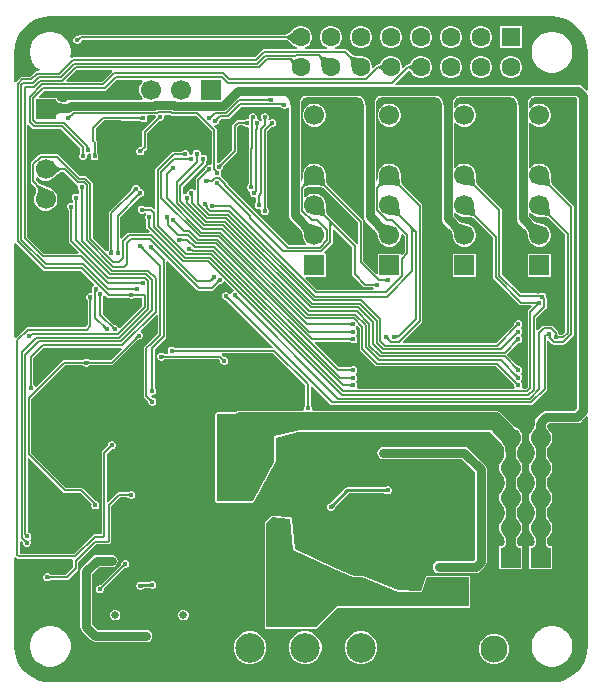
<source format=gbl>
G04*
G04 #@! TF.GenerationSoftware,Altium Limited,Altium Designer,21.5.1 (32)*
G04*
G04 Layer_Physical_Order=2*
G04 Layer_Color=16711680*
%FSLAX25Y25*%
%MOIN*%
G70*
G04*
G04 #@! TF.SameCoordinates,F71DC00D-139D-4494-AD50-9C341566DFA8*
G04*
G04*
G04 #@! TF.FilePolarity,Positive*
G04*
G01*
G75*
%ADD12C,0.01000*%
%ADD18C,0.00700*%
%ADD90C,0.00900*%
%ADD93C,0.03000*%
%ADD94R,0.06693X0.06693*%
%ADD95C,0.06693*%
%ADD96O,0.03937X0.08268*%
%ADD97O,0.03937X0.06299*%
%ADD98C,0.02559*%
%ADD99C,0.09843*%
%ADD100C,0.09055*%
%ADD101R,0.09055X0.09055*%
%ADD102R,0.06693X0.06693*%
%ADD103C,0.06299*%
%ADD104R,0.06299X0.06299*%
%ADD105C,0.02400*%
%ADD106C,0.01600*%
%ADD107C,0.02100*%
%ADD108C,0.06000*%
G36*
X10137Y202489D02*
X10080Y202430D01*
X9980Y202313D01*
X9937Y202256D01*
X9866Y202143D01*
X9838Y202088D01*
X9815Y202033D01*
X9797Y201979D01*
X9783Y201926D01*
X9180Y202870D01*
X9237Y202861D01*
X9294Y202859D01*
X9352Y202864D01*
X9409Y202877D01*
X9468Y202897D01*
X9526Y202924D01*
X9586Y202959D01*
X9645Y203001D01*
X9705Y203050D01*
X9765Y203107D01*
X10137Y202489D01*
D02*
G37*
G36*
X81251Y200886D02*
X80896Y201238D01*
X79935Y202073D01*
X79649Y202277D01*
X79381Y202444D01*
X79130Y202574D01*
X78896Y202666D01*
X78679Y202722D01*
X78480Y202741D01*
Y203441D01*
X78679Y203459D01*
X78896Y203515D01*
X79130Y203608D01*
X79381Y203737D01*
X79649Y203904D01*
X79935Y204108D01*
X80558Y204628D01*
X80896Y204943D01*
X81251Y205295D01*
Y200886D01*
D02*
G37*
G36*
X80538Y195822D02*
X80672Y195728D01*
X80811Y195657D01*
X80953Y195609D01*
X81099Y195584D01*
X81250Y195581D01*
X81405Y195602D01*
X81564Y195645D01*
X81727Y195711D01*
X81894Y195800D01*
X80414Y193721D01*
X80446Y193921D01*
X80460Y194114D01*
X80456Y194302D01*
X80433Y194483D01*
X80392Y194659D01*
X80333Y194828D01*
X80256Y194991D01*
X80160Y195148D01*
X80046Y195299D01*
X79913Y195443D01*
X80408Y195938D01*
X80538Y195822D01*
D02*
G37*
G36*
X100352Y196760D02*
X100544Y196646D01*
X100775Y196546D01*
X101044Y196461D01*
X101352Y196389D01*
X101699Y196331D01*
X102507Y196258D01*
X102968Y196242D01*
X103469Y196240D01*
X100350Y193122D01*
X100349Y193622D01*
X100259Y194892D01*
X100202Y195238D01*
X100130Y195546D01*
X100044Y195815D01*
X99944Y196046D01*
X99831Y196239D01*
X99703Y196393D01*
X100198Y196888D01*
X100352Y196760D01*
D02*
G37*
G36*
X90352D02*
X90544Y196646D01*
X90775Y196546D01*
X91044Y196461D01*
X91352Y196389D01*
X91699Y196331D01*
X92507Y196258D01*
X92968Y196242D01*
X93468Y196240D01*
X90351Y193122D01*
X90349Y193622D01*
X90259Y194892D01*
X90202Y195238D01*
X90130Y195546D01*
X90044Y195815D01*
X89944Y196046D01*
X89831Y196239D01*
X89703Y196393D01*
X90198Y196888D01*
X90352Y196760D01*
D02*
G37*
G36*
X120675Y191698D02*
X120567Y191896D01*
X120450Y192073D01*
X120323Y192229D01*
X120185Y192365D01*
X120038Y192480D01*
X119881Y192574D01*
X119715Y192647D01*
X119539Y192699D01*
X119352Y192730D01*
X119156Y192741D01*
Y193441D01*
X119352Y193451D01*
X119539Y193482D01*
X119715Y193535D01*
X119881Y193607D01*
X120038Y193701D01*
X120185Y193816D01*
X120323Y193952D01*
X120450Y194108D01*
X120567Y194285D01*
X120675Y194484D01*
Y191698D01*
D02*
G37*
G36*
X110675D02*
X110567Y191896D01*
X110450Y192073D01*
X110322Y192229D01*
X110185Y192365D01*
X110038Y192480D01*
X109881Y192574D01*
X109715Y192647D01*
X109539Y192699D01*
X109352Y192730D01*
X109156Y192741D01*
Y193441D01*
X109352Y193451D01*
X109539Y193482D01*
X109715Y193535D01*
X109881Y193607D01*
X110038Y193701D01*
X110185Y193816D01*
X110322Y193952D01*
X110450Y194108D01*
X110567Y194285D01*
X110675Y194484D01*
Y191698D01*
D02*
G37*
G36*
X167220Y210065D02*
Y210065D01*
X167710Y210039D01*
X169096Y209930D01*
X170925Y209491D01*
X172662Y208771D01*
X174266Y207788D01*
X175697Y206567D01*
X176918Y205136D01*
X177901Y203533D01*
X178621Y201795D01*
X179060Y199966D01*
X179203Y198152D01*
X179194Y198091D01*
Y185450D01*
X178694Y185243D01*
X177405Y186532D01*
X177405Y186532D01*
X177405Y186532D01*
X177054Y186767D01*
X176744Y186975D01*
X176744Y186975D01*
X176744Y186975D01*
X176322Y187058D01*
X175963Y187130D01*
X175963Y187130D01*
X175963Y187130D01*
X115128D01*
X114921Y187630D01*
X119452Y192160D01*
X119529Y192137D01*
X119633Y192092D01*
X119732Y192033D01*
X119827Y191958D01*
X119921Y191865D01*
X120013Y191752D01*
X120103Y191616D01*
X120200Y191439D01*
X120262Y191389D01*
X120292Y191315D01*
X120317Y191305D01*
X120580Y190850D01*
X121259Y190170D01*
X122091Y189690D01*
X123020Y189441D01*
X123980D01*
X124909Y189690D01*
X125741Y190170D01*
X126420Y190850D01*
X126901Y191682D01*
X127150Y192610D01*
Y193571D01*
X126901Y194499D01*
X126420Y195332D01*
X125741Y196011D01*
X124909Y196492D01*
X123980Y196740D01*
X123020D01*
X122091Y196492D01*
X121259Y196011D01*
X120580Y195332D01*
X120317Y194876D01*
X120292Y194866D01*
X120262Y194792D01*
X120200Y194742D01*
X120103Y194565D01*
X120013Y194429D01*
X119921Y194316D01*
X119827Y194223D01*
X119732Y194149D01*
X119633Y194089D01*
X119529Y194044D01*
X119417Y194011D01*
X119293Y193990D01*
X119128Y193981D01*
X119022Y193930D01*
X118825Y193891D01*
X118544Y193703D01*
X117650Y192809D01*
X117150Y193017D01*
Y193571D01*
X116901Y194499D01*
X116420Y195332D01*
X115741Y196011D01*
X114909Y196492D01*
X113980Y196740D01*
X113020D01*
X112091Y196492D01*
X111259Y196011D01*
X110580Y195332D01*
X110317Y194876D01*
X110292Y194866D01*
X110262Y194792D01*
X110200Y194742D01*
X110103Y194565D01*
X110013Y194429D01*
X109921Y194316D01*
X109827Y194223D01*
X109732Y194149D01*
X109633Y194089D01*
X109529Y194044D01*
X109417Y194011D01*
X109293Y193990D01*
X109128Y193981D01*
X109022Y193930D01*
X108825Y193891D01*
X108544Y193703D01*
X107650Y192809D01*
X107150Y193017D01*
Y193571D01*
X106901Y194499D01*
X106420Y195332D01*
X105741Y196011D01*
X104909Y196492D01*
X103981Y196740D01*
X103569D01*
X103470Y196781D01*
X102978Y196783D01*
X102541Y196798D01*
X101768Y196868D01*
X101458Y196920D01*
X101188Y196983D01*
X100965Y197054D01*
X100790Y197129D01*
X100664Y197204D01*
X100543Y197304D01*
X100498Y197318D01*
X98913Y198903D01*
X98632Y199091D01*
X98300Y199157D01*
X94852D01*
X94786Y199657D01*
X94909Y199690D01*
X95741Y200170D01*
X96420Y200850D01*
X96901Y201682D01*
X97150Y202610D01*
Y203571D01*
X96901Y204499D01*
X96420Y205331D01*
X95741Y206011D01*
X94909Y206491D01*
X93980Y206740D01*
X93019D01*
X92091Y206491D01*
X91259Y206011D01*
X90580Y205331D01*
X90099Y204499D01*
X89850Y203571D01*
Y202610D01*
X90099Y201682D01*
X90580Y200850D01*
X91259Y200170D01*
X92091Y199690D01*
X92214Y199657D01*
X92148Y199157D01*
X84852D01*
X84786Y199657D01*
X84909Y199690D01*
X85741Y200170D01*
X86420Y200850D01*
X86901Y201682D01*
X87150Y202610D01*
Y203571D01*
X86901Y204499D01*
X86420Y205331D01*
X85741Y206011D01*
X84909Y206491D01*
X83981Y206740D01*
X83020D01*
X82091Y206491D01*
X81259Y206011D01*
X80968Y205720D01*
X80869Y205679D01*
X80868Y205678D01*
X80868Y205678D01*
X80868Y205678D01*
X80521Y205333D01*
X80200Y205034D01*
X79604Y204537D01*
X79348Y204355D01*
X79113Y204208D01*
X78905Y204101D01*
X78728Y204030D01*
X78586Y203994D01*
X78430Y203979D01*
X78388Y203957D01*
X10244D01*
X9912Y203891D01*
X9631Y203703D01*
X9500Y203573D01*
X9486Y203571D01*
X9452Y203524D01*
X9450Y203522D01*
X9394Y203501D01*
X9347Y203456D01*
X9316Y203431D01*
X9292Y203414D01*
X9274Y203404D01*
X9273Y203403D01*
X9268Y203404D01*
X9257Y203401D01*
X9256Y203401D01*
X9253Y203400D01*
X9211Y203391D01*
X8741D01*
X8264Y203193D01*
X7898Y202827D01*
X7700Y202349D01*
Y201832D01*
X7898Y201354D01*
X8264Y200989D01*
X8741Y200791D01*
X9259D01*
X9736Y200989D01*
X10102Y201354D01*
X10254Y201722D01*
X10307Y201793D01*
X10316Y201825D01*
X10321Y201839D01*
X10329Y201859D01*
X10337Y201876D01*
X10384Y201949D01*
X10403Y201975D01*
X10481Y202066D01*
X10527Y202113D01*
X10549Y202170D01*
X10603Y202224D01*
X78388D01*
X78430Y202202D01*
X78586Y202187D01*
X78728Y202151D01*
X78905Y202081D01*
X79113Y201973D01*
X79349Y201826D01*
X79599Y201647D01*
X80527Y200841D01*
X80868Y200503D01*
X80868Y200503D01*
X80868Y200503D01*
X80869Y200502D01*
X80968Y200462D01*
X81259Y200170D01*
X82091Y199690D01*
X82214Y199657D01*
X82148Y199157D01*
X71306D01*
X70974Y199091D01*
X70693Y198903D01*
X68147Y196357D01*
X7510D01*
X7179Y196291D01*
X7070Y196219D01*
X6620Y196519D01*
X6799Y197421D01*
Y198760D01*
X6538Y200074D01*
X6025Y201311D01*
X5281Y202425D01*
X4334Y203372D01*
X3221Y204116D01*
X1983Y204628D01*
X670Y204890D01*
X-670D01*
X-1983Y204628D01*
X-3221Y204116D01*
X-4334Y203372D01*
X-5281Y202425D01*
X-6025Y201311D01*
X-6538Y200074D01*
X-6799Y198760D01*
Y197421D01*
X-6538Y196107D01*
X-6025Y194870D01*
X-5281Y193756D01*
X-4334Y192809D01*
X-3584Y192308D01*
X-3736Y191808D01*
X-4332D01*
X-4664Y191742D01*
X-4945Y191554D01*
X-6642Y189857D01*
X-9494D01*
X-9826Y189791D01*
X-10107Y189603D01*
X-11474Y188236D01*
X-11637Y188254D01*
X-11974Y188407D01*
Y198091D01*
X-11982Y198152D01*
X-11839Y199966D01*
X-11400Y201795D01*
X-10680Y203533D01*
X-9698Y205136D01*
X-8476Y206567D01*
X-7046Y207788D01*
X-5442Y208771D01*
X-3704Y209491D01*
X-1875Y209930D01*
X-489Y210039D01*
X0Y210065D01*
X491Y210065D01*
X166721D01*
X167220Y210065D01*
D02*
G37*
G36*
X20583Y192144D02*
X20652Y191600D01*
X17260Y188208D01*
X5501D01*
X5310Y188670D01*
X8864Y192224D01*
X20530D01*
X20583Y192144D01*
D02*
G37*
G36*
X72965Y181696D02*
X72919Y181733D01*
X72870Y181766D01*
X72817Y181795D01*
X72759Y181820D01*
X72697Y181842D01*
X72632Y181860D01*
X72562Y181873D01*
X72487Y181883D01*
X72409Y181889D01*
X72327Y181891D01*
X72278Y182591D01*
X72361Y182593D01*
X72439Y182599D01*
X72512Y182611D01*
X72580Y182626D01*
X72644Y182646D01*
X72704Y182671D01*
X72758Y182700D01*
X72808Y182733D01*
X72854Y182771D01*
X72895Y182814D01*
X72965Y181696D01*
D02*
G37*
G36*
X30890Y188420D02*
X30422Y187952D01*
X29916Y187075D01*
X29654Y186097D01*
Y185084D01*
X29916Y184106D01*
X30422Y183229D01*
X30867Y182783D01*
X30660Y182283D01*
X6830D01*
X6050Y182128D01*
X5388Y181686D01*
X5182Y181480D01*
X4853D01*
X4848Y181482D01*
X4295Y181496D01*
X3822Y181537D01*
X3418Y181604D01*
X3086Y181692D01*
X2827Y181797D01*
X2641Y181910D01*
X2518Y182023D01*
X2441Y182137D01*
X2396Y182264D01*
X2373Y182482D01*
X2347Y182530D01*
Y182937D01*
X1906D01*
X1836Y182966D01*
X1807Y182955D01*
X1777Y182963D01*
X1729Y182937D01*
X-3670D01*
X-3861Y183399D01*
X-1985Y185275D01*
X18116D01*
X18448Y185341D01*
X18729Y185529D01*
X22121Y188920D01*
X30683D01*
X30890Y188420D01*
D02*
G37*
G36*
X162000Y183591D02*
X161430Y183561D01*
X160920Y183471D01*
X160470Y183321D01*
X160080Y183111D01*
X159750Y182841D01*
X159480Y182511D01*
X159270Y182121D01*
X159120Y181671D01*
X159030Y181161D01*
X159000Y180591D01*
X156000D01*
X155970Y181161D01*
X155880Y181671D01*
X155730Y182121D01*
X155520Y182511D01*
X155250Y182841D01*
X154920Y183111D01*
X154530Y183321D01*
X154080Y183471D01*
X153570Y183561D01*
X153000Y183591D01*
X157500Y186591D01*
X162000Y183591D01*
D02*
G37*
G36*
X137000D02*
X136430Y183561D01*
X135920Y183471D01*
X135470Y183321D01*
X135080Y183111D01*
X134750Y182841D01*
X134480Y182511D01*
X134270Y182121D01*
X134120Y181671D01*
X134030Y181161D01*
X134000Y180591D01*
X131000D01*
X130970Y181161D01*
X130880Y181671D01*
X130730Y182121D01*
X130520Y182511D01*
X130250Y182841D01*
X129920Y183111D01*
X129530Y183321D01*
X129080Y183471D01*
X128570Y183561D01*
X128000Y183591D01*
X132500Y186591D01*
X137000Y183591D01*
D02*
G37*
G36*
X110954D02*
X110384Y183561D01*
X109874Y183471D01*
X109424Y183321D01*
X109034Y183111D01*
X108704Y182841D01*
X108434Y182511D01*
X108224Y182121D01*
X108074Y181671D01*
X107984Y181161D01*
X107954Y180591D01*
X104954D01*
X104924Y181161D01*
X104834Y181671D01*
X104684Y182121D01*
X104474Y182511D01*
X104204Y182841D01*
X103874Y183111D01*
X103484Y183321D01*
X103034Y183471D01*
X102524Y183561D01*
X101954Y183591D01*
X106454Y186591D01*
X110954Y183591D01*
D02*
G37*
G36*
X85954D02*
X85384Y183561D01*
X84874Y183471D01*
X84424Y183321D01*
X84034Y183111D01*
X83704Y182841D01*
X83434Y182511D01*
X83224Y182121D01*
X83074Y181671D01*
X82984Y181161D01*
X82954Y180591D01*
X79954D01*
X79924Y181161D01*
X79834Y181671D01*
X79684Y182121D01*
X79474Y182511D01*
X79204Y182841D01*
X78874Y183111D01*
X78484Y183321D01*
X78034Y183471D01*
X77524Y183561D01*
X76954Y183591D01*
X81454Y186591D01*
X85954Y183591D01*
D02*
G37*
G36*
X77339Y180049D02*
X77304Y180095D01*
X77263Y180136D01*
X77217Y180172D01*
X77166Y180204D01*
X77109Y180230D01*
X77047Y180252D01*
X76980Y180269D01*
X76908Y180281D01*
X76831Y180288D01*
X76748Y180291D01*
X76888Y180991D01*
X76970Y180992D01*
X77123Y181005D01*
X77194Y181016D01*
X77261Y181031D01*
X77324Y181049D01*
X77383Y181070D01*
X77438Y181094D01*
X77489Y181121D01*
X77536Y181152D01*
X77339Y180049D01*
D02*
G37*
G36*
X54137Y176489D02*
X54080Y176430D01*
X53980Y176313D01*
X53937Y176256D01*
X53866Y176143D01*
X53838Y176088D01*
X53815Y176033D01*
X53796Y175979D01*
X53783Y175926D01*
X53180Y176870D01*
X53237Y176861D01*
X53294Y176859D01*
X53351Y176864D01*
X53409Y176877D01*
X53468Y176897D01*
X53526Y176924D01*
X53586Y176959D01*
X53645Y177001D01*
X53705Y177050D01*
X53765Y177107D01*
X54137Y176489D01*
D02*
G37*
G36*
X1864Y182143D02*
X1954Y181891D01*
X2104Y181668D01*
X2314Y181475D01*
X2584Y181312D01*
X2915Y181178D01*
X3304Y181074D01*
X3754Y181000D01*
X4264Y180955D01*
X4834Y180941D01*
Y177941D01*
X4263Y177926D01*
X3751Y177881D01*
X3300Y177806D01*
X2908Y177701D01*
X2577Y177566D01*
X2306Y177401D01*
X2095Y177206D01*
X1944Y176981D01*
X1853Y176726D01*
X1822Y176441D01*
X1834Y182425D01*
X1864Y182143D01*
D02*
G37*
G36*
X7096Y176691D02*
X7039Y176631D01*
X6988Y176572D01*
X6944Y176513D01*
X6905Y176453D01*
X6872Y176394D01*
X6846Y176335D01*
X6825Y176275D01*
X6811Y176216D01*
X6802Y176157D01*
X6800Y176099D01*
X6008Y176891D01*
X6067Y176893D01*
X6126Y176901D01*
X6185Y176916D01*
X6244Y176936D01*
X6303Y176963D01*
X6363Y176996D01*
X6422Y177034D01*
X6481Y177079D01*
X6541Y177129D01*
X6601Y177186D01*
X7096Y176691D01*
D02*
G37*
G36*
X30429Y175440D02*
X30385Y175480D01*
X30338Y175516D01*
X30286Y175547D01*
X30229Y175574D01*
X30169Y175598D01*
X30104Y175616D01*
X30035Y175631D01*
X29961Y175642D01*
X29883Y175648D01*
X29801Y175650D01*
Y176350D01*
X29883Y176352D01*
X29961Y176358D01*
X30035Y176369D01*
X30104Y176384D01*
X30169Y176402D01*
X30229Y176426D01*
X30286Y176453D01*
X30338Y176484D01*
X30385Y176520D01*
X30429Y176560D01*
Y175440D01*
D02*
G37*
G36*
X67826Y175769D02*
X67798Y175753D01*
X67773Y175730D01*
X67750Y175700D01*
X67731Y175664D01*
X67715Y175622D01*
X67702Y175573D01*
X67691Y175517D01*
X67684Y175455D01*
X67679Y175386D01*
X67678Y175311D01*
X66978Y175414D01*
X66977Y175504D01*
X66958Y175788D01*
X66949Y175840D01*
X66938Y175885D01*
X66926Y175922D01*
X66913Y175952D01*
X66897Y175974D01*
X67826Y175769D01*
D02*
G37*
G36*
X72020Y175885D02*
X71984Y175838D01*
X71953Y175786D01*
X71926Y175729D01*
X71903Y175669D01*
X71884Y175604D01*
X71869Y175534D01*
X71858Y175461D01*
X71852Y175383D01*
X71850Y175301D01*
X71150D01*
X71148Y175383D01*
X71142Y175461D01*
X71131Y175534D01*
X71116Y175604D01*
X71097Y175669D01*
X71074Y175729D01*
X71047Y175786D01*
X71016Y175838D01*
X70980Y175885D01*
X70940Y175929D01*
X72060D01*
X72020Y175885D01*
D02*
G37*
G36*
X36492Y175594D02*
X36433Y175591D01*
X36374Y175583D01*
X36315Y175568D01*
X36256Y175548D01*
X36197Y175521D01*
X36138Y175489D01*
X36078Y175450D01*
X36019Y175406D01*
X35959Y175355D01*
X35899Y175298D01*
X35404Y175793D01*
X35461Y175853D01*
X35512Y175912D01*
X35556Y175972D01*
X35595Y176031D01*
X35628Y176091D01*
X35654Y176150D01*
X35675Y176209D01*
X35689Y176268D01*
X35698Y176327D01*
X35700Y176386D01*
X36492Y175594D01*
D02*
G37*
G36*
X56096Y175691D02*
X56039Y175631D01*
X55988Y175572D01*
X55944Y175513D01*
X55905Y175453D01*
X55872Y175394D01*
X55846Y175335D01*
X55825Y175275D01*
X55811Y175216D01*
X55802Y175157D01*
X55800Y175099D01*
X55008Y175891D01*
X55067Y175893D01*
X55126Y175901D01*
X55185Y175916D01*
X55244Y175936D01*
X55303Y175963D01*
X55362Y175996D01*
X55422Y176034D01*
X55481Y176079D01*
X55541Y176129D01*
X55601Y176186D01*
X56096Y175691D01*
D02*
G37*
G36*
X64929Y173940D02*
X64885Y173980D01*
X64838Y174016D01*
X64786Y174047D01*
X64729Y174074D01*
X64669Y174098D01*
X64604Y174116D01*
X64534Y174131D01*
X64461Y174142D01*
X64383Y174148D01*
X64301Y174150D01*
Y174850D01*
X64383Y174852D01*
X64461Y174858D01*
X64534Y174869D01*
X64604Y174884D01*
X64669Y174902D01*
X64729Y174926D01*
X64786Y174953D01*
X64838Y174984D01*
X64885Y175020D01*
X64929Y175060D01*
Y173940D01*
D02*
G37*
G36*
X73992Y173700D02*
X73933Y173698D01*
X73874Y173689D01*
X73815Y173675D01*
X73756Y173654D01*
X73697Y173628D01*
X73637Y173595D01*
X73578Y173556D01*
X73519Y173512D01*
X73459Y173461D01*
X73399Y173404D01*
X72904Y173899D01*
X72961Y173959D01*
X73012Y174019D01*
X73056Y174078D01*
X73095Y174137D01*
X73128Y174197D01*
X73154Y174256D01*
X73175Y174315D01*
X73189Y174374D01*
X73198Y174433D01*
X73200Y174492D01*
X73992Y173700D01*
D02*
G37*
G36*
X69370Y173885D02*
X69334Y173838D01*
X69303Y173786D01*
X69276Y173729D01*
X69253Y173669D01*
X69234Y173604D01*
X69219Y173535D01*
X69208Y173461D01*
X69202Y173383D01*
X69200Y173301D01*
X68500D01*
X68498Y173383D01*
X68492Y173461D01*
X68481Y173535D01*
X68466Y173604D01*
X68448Y173669D01*
X68424Y173729D01*
X68397Y173786D01*
X68366Y173838D01*
X68330Y173885D01*
X68290Y173929D01*
X69410D01*
X69370Y173885D01*
D02*
G37*
G36*
X175681Y182489D02*
Y79435D01*
X174785Y78539D01*
X165257D01*
X164477Y78384D01*
X163815Y77942D01*
X162058Y76185D01*
X161616Y75523D01*
X161461Y74743D01*
Y74603D01*
X161459Y74599D01*
X161453Y74247D01*
X161407Y73633D01*
X161370Y73387D01*
X161324Y73170D01*
X161270Y72988D01*
X161212Y72842D01*
X161153Y72734D01*
X161099Y72659D01*
X161016Y72578D01*
X160991Y72522D01*
X160422Y71952D01*
X159916Y71075D01*
X159653Y70097D01*
Y69084D01*
X159916Y68106D01*
X160422Y67229D01*
X160726Y66925D01*
X160758Y66835D01*
X160899Y66681D01*
X161009Y66532D01*
X161109Y66365D01*
X161197Y66177D01*
X161274Y65969D01*
X161339Y65738D01*
X161390Y65485D01*
X161428Y65209D01*
X161451Y64911D01*
X161459Y64591D01*
X161451Y64270D01*
X161428Y63972D01*
X161390Y63697D01*
X161339Y63443D01*
X161274Y63213D01*
X161197Y63004D01*
X161109Y62816D01*
X161009Y62649D01*
X160899Y62500D01*
X160758Y62346D01*
X160726Y62256D01*
X160422Y61952D01*
X159916Y61075D01*
X159653Y60097D01*
Y59084D01*
X159916Y58106D01*
X160422Y57229D01*
X160726Y56925D01*
X160758Y56835D01*
X160899Y56682D01*
X161009Y56533D01*
X161109Y56365D01*
X161197Y56177D01*
X161274Y55969D01*
X161339Y55738D01*
X161390Y55485D01*
X161428Y55209D01*
X161451Y54911D01*
X161459Y54591D01*
X161451Y54270D01*
X161428Y53972D01*
X161390Y53697D01*
X161339Y53443D01*
X161274Y53213D01*
X161197Y53004D01*
X161109Y52816D01*
X161009Y52649D01*
X160899Y52500D01*
X160758Y52346D01*
X160726Y52256D01*
X160422Y51952D01*
X159916Y51075D01*
X159653Y50097D01*
Y49084D01*
X159916Y48106D01*
X160422Y47229D01*
X160726Y46925D01*
X160758Y46835D01*
X160899Y46681D01*
X161009Y46532D01*
X161109Y46365D01*
X161197Y46177D01*
X161274Y45969D01*
X161339Y45738D01*
X161390Y45485D01*
X161428Y45209D01*
X161451Y44911D01*
X161459Y44591D01*
X161451Y44270D01*
X161428Y43972D01*
X161390Y43697D01*
X161339Y43443D01*
X161274Y43213D01*
X161197Y43004D01*
X161109Y42816D01*
X161009Y42649D01*
X160899Y42500D01*
X160758Y42346D01*
X160726Y42256D01*
X160422Y41952D01*
X159916Y41075D01*
X159653Y40097D01*
Y39084D01*
X159916Y38106D01*
X160422Y37229D01*
X160726Y36925D01*
X160758Y36835D01*
X160899Y36682D01*
X161009Y36533D01*
X161109Y36365D01*
X161197Y36177D01*
X161274Y35969D01*
X161339Y35738D01*
X161390Y35485D01*
X161428Y35209D01*
X161428Y35202D01*
X161403Y34909D01*
X161335Y34504D01*
X161246Y34170D01*
X161140Y33910D01*
X161026Y33723D01*
X160911Y33598D01*
X160795Y33521D01*
X160664Y33475D01*
X160443Y33451D01*
X160417Y33437D01*
X159653D01*
Y25744D01*
X167347D01*
Y33437D01*
X166583D01*
X166557Y33451D01*
X166335Y33475D01*
X166205Y33521D01*
X166089Y33598D01*
X165974Y33723D01*
X165860Y33910D01*
X165754Y34170D01*
X165665Y34504D01*
X165597Y34909D01*
X165571Y35202D01*
X165572Y35209D01*
X165610Y35485D01*
X165661Y35738D01*
X165726Y35969D01*
X165803Y36177D01*
X165891Y36365D01*
X165991Y36533D01*
X166101Y36682D01*
X166242Y36835D01*
X166274Y36925D01*
X166578Y37229D01*
X167084Y38106D01*
X167347Y39084D01*
Y40097D01*
X167084Y41075D01*
X166578Y41952D01*
X166274Y42256D01*
X166242Y42346D01*
X166101Y42500D01*
X165991Y42649D01*
X165891Y42816D01*
X165803Y43004D01*
X165726Y43213D01*
X165661Y43444D01*
X165610Y43697D01*
X165572Y43972D01*
X165549Y44270D01*
X165541Y44591D01*
X165549Y44911D01*
X165572Y45209D01*
X165610Y45485D01*
X165661Y45738D01*
X165726Y45968D01*
X165803Y46177D01*
X165891Y46365D01*
X165991Y46532D01*
X166101Y46681D01*
X166242Y46835D01*
X166274Y46925D01*
X166578Y47229D01*
X167084Y48106D01*
X167347Y49084D01*
Y50097D01*
X167084Y51075D01*
X166578Y51952D01*
X166274Y52256D01*
X166242Y52346D01*
X166101Y52500D01*
X165991Y52649D01*
X165891Y52816D01*
X165803Y53004D01*
X165726Y53213D01*
X165661Y53443D01*
X165610Y53697D01*
X165572Y53972D01*
X165549Y54270D01*
X165541Y54591D01*
X165549Y54911D01*
X165572Y55209D01*
X165610Y55485D01*
X165661Y55738D01*
X165726Y55969D01*
X165803Y56177D01*
X165891Y56365D01*
X165991Y56533D01*
X166101Y56682D01*
X166242Y56835D01*
X166274Y56925D01*
X166578Y57229D01*
X167084Y58106D01*
X167347Y59084D01*
Y60097D01*
X167084Y61075D01*
X166578Y61952D01*
X166274Y62256D01*
X166242Y62346D01*
X166101Y62500D01*
X165991Y62649D01*
X165891Y62816D01*
X165803Y63004D01*
X165726Y63213D01*
X165661Y63443D01*
X165610Y63697D01*
X165572Y63972D01*
X165549Y64270D01*
X165541Y64591D01*
X165549Y64911D01*
X165572Y65209D01*
X165610Y65485D01*
X165661Y65738D01*
X165726Y65969D01*
X165803Y66177D01*
X165891Y66365D01*
X165991Y66532D01*
X166101Y66681D01*
X166242Y66835D01*
X166274Y66925D01*
X166578Y67229D01*
X167084Y68106D01*
X167347Y69084D01*
Y70097D01*
X167084Y71075D01*
X166578Y71952D01*
X166009Y72522D01*
X165984Y72578D01*
X165901Y72659D01*
X165847Y72734D01*
X165788Y72842D01*
X165730Y72988D01*
X165676Y73170D01*
X165630Y73387D01*
X165593Y73633D01*
X165571Y73930D01*
X166102Y74461D01*
X175630D01*
X176410Y74616D01*
X177072Y75058D01*
X178694Y76681D01*
X179194Y76474D01*
Y0D01*
X179203Y-61D01*
X179060Y-1875D01*
X178621Y-3704D01*
X177901Y-5442D01*
X176918Y-7046D01*
X175697Y-8476D01*
X174266Y-9698D01*
X172662Y-10680D01*
X170925Y-11400D01*
X169096Y-11839D01*
X167710Y-11948D01*
X167220Y-11974D01*
X167220Y-11974D01*
X167220Y-11974D01*
X0D01*
X-61Y-11982D01*
X-1875Y-11839D01*
X-3704Y-11400D01*
X-5442Y-10680D01*
X-7046Y-9698D01*
X-8476Y-8476D01*
X-9698Y-7046D01*
X-10680Y-5442D01*
X-11400Y-3704D01*
X-11839Y-1875D01*
X-11982Y-61D01*
X-11974Y0D01*
Y29462D01*
X-11474Y29658D01*
X-11203Y29387D01*
X-10922Y29199D01*
X-10590Y29133D01*
X7300D01*
X7387Y29068D01*
X7660Y28633D01*
X7633Y28500D01*
Y26359D01*
X5141Y23867D01*
X268D01*
X213Y23891D01*
X146Y23893D01*
X99Y23897D01*
X60Y23902D01*
X28Y23909D01*
X4Y23916D01*
X-15Y23923D01*
X-27Y23929D01*
X-35Y23934D01*
X-39Y23937D01*
X-62Y23958D01*
X-153Y23991D01*
X-264Y24102D01*
X-741Y24300D01*
X-1259D01*
X-1736Y24102D01*
X-2102Y23736D01*
X-2300Y23259D01*
Y22741D01*
X-2102Y22264D01*
X-1736Y21898D01*
X-1259Y21700D01*
X-741D01*
X-264Y21898D01*
X-153Y22008D01*
X-62Y22042D01*
X-39Y22063D01*
X-35Y22066D01*
X-27Y22071D01*
X-15Y22077D01*
X4Y22084D01*
X28Y22091D01*
X60Y22098D01*
X99Y22104D01*
X146Y22107D01*
X213Y22109D01*
X268Y22133D01*
X5500D01*
X5832Y22199D01*
X6113Y22387D01*
X9113Y25387D01*
X9301Y25668D01*
X9367Y26000D01*
Y28141D01*
X15217Y33991D01*
X19090D01*
X19422Y34057D01*
X19703Y34245D01*
X20113Y34655D01*
X20301Y34936D01*
X20367Y35268D01*
Y46641D01*
X23359Y49633D01*
X25732D01*
X25787Y49609D01*
X25854Y49607D01*
X25901Y49604D01*
X25940Y49598D01*
X25972Y49591D01*
X25997Y49584D01*
X26015Y49577D01*
X26027Y49571D01*
X26035Y49567D01*
X26039Y49563D01*
X26062Y49542D01*
X26153Y49509D01*
X26264Y49398D01*
X26741Y49200D01*
X27259D01*
X27736Y49398D01*
X28102Y49764D01*
X28300Y50241D01*
Y50759D01*
X28102Y51236D01*
X27736Y51602D01*
X27259Y51800D01*
X26741D01*
X26264Y51602D01*
X26153Y51491D01*
X26062Y51458D01*
X26039Y51437D01*
X26035Y51433D01*
X26027Y51429D01*
X26015Y51423D01*
X25997Y51416D01*
X25972Y51409D01*
X25940Y51402D01*
X25901Y51397D01*
X25854Y51393D01*
X25787Y51391D01*
X25732Y51367D01*
X23000D01*
X22668Y51301D01*
X22387Y51113D01*
X19367Y48092D01*
X18867Y48299D01*
Y64141D01*
X20216Y65491D01*
X20272Y65512D01*
X20321Y65558D01*
X20357Y65589D01*
X20389Y65613D01*
X20416Y65630D01*
X20438Y65643D01*
X20456Y65651D01*
X20469Y65655D01*
X20477Y65657D01*
X20483Y65658D01*
X20514Y65659D01*
X20602Y65700D01*
X20759D01*
X21236Y65898D01*
X21602Y66264D01*
X21800Y66741D01*
Y67259D01*
X21602Y67736D01*
X21236Y68102D01*
X20759Y68300D01*
X20241D01*
X19764Y68102D01*
X19398Y67736D01*
X19200Y67259D01*
Y67102D01*
X19159Y67014D01*
X19158Y66983D01*
X19157Y66977D01*
X19155Y66969D01*
X19151Y66956D01*
X19143Y66938D01*
X19130Y66916D01*
X19113Y66888D01*
X19089Y66857D01*
X19059Y66821D01*
X19012Y66772D01*
X18991Y66716D01*
X17387Y65113D01*
X17199Y64832D01*
X17133Y64500D01*
Y37367D01*
X14803D01*
X14471Y37301D01*
X14190Y37113D01*
X7944Y30867D01*
X-10133D01*
Y34900D01*
X-9671Y35091D01*
X-9248Y34667D01*
X-9225Y34611D01*
X-9180Y34563D01*
X-9103Y34473D01*
X-9081Y34443D01*
X-9060Y34411D01*
X-9044Y34384D01*
X-9033Y34360D01*
X-9025Y34341D01*
X-9021Y34327D01*
X-9013Y34295D01*
X-8969Y34233D01*
X-8802Y33831D01*
X-8436Y33465D01*
X-7959Y33267D01*
X-7441D01*
X-6964Y33465D01*
X-6598Y33831D01*
X-6400Y34309D01*
Y34826D01*
X-6598Y35304D01*
X-6906Y35612D01*
X-6586Y35931D01*
X-6388Y36409D01*
Y36926D01*
X-6586Y37404D01*
X-6952Y37769D01*
X-7430Y37967D01*
X-7459D01*
X-7528Y38028D01*
Y62649D01*
X-7066Y62841D01*
X4387Y51387D01*
X4668Y51199D01*
X5000Y51133D01*
X9985D01*
X13747Y47372D01*
X13700Y47259D01*
Y46741D01*
X13898Y46264D01*
X14264Y45898D01*
X14741Y45700D01*
X15259D01*
X15736Y45898D01*
X16102Y46264D01*
X16300Y46741D01*
Y47259D01*
X16102Y47736D01*
X15736Y48102D01*
X15259Y48300D01*
X15239D01*
X15177Y48393D01*
X10957Y52613D01*
X10676Y52801D01*
X10344Y52867D01*
X5359D01*
X-6328Y64554D01*
Y82537D01*
X4859Y93724D01*
X10732D01*
X10787Y93700D01*
X10854Y93698D01*
X10901Y93694D01*
X10940Y93688D01*
X10972Y93682D01*
X10996Y93674D01*
X11015Y93668D01*
X11027Y93662D01*
X11034Y93657D01*
X11039Y93654D01*
X11062Y93632D01*
X11153Y93599D01*
X11264Y93489D01*
X11741Y93291D01*
X12259D01*
X12736Y93489D01*
X12847Y93599D01*
X12938Y93632D01*
X12961Y93654D01*
X12966Y93657D01*
X12973Y93662D01*
X12985Y93668D01*
X13003Y93674D01*
X13028Y93682D01*
X13060Y93688D01*
X13099Y93694D01*
X13146Y93698D01*
X13213Y93700D01*
X13268Y93724D01*
X20450D01*
X20782Y93790D01*
X21063Y93978D01*
X29191Y102106D01*
X29247Y102127D01*
X29296Y102174D01*
X29332Y102204D01*
X29364Y102228D01*
X29391Y102246D01*
X29413Y102258D01*
X29431Y102266D01*
X29444Y102270D01*
X29453Y102273D01*
X29458Y102273D01*
X29489Y102275D01*
X29577Y102315D01*
X29734D01*
X30212Y102513D01*
X30577Y102879D01*
X30775Y103357D01*
Y103874D01*
X30577Y104352D01*
X30212Y104718D01*
X30187Y104728D01*
X30070Y105317D01*
X35285Y110533D01*
X35785Y110326D01*
Y104298D01*
X33738Y102252D01*
X33517Y102103D01*
X32887Y101474D01*
X32887Y101474D01*
X31410Y99997D01*
X31222Y99716D01*
X31156Y99384D01*
Y97684D01*
X31133Y97569D01*
Y83591D01*
X31199Y83259D01*
X31387Y82978D01*
X32491Y81874D01*
X32512Y81818D01*
X32559Y81770D01*
X32589Y81734D01*
X32613Y81702D01*
X32630Y81675D01*
X32643Y81652D01*
X32651Y81635D01*
X32655Y81622D01*
X32657Y81613D01*
X32658Y81608D01*
X32659Y81576D01*
X32700Y81488D01*
Y81332D01*
X32898Y80854D01*
X33264Y80489D01*
X33741Y80291D01*
X34259D01*
X34736Y80489D01*
X35102Y80854D01*
X35300Y81332D01*
Y81849D01*
X35102Y82327D01*
X34736Y82693D01*
X34259Y82891D01*
X34102D01*
X34014Y82931D01*
X33983Y82933D01*
X33977Y82933D01*
X33969Y82936D01*
X33956Y82940D01*
X33938Y82948D01*
X33916Y82960D01*
X33889Y82978D01*
X33857Y83002D01*
X33821Y83032D01*
X33772Y83078D01*
X33669Y83321D01*
X33990Y83791D01*
X34259D01*
X34736Y83988D01*
X35102Y84354D01*
X35300Y84832D01*
Y85349D01*
X35102Y85827D01*
X34991Y85938D01*
X34958Y86028D01*
X34937Y86052D01*
X34934Y86056D01*
X34929Y86064D01*
X34923Y86076D01*
X34916Y86094D01*
X34909Y86119D01*
X34902Y86151D01*
X34896Y86190D01*
X34893Y86237D01*
X34891Y86304D01*
X34867Y86359D01*
Y99232D01*
X38464Y102829D01*
X38652Y103110D01*
X38718Y103442D01*
Y128273D01*
X39218Y128480D01*
X48865Y118833D01*
X49146Y118645D01*
X49478Y118579D01*
X53755D01*
X54087Y118645D01*
X54368Y118833D01*
X56216Y120681D01*
X56272Y120703D01*
X56321Y120749D01*
X56357Y120780D01*
X56388Y120803D01*
X56415Y120821D01*
X56438Y120833D01*
X56456Y120841D01*
X56469Y120846D01*
X56477Y120848D01*
X56483Y120849D01*
X56514Y120850D01*
X56602Y120891D01*
X56759D01*
X57236Y121089D01*
X57602Y121454D01*
X57632Y121526D01*
X58222Y121643D01*
X61096Y118769D01*
X60941Y118217D01*
X60680Y118109D01*
X60315Y117744D01*
X60166Y117385D01*
X59728Y117323D01*
X59645Y117335D01*
X59587Y117477D01*
X59221Y117843D01*
X58743Y118041D01*
X58226D01*
X57748Y117843D01*
X57383Y117477D01*
X57185Y116999D01*
Y116482D01*
X57383Y116004D01*
X57748Y115638D01*
X58226Y115441D01*
X58382D01*
X58470Y115400D01*
X58502Y115399D01*
X58507Y115398D01*
X58516Y115396D01*
X58529Y115391D01*
X58547Y115383D01*
X58569Y115371D01*
X58596Y115353D01*
X58628Y115329D01*
X58663Y115299D01*
X58712Y115253D01*
X58768Y115231D01*
X74080Y99919D01*
X73889Y99457D01*
X41768D01*
X41713Y99482D01*
X41646Y99483D01*
X41599Y99487D01*
X41560Y99493D01*
X41528Y99499D01*
X41504Y99507D01*
X41485Y99514D01*
X41473Y99519D01*
X41465Y99524D01*
X41461Y99527D01*
X41438Y99549D01*
X41347Y99582D01*
X41236Y99693D01*
X40759Y99891D01*
X40241D01*
X39764Y99693D01*
X39398Y99327D01*
X39200Y98849D01*
Y98332D01*
X39355Y97957D01*
X39206Y97609D01*
X39088Y97457D01*
X38268D01*
X38213Y97482D01*
X38146Y97483D01*
X38099Y97487D01*
X38060Y97493D01*
X38028Y97500D01*
X38004Y97507D01*
X37985Y97514D01*
X37973Y97519D01*
X37966Y97524D01*
X37961Y97527D01*
X37938Y97549D01*
X37847Y97582D01*
X37736Y97693D01*
X37259Y97891D01*
X36741D01*
X36264Y97693D01*
X35898Y97327D01*
X35700Y96849D01*
Y96332D01*
X35898Y95854D01*
X36264Y95489D01*
X36741Y95291D01*
X37259D01*
X37736Y95489D01*
X37847Y95599D01*
X37938Y95632D01*
X37961Y95654D01*
X37966Y95657D01*
X37973Y95662D01*
X37985Y95668D01*
X38004Y95675D01*
X38028Y95682D01*
X38060Y95688D01*
X38099Y95694D01*
X38146Y95698D01*
X38213Y95700D01*
X38268Y95724D01*
X56141D01*
X56490Y95375D01*
X56512Y95318D01*
X56559Y95270D01*
X56589Y95234D01*
X56613Y95202D01*
X56630Y95175D01*
X56643Y95152D01*
X56651Y95135D01*
X56655Y95122D01*
X56657Y95113D01*
X56658Y95108D01*
X56659Y95076D01*
X56700Y94988D01*
Y94832D01*
X56898Y94354D01*
X57264Y93989D01*
X57741Y93791D01*
X58259D01*
X58736Y93989D01*
X59102Y94354D01*
X59300Y94832D01*
Y95349D01*
X59102Y95827D01*
X58736Y96193D01*
X58259Y96391D01*
X58102D01*
X58014Y96431D01*
X57983Y96433D01*
X57977Y96433D01*
X57969Y96435D01*
X57956Y96440D01*
X57938Y96448D01*
X57916Y96460D01*
X57889Y96478D01*
X57857Y96502D01*
X57821Y96532D01*
X57772Y96579D01*
X57716Y96600D01*
X57113Y97203D01*
X57082Y97224D01*
X57234Y97724D01*
X74353D01*
X85047Y87030D01*
Y80568D01*
X85023Y80513D01*
X85021Y80446D01*
X85017Y80399D01*
X85012Y80360D01*
X85005Y80328D01*
X84998Y80304D01*
X84991Y80285D01*
X84985Y80273D01*
X84980Y80265D01*
X84977Y80261D01*
X84956Y80238D01*
X84922Y80147D01*
X84812Y80036D01*
X84614Y79559D01*
Y79041D01*
X84619Y79030D01*
X84285Y78530D01*
X63500D01*
X62586Y78410D01*
X61735Y78057D01*
X61714Y78041D01*
X55500D01*
X55117Y77883D01*
X54959Y77500D01*
Y48500D01*
X55117Y48117D01*
X55500Y47959D01*
X67535D01*
X67609Y47990D01*
X67690Y47981D01*
X67794Y48066D01*
X67918Y48117D01*
X67949Y48192D01*
X68011Y48243D01*
X75032Y61243D01*
X75046Y61376D01*
X75097Y61500D01*
Y69579D01*
X82524Y71470D01*
X146628D01*
X149888Y68211D01*
X149916Y68106D01*
X150422Y67229D01*
X150726Y66925D01*
X150758Y66835D01*
X150899Y66681D01*
X151009Y66532D01*
X151109Y66365D01*
X151180Y66214D01*
X151357Y63534D01*
X151339Y63443D01*
X151274Y63213D01*
X151197Y63004D01*
X151109Y62816D01*
X151009Y62649D01*
X150899Y62500D01*
X150758Y62346D01*
X150726Y62256D01*
X150422Y61952D01*
X149916Y61075D01*
X149653Y60097D01*
Y59084D01*
X149916Y58106D01*
X150422Y57229D01*
X150726Y56925D01*
X150758Y56835D01*
X150899Y56682D01*
X151009Y56533D01*
X151109Y56365D01*
X151197Y56177D01*
X151274Y55969D01*
X151339Y55738D01*
X151390Y55485D01*
X151428Y55209D01*
X151451Y54911D01*
X151459Y54591D01*
X151451Y54270D01*
X151428Y53972D01*
X151390Y53697D01*
X151339Y53443D01*
X151274Y53213D01*
X151197Y53004D01*
X151109Y52816D01*
X151009Y52649D01*
X150899Y52500D01*
X150758Y52346D01*
X150726Y52256D01*
X150422Y51952D01*
X149916Y51075D01*
X149653Y50097D01*
Y49084D01*
X149916Y48106D01*
X150422Y47229D01*
X150726Y46925D01*
X150758Y46835D01*
X150899Y46681D01*
X151009Y46532D01*
X151109Y46365D01*
X151197Y46177D01*
X151274Y45969D01*
X151339Y45738D01*
X151390Y45485D01*
X151428Y45209D01*
X151451Y44911D01*
X151459Y44591D01*
X151451Y44270D01*
X151428Y43972D01*
X151390Y43697D01*
X151339Y43443D01*
X151274Y43213D01*
X151197Y43004D01*
X151109Y42816D01*
X151009Y42649D01*
X150899Y42500D01*
X150758Y42346D01*
X150726Y42256D01*
X150422Y41952D01*
X149916Y41075D01*
X149653Y40097D01*
Y39084D01*
X149916Y38106D01*
X150422Y37229D01*
X150726Y36925D01*
X150758Y36835D01*
X150899Y36682D01*
X151009Y36533D01*
X151109Y36365D01*
X151197Y36177D01*
X151274Y35969D01*
X151339Y35738D01*
X151390Y35485D01*
X151428Y35209D01*
X151428Y35202D01*
X151403Y34909D01*
X151335Y34504D01*
X151246Y34170D01*
X151140Y33910D01*
X151026Y33723D01*
X150911Y33598D01*
X150795Y33521D01*
X150664Y33475D01*
X150443Y33451D01*
X150417Y33437D01*
X149653D01*
Y25744D01*
X157346D01*
Y33437D01*
X156583D01*
X156557Y33451D01*
X156335Y33475D01*
X156205Y33521D01*
X156089Y33598D01*
X155974Y33723D01*
X155860Y33910D01*
X155754Y34170D01*
X155665Y34504D01*
X155597Y34909D01*
X155571Y35202D01*
X155572Y35209D01*
X155610Y35485D01*
X155661Y35738D01*
X155726Y35969D01*
X155803Y36177D01*
X155891Y36365D01*
X155991Y36533D01*
X156101Y36682D01*
X156242Y36835D01*
X156274Y36925D01*
X156578Y37229D01*
X157084Y38106D01*
X157346Y39084D01*
Y40097D01*
X157084Y41075D01*
X156578Y41952D01*
X156274Y42256D01*
X156242Y42346D01*
X156101Y42500D01*
X155991Y42649D01*
X155891Y42816D01*
X155803Y43004D01*
X155726Y43213D01*
X155661Y43444D01*
X155610Y43697D01*
X155572Y43972D01*
X155549Y44270D01*
X155541Y44591D01*
X155549Y44911D01*
X155572Y45209D01*
X155610Y45485D01*
X155661Y45738D01*
X155726Y45968D01*
X155803Y46177D01*
X155891Y46365D01*
X155991Y46532D01*
X156101Y46681D01*
X156242Y46835D01*
X156274Y46925D01*
X156578Y47229D01*
X157084Y48106D01*
X157346Y49084D01*
Y50097D01*
X157084Y51075D01*
X156578Y51952D01*
X156274Y52256D01*
X156242Y52346D01*
X156101Y52500D01*
X155991Y52649D01*
X155891Y52816D01*
X155803Y53004D01*
X155726Y53213D01*
X155661Y53443D01*
X155610Y53697D01*
X155572Y53972D01*
X155549Y54270D01*
X155541Y54591D01*
X155549Y54911D01*
X155572Y55209D01*
X155610Y55485D01*
X155661Y55738D01*
X155726Y55969D01*
X155803Y56177D01*
X155891Y56365D01*
X155991Y56533D01*
X156101Y56682D01*
X156242Y56835D01*
X156274Y56925D01*
X156578Y57229D01*
X157084Y58106D01*
X157346Y59084D01*
Y60097D01*
X157084Y61075D01*
X156578Y61952D01*
X156274Y62256D01*
X156242Y62346D01*
X156101Y62500D01*
X155991Y62649D01*
X155891Y62816D01*
X155803Y63004D01*
X155726Y63213D01*
X155661Y63443D01*
X155610Y63697D01*
X155604Y63741D01*
X155640Y64804D01*
X155761Y66064D01*
X155803Y66177D01*
X155891Y66365D01*
X155991Y66532D01*
X156101Y66681D01*
X156242Y66835D01*
X156274Y66925D01*
X156578Y67229D01*
X157084Y68106D01*
X157346Y69084D01*
Y70097D01*
X157084Y71075D01*
X156578Y71952D01*
X155862Y72668D01*
X154985Y73175D01*
X154880Y73203D01*
X150587Y77496D01*
X149856Y78057D01*
X149004Y78410D01*
X148091Y78530D01*
X87543D01*
X87209Y79030D01*
X87214Y79041D01*
Y79559D01*
X87016Y80036D01*
X86905Y80147D01*
X86872Y80238D01*
X86851Y80261D01*
X86847Y80265D01*
X86843Y80273D01*
X86837Y80285D01*
X86830Y80304D01*
X86823Y80328D01*
X86816Y80360D01*
X86810Y80399D01*
X86807Y80446D01*
X86805Y80513D01*
X86781Y80568D01*
Y86566D01*
X87243Y86757D01*
X93240Y80760D01*
X93521Y80572D01*
X93853Y80506D01*
X160373D01*
X160705Y80572D01*
X160986Y80760D01*
X165395Y85169D01*
X165583Y85450D01*
X165649Y85782D01*
Y101675D01*
X166149Y101882D01*
X167204Y100828D01*
X167485Y100640D01*
X167817Y100574D01*
X171047D01*
X171379Y100640D01*
X171660Y100828D01*
X174313Y103481D01*
X174501Y103762D01*
X174567Y104094D01*
Y146391D01*
X174501Y146722D01*
X174313Y147003D01*
X167452Y153864D01*
X167438Y153910D01*
X167333Y154037D01*
X167254Y154173D01*
X167174Y154361D01*
X167099Y154602D01*
X167032Y154893D01*
X166979Y155221D01*
X166889Y156539D01*
X166887Y157059D01*
X166847Y157157D01*
Y157597D01*
X166584Y158575D01*
X166078Y159452D01*
X165362Y160169D01*
X164485Y160675D01*
X163506Y160937D01*
X162494D01*
X161515Y160675D01*
X160638Y160169D01*
X160039Y159570D01*
X159539Y159735D01*
Y174446D01*
X160039Y174612D01*
X160638Y174013D01*
X161515Y173506D01*
X162494Y173244D01*
X163506D01*
X164485Y173506D01*
X165362Y174013D01*
X166078Y174729D01*
X166584Y175606D01*
X166847Y176584D01*
Y177597D01*
X166584Y178575D01*
X166078Y179452D01*
X165362Y180168D01*
X164485Y180675D01*
X163506Y180937D01*
X162494D01*
X161515Y180675D01*
X160638Y180168D01*
X160039Y179569D01*
X159539Y179735D01*
Y180560D01*
X159540Y180562D01*
X159569Y181099D01*
X159646Y181537D01*
X159769Y181905D01*
X159932Y182208D01*
X160135Y182456D01*
X160382Y182659D01*
X160685Y182822D01*
X161053Y182945D01*
X161492Y183022D01*
X162028Y183050D01*
X162031Y183051D01*
X175119D01*
X175681Y182489D01*
D02*
G37*
G36*
X152972Y183050D02*
X153508Y183022D01*
X153947Y182945D01*
X154315Y182822D01*
X154618Y182659D01*
X154865Y182456D01*
X155068Y182208D01*
X155231Y181905D01*
X155354Y181537D01*
X155431Y181099D01*
X155459Y180562D01*
X155461Y180560D01*
Y142687D01*
X155616Y141907D01*
X156058Y141245D01*
X158035Y139268D01*
X158037Y139264D01*
X158266Y139023D01*
X158460Y138796D01*
X158627Y138575D01*
X158767Y138361D01*
X158882Y138152D01*
X158973Y137951D01*
X159040Y137757D01*
X159085Y137569D01*
X159109Y137387D01*
X159114Y137179D01*
X159153Y137090D01*
Y136584D01*
X159416Y135606D01*
X159922Y134729D01*
X160638Y134013D01*
X161515Y133506D01*
X162494Y133244D01*
X163506D01*
X164485Y133506D01*
X165362Y134013D01*
X166078Y134729D01*
X166584Y135606D01*
X166847Y136584D01*
Y137597D01*
X166584Y138575D01*
X166078Y139452D01*
X165362Y140168D01*
X164485Y140675D01*
X163506Y140937D01*
X163151D01*
X163069Y140977D01*
X162861Y140990D01*
X162677Y141021D01*
X162488Y141072D01*
X162292Y141146D01*
X162089Y141242D01*
X161879Y141361D01*
X161669Y141501D01*
X161208Y141876D01*
X160972Y142101D01*
X160968Y142103D01*
X159539Y143532D01*
Y144446D01*
X160039Y144612D01*
X160638Y144013D01*
X161515Y143506D01*
X162494Y143244D01*
X162934D01*
X163032Y143203D01*
X163561Y143201D01*
X164033Y143186D01*
X164864Y143113D01*
X165198Y143058D01*
X165489Y142992D01*
X165730Y142917D01*
X165918Y142837D01*
X166054Y142758D01*
X166181Y142653D01*
X166226Y142639D01*
X171633Y137232D01*
Y104950D01*
X170641Y103957D01*
X169768D01*
X169713Y103982D01*
X169646Y103983D01*
X169599Y103987D01*
X169560Y103993D01*
X169528Y103999D01*
X169503Y104007D01*
X169485Y104014D01*
X169473Y104019D01*
X169465Y104024D01*
X169461Y104027D01*
X169448Y104039D01*
X169437Y104052D01*
X169433Y104056D01*
X169429Y104064D01*
X169423Y104076D01*
X169416Y104094D01*
X169409Y104119D01*
X169402Y104151D01*
X169396Y104190D01*
X169393Y104236D01*
X169391Y104304D01*
X169367Y104359D01*
Y104591D01*
X169301Y104922D01*
X169113Y105203D01*
X167613Y106703D01*
X167332Y106891D01*
X167000Y106957D01*
X164500D01*
X164168Y106891D01*
X163887Y106703D01*
X162567Y105383D01*
X162067Y105590D01*
Y109432D01*
X165263Y112628D01*
X165451Y112909D01*
X165517Y113241D01*
Y115941D01*
X165451Y116272D01*
X165300Y116498D01*
Y116849D01*
X165102Y117327D01*
X164736Y117693D01*
X164259Y117891D01*
X163741D01*
X163374Y117738D01*
X163286Y117726D01*
X163257Y117709D01*
X163244Y117702D01*
X163224Y117694D01*
X163206Y117688D01*
X163121Y117669D01*
X163090Y117664D01*
X162971Y117655D01*
X162904Y117654D01*
X162848Y117629D01*
X162487D01*
X162347Y117657D01*
X156859D01*
X150567Y123950D01*
Y145391D01*
X150501Y145722D01*
X150313Y146003D01*
X142452Y153864D01*
X142438Y153910D01*
X142333Y154037D01*
X142254Y154173D01*
X142174Y154361D01*
X142099Y154602D01*
X142032Y154893D01*
X141979Y155221D01*
X141889Y156539D01*
X141887Y157059D01*
X141847Y157157D01*
Y157597D01*
X141584Y158575D01*
X141078Y159452D01*
X140362Y160169D01*
X139485Y160675D01*
X138506Y160937D01*
X137494D01*
X136515Y160675D01*
X135638Y160169D01*
X135039Y159570D01*
X134539Y159735D01*
Y174446D01*
X135039Y174612D01*
X135638Y174013D01*
X136515Y173506D01*
X137494Y173244D01*
X138506D01*
X139485Y173506D01*
X140362Y174013D01*
X141078Y174729D01*
X141584Y175606D01*
X141847Y176584D01*
Y177597D01*
X141584Y178575D01*
X141078Y179452D01*
X140362Y180168D01*
X139485Y180675D01*
X138506Y180937D01*
X137494D01*
X136515Y180675D01*
X135638Y180168D01*
X135039Y179569D01*
X134539Y179735D01*
Y180560D01*
X134540Y180562D01*
X134569Y181099D01*
X134646Y181537D01*
X134769Y181905D01*
X134932Y182208D01*
X135135Y182456D01*
X135382Y182659D01*
X135685Y182822D01*
X136053Y182945D01*
X136492Y183022D01*
X137028Y183050D01*
X137031Y183051D01*
X152969D01*
X152972Y183050D01*
D02*
G37*
G36*
X12680Y166677D02*
X12688Y166600D01*
X12700Y166528D01*
X12717Y166461D01*
X12739Y166401D01*
X12766Y166345D01*
X12797Y166296D01*
X12834Y166251D01*
X12876Y166213D01*
X12922Y166180D01*
X11831Y165939D01*
X11859Y165986D01*
X11884Y166036D01*
X11906Y166091D01*
X11925Y166150D01*
X11941Y166212D01*
X11954Y166279D01*
X11972Y166425D01*
X11976Y166503D01*
X11978Y166586D01*
X12678Y166760D01*
X12680Y166677D01*
D02*
G37*
G36*
X31096Y165601D02*
X31039Y165541D01*
X30988Y165481D01*
X30944Y165422D01*
X30905Y165363D01*
X30872Y165303D01*
X30846Y165244D01*
X30825Y165185D01*
X30811Y165126D01*
X30802Y165067D01*
X30800Y165008D01*
X30008Y165800D01*
X30067Y165802D01*
X30126Y165811D01*
X30185Y165825D01*
X30244Y165846D01*
X30303Y165872D01*
X30362Y165905D01*
X30422Y165944D01*
X30481Y165988D01*
X30541Y166039D01*
X30601Y166096D01*
X31096Y165601D01*
D02*
G37*
G36*
X11202Y164617D02*
X11208Y164539D01*
X11219Y164465D01*
X11234Y164396D01*
X11253Y164331D01*
X11276Y164271D01*
X11303Y164214D01*
X11334Y164162D01*
X11370Y164115D01*
X11410Y164071D01*
X10290D01*
X10330Y164115D01*
X10366Y164162D01*
X10397Y164214D01*
X10424Y164271D01*
X10447Y164331D01*
X10466Y164396D01*
X10481Y164465D01*
X10492Y164539D01*
X10498Y164617D01*
X10500Y164699D01*
X11200D01*
X11202Y164617D01*
D02*
G37*
G36*
X15097Y164473D02*
X15103Y164395D01*
X15114Y164321D01*
X15129Y164252D01*
X15147Y164187D01*
X15171Y164126D01*
X15198Y164070D01*
X15229Y164018D01*
X15265Y163970D01*
X15305Y163927D01*
X14185D01*
X14225Y163970D01*
X14261Y164018D01*
X14292Y164070D01*
X14319Y164126D01*
X14343Y164187D01*
X14361Y164252D01*
X14376Y164321D01*
X14387Y164395D01*
X14393Y164473D01*
X14395Y164555D01*
X15095D01*
X15097Y164473D01*
D02*
G37*
G36*
X40083Y176991D02*
X40415Y176925D01*
X48606D01*
X53783Y171748D01*
Y160714D01*
X53283Y160380D01*
X53259Y160391D01*
X52741D01*
X52264Y160193D01*
X51898Y159827D01*
X51700Y159349D01*
Y159193D01*
X51659Y159105D01*
X51658Y159073D01*
X51657Y159068D01*
X51655Y159059D01*
X51651Y159046D01*
X51643Y159029D01*
X51630Y159006D01*
X51613Y158979D01*
X51589Y158947D01*
X51559Y158912D01*
X51512Y158863D01*
X51490Y158807D01*
X48708Y156024D01*
X48520Y155743D01*
X48454Y155411D01*
Y152182D01*
X47954Y151975D01*
X47736Y152193D01*
X47259Y152391D01*
X46741D01*
X46264Y152193D01*
X45898Y151827D01*
X45700Y151349D01*
Y150891D01*
X45241D01*
X44764Y150693D01*
X44717Y150646D01*
X44217Y150853D01*
Y153082D01*
X51613Y160478D01*
X51801Y160759D01*
X51867Y161091D01*
Y161323D01*
X51891Y161377D01*
X51893Y161445D01*
X51897Y161491D01*
X51902Y161531D01*
X51909Y161562D01*
X51916Y161587D01*
X51923Y161605D01*
X51929Y161617D01*
X51933Y161625D01*
X51937Y161630D01*
X51958Y161653D01*
X51991Y161744D01*
X52102Y161854D01*
X52300Y162332D01*
Y162849D01*
X52102Y163327D01*
X51736Y163693D01*
X51259Y163891D01*
X50741D01*
X50595Y163830D01*
X50497Y163866D01*
X50133Y164180D01*
Y164516D01*
X49935Y164994D01*
X49570Y165359D01*
X49092Y165557D01*
X48575D01*
X48097Y165359D01*
X47731Y164994D01*
X47533Y164516D01*
Y164318D01*
X47292Y163942D01*
X47071Y163891D01*
X46741D01*
X46300Y164249D01*
Y164349D01*
X46102Y164827D01*
X45736Y165193D01*
X45259Y165391D01*
X44741D01*
X44264Y165193D01*
X44153Y165082D01*
X44062Y165049D01*
X44039Y165027D01*
X44034Y165024D01*
X44027Y165019D01*
X44015Y165014D01*
X43997Y165007D01*
X43972Y164999D01*
X43940Y164993D01*
X43901Y164987D01*
X43854Y164983D01*
X43787Y164982D01*
X43732Y164957D01*
X41150D01*
X40818Y164891D01*
X40537Y164703D01*
X35183Y159349D01*
X34995Y159068D01*
X34929Y158736D01*
Y146040D01*
X34467Y145849D01*
X34113Y146203D01*
X33832Y146391D01*
X33500Y146457D01*
X31768D01*
X31713Y146482D01*
X31646Y146483D01*
X31599Y146487D01*
X31560Y146493D01*
X31528Y146500D01*
X31503Y146507D01*
X31485Y146513D01*
X31473Y146519D01*
X31466Y146524D01*
X31461Y146527D01*
X31438Y146549D01*
X31347Y146582D01*
X31236Y146693D01*
X30759Y146891D01*
X30241D01*
X29764Y146693D01*
X29398Y146327D01*
X29200Y145849D01*
Y145332D01*
X29398Y144854D01*
X29764Y144489D01*
X30241Y144291D01*
X30759D01*
X31236Y144489D01*
X31347Y144599D01*
X31438Y144632D01*
X31461Y144654D01*
X31466Y144657D01*
X31473Y144662D01*
X31485Y144668D01*
X31503Y144675D01*
X31528Y144682D01*
X31560Y144688D01*
X31599Y144694D01*
X31646Y144698D01*
X31713Y144700D01*
X31874Y144606D01*
X31888Y144582D01*
X31933Y144012D01*
X31748Y143827D01*
X31550Y143349D01*
Y142832D01*
X31748Y142354D01*
X31859Y142244D01*
X31892Y142153D01*
X31913Y142130D01*
X31916Y142125D01*
X31921Y142117D01*
X31927Y142105D01*
X31934Y142087D01*
X31941Y142062D01*
X31948Y142031D01*
X31953Y141991D01*
X31957Y141945D01*
X31959Y141877D01*
X31983Y141823D01*
Y139846D01*
X32049Y139515D01*
X32237Y139234D01*
X33102Y138369D01*
X32910Y137907D01*
X26253D01*
X25921Y137841D01*
X25640Y137653D01*
X23867Y135880D01*
X23367Y136087D01*
Y143232D01*
X29716Y149581D01*
X29772Y149603D01*
X29821Y149649D01*
X29857Y149679D01*
X29888Y149703D01*
X29916Y149721D01*
X29938Y149733D01*
X29956Y149741D01*
X29969Y149746D01*
X29977Y149748D01*
X29983Y149749D01*
X30014Y149750D01*
X30102Y149791D01*
X30259D01*
X30736Y149988D01*
X31102Y150354D01*
X31300Y150832D01*
Y151349D01*
X31102Y151827D01*
X30736Y152193D01*
X30259Y152391D01*
X29815D01*
Y152834D01*
X29617Y153312D01*
X29251Y153677D01*
X28774Y153875D01*
X28256D01*
X27779Y153677D01*
X27413Y153312D01*
X27215Y152834D01*
Y152678D01*
X27174Y152590D01*
X27173Y152558D01*
X27172Y152553D01*
X27170Y152544D01*
X27166Y152531D01*
X27158Y152514D01*
X27145Y152491D01*
X27128Y152464D01*
X27104Y152432D01*
X27074Y152397D01*
X27027Y152348D01*
X27005Y152292D01*
X19787Y145073D01*
X19599Y144792D01*
X19533Y144460D01*
Y132359D01*
X19509Y132304D01*
X19507Y132237D01*
X19503Y132190D01*
X19498Y132150D01*
X19491Y132119D01*
X19484Y132094D01*
X19477Y132076D01*
X19471Y132064D01*
X19466Y132056D01*
X19463Y132052D01*
X19442Y132028D01*
X19409Y131938D01*
X19298Y131827D01*
X19288Y131802D01*
X18698Y131685D01*
X14217Y136166D01*
Y154271D01*
X14175Y154478D01*
X14151Y154603D01*
X14151Y154603D01*
X13963Y154884D01*
X12293Y156553D01*
X12012Y156741D01*
X12012Y156741D01*
X12012Y156741D01*
X11681Y156807D01*
X10009D01*
X2916Y163900D01*
X2635Y164088D01*
X2304Y164154D01*
X-3238D01*
X-3570Y164088D01*
X-3851Y163900D01*
X-6309Y161442D01*
X-6497Y161160D01*
X-6563Y160829D01*
Y154987D01*
X-6497Y154655D01*
X-6309Y154374D01*
X-5035Y153100D01*
X-5021Y153054D01*
X-4896Y152904D01*
X-4821Y152773D01*
X-4764Y152615D01*
X-4727Y152424D01*
X-4714Y152197D01*
X-4729Y151932D01*
X-4775Y151631D01*
X-4854Y151294D01*
X-4967Y150925D01*
X-5119Y150511D01*
X-5117Y150455D01*
X-5347Y149597D01*
Y148584D01*
X-5084Y147606D01*
X-4578Y146729D01*
X-3862Y146013D01*
X-2985Y145506D01*
X-2006Y145244D01*
X-994D01*
X-15Y145506D01*
X862Y146013D01*
X1578Y146729D01*
X2084Y147606D01*
X2347Y148584D01*
Y149597D01*
X2084Y150575D01*
X1578Y151452D01*
X862Y152169D01*
X-15Y152675D01*
X-100Y152698D01*
X-135Y152731D01*
X-136Y152731D01*
X-137Y152731D01*
X-1868Y153390D01*
X-3283Y153973D01*
X-3459Y154057D01*
X-3555Y154109D01*
X-3602Y154143D01*
X-3635Y154151D01*
X-4830Y155346D01*
Y156273D01*
X-4330Y156481D01*
X-3862Y156013D01*
X-2985Y155506D01*
X-2006Y155244D01*
X-994D01*
X-15Y155506D01*
X862Y156013D01*
X1173Y156324D01*
X1271Y156364D01*
X1647Y156737D01*
X1992Y157060D01*
X2631Y157596D01*
X2905Y157793D01*
X3158Y157952D01*
X3381Y158070D01*
X3571Y158146D01*
X3723Y158186D01*
X3887Y158202D01*
X3929Y158224D01*
X4444D01*
X8540Y154128D01*
X8821Y153940D01*
X8897Y153925D01*
X9200Y153461D01*
X9210Y153374D01*
X9200Y153349D01*
Y152832D01*
X9398Y152354D01*
X9509Y152244D01*
X9542Y152153D01*
X9563Y152130D01*
X9567Y152125D01*
X9571Y152117D01*
X9577Y152105D01*
X9584Y152087D01*
X9591Y152062D01*
X9598Y152031D01*
X9604Y151991D01*
X9607Y151945D01*
X9609Y151877D01*
X9633Y151823D01*
Y151003D01*
X9481Y150884D01*
X9133Y150735D01*
X8759Y150891D01*
X8241D01*
X7764Y150693D01*
X7398Y150327D01*
X7200Y149849D01*
Y149332D01*
X7398Y148854D01*
X7610Y148642D01*
X7612Y148244D01*
X7242Y147891D01*
X6741D01*
X6264Y147693D01*
X5898Y147327D01*
X5700Y146849D01*
Y146332D01*
X5898Y145854D01*
X6008Y145744D01*
X6042Y145653D01*
X6063Y145630D01*
X6067Y145625D01*
X6071Y145617D01*
X6077Y145605D01*
X6084Y145587D01*
X6091Y145562D01*
X6098Y145531D01*
X6103Y145491D01*
X6107Y145445D01*
X6109Y145377D01*
X6133Y145323D01*
Y135000D01*
X6199Y134668D01*
X6387Y134387D01*
X9446Y131329D01*
X9254Y130867D01*
X-2050D01*
X-7633Y136450D01*
Y173699D01*
X-7133Y173906D01*
X-6005Y172778D01*
X-5724Y172590D01*
X-5392Y172524D01*
X3641D01*
X9983Y166182D01*
Y164768D01*
X9959Y164713D01*
X9957Y164646D01*
X9954Y164599D01*
X9948Y164560D01*
X9941Y164528D01*
X9934Y164504D01*
X9927Y164485D01*
X9921Y164473D01*
X9917Y164465D01*
X9913Y164461D01*
X9892Y164438D01*
X9859Y164347D01*
X9748Y164236D01*
X9550Y163759D01*
Y163241D01*
X9748Y162764D01*
X10114Y162398D01*
X10591Y162200D01*
X11109D01*
X11586Y162398D01*
X11952Y162764D01*
X12150Y163241D01*
Y163738D01*
X12155Y163765D01*
X12508Y164200D01*
X12759D01*
X13001Y164300D01*
X13441Y164118D01*
X13551Y163869D01*
X13445Y163614D01*
Y163097D01*
X13643Y162619D01*
X14009Y162254D01*
X14486Y162056D01*
X15004D01*
X15481Y162254D01*
X15847Y162619D01*
X16045Y163097D01*
Y163614D01*
X15847Y164092D01*
X15736Y164203D01*
X15703Y164294D01*
X15682Y164317D01*
X15678Y164321D01*
X15674Y164329D01*
X15668Y164341D01*
X15661Y164359D01*
X15654Y164384D01*
X15647Y164416D01*
X15642Y164455D01*
X15638Y164502D01*
X15636Y164569D01*
X15612Y164624D01*
Y168022D01*
X15546Y168354D01*
X15358Y168635D01*
X15167Y168826D01*
Y172532D01*
X18013Y175378D01*
X23729D01*
X23857Y175292D01*
X23995Y175199D01*
X23995Y175199D01*
X23995Y175199D01*
X24179Y175163D01*
X24327Y175133D01*
X24327Y175133D01*
X24327Y175133D01*
X29732D01*
X29787Y175109D01*
X29854Y175107D01*
X29901Y175103D01*
X29940Y175098D01*
X29972Y175091D01*
X29996Y175084D01*
X30015Y175077D01*
X30027Y175071D01*
X30035Y175066D01*
X30039Y175063D01*
X30062Y175042D01*
X30153Y175008D01*
X30264Y174898D01*
X30741Y174700D01*
X31259D01*
X31736Y174898D01*
X32102Y175264D01*
X32300Y175741D01*
Y176259D01*
X32189Y176528D01*
X32464Y177027D01*
X34949D01*
X35200Y176652D01*
Y176496D01*
X35159Y176408D01*
X35158Y176377D01*
X35157Y176371D01*
X35155Y176363D01*
X35151Y176350D01*
X35143Y176332D01*
X35130Y176309D01*
X35113Y176282D01*
X35089Y176250D01*
X35059Y176215D01*
X35012Y176166D01*
X34991Y176110D01*
X30887Y172007D01*
X30699Y171725D01*
X30633Y171394D01*
Y166859D01*
X30284Y166509D01*
X30228Y166488D01*
X30179Y166442D01*
X30143Y166411D01*
X30112Y166387D01*
X30084Y166370D01*
X30062Y166357D01*
X30044Y166349D01*
X30031Y166345D01*
X30023Y166343D01*
X30017Y166342D01*
X29986Y166341D01*
X29898Y166300D01*
X29741D01*
X29264Y166102D01*
X28898Y165736D01*
X28700Y165259D01*
Y164741D01*
X28898Y164264D01*
X29264Y163898D01*
X29741Y163700D01*
X30259D01*
X30736Y163898D01*
X31102Y164264D01*
X31300Y164741D01*
Y164898D01*
X31341Y164986D01*
X31342Y165017D01*
X31343Y165023D01*
X31345Y165031D01*
X31349Y165044D01*
X31357Y165062D01*
X31370Y165084D01*
X31387Y165111D01*
X31411Y165143D01*
X31441Y165179D01*
X31488Y165228D01*
X31510Y165284D01*
X32113Y165887D01*
X32301Y166168D01*
X32367Y166500D01*
Y171035D01*
X36216Y174884D01*
X36272Y174906D01*
X36321Y174952D01*
X36357Y174983D01*
X36388Y175006D01*
X36416Y175024D01*
X36438Y175037D01*
X36456Y175044D01*
X36469Y175049D01*
X36477Y175051D01*
X36483Y175052D01*
X36514Y175053D01*
X36602Y175094D01*
X36759D01*
X37236Y175292D01*
X37602Y175657D01*
X37800Y176135D01*
Y176652D01*
X37790Y176677D01*
X38124Y177177D01*
X39804D01*
X40083Y176991D01*
D02*
G37*
G36*
X44429Y163531D02*
X44385Y163570D01*
X44338Y163606D01*
X44286Y163638D01*
X44229Y163665D01*
X44169Y163688D01*
X44104Y163707D01*
X44034Y163722D01*
X43961Y163732D01*
X43883Y163739D01*
X43801Y163741D01*
Y164441D01*
X43883Y164443D01*
X43961Y164449D01*
X44034Y164460D01*
X44104Y164474D01*
X44169Y164493D01*
X44229Y164516D01*
X44286Y164543D01*
X44338Y164575D01*
X44385Y164611D01*
X44429Y164651D01*
Y163531D01*
D02*
G37*
G36*
X49353Y163643D02*
X49318Y163595D01*
X49286Y163543D01*
X49259Y163487D01*
X49236Y163426D01*
X49217Y163361D01*
X49202Y163292D01*
X49192Y163218D01*
X49185Y163140D01*
X49183Y163058D01*
X48483D01*
X48481Y163140D01*
X48475Y163218D01*
X48464Y163292D01*
X48450Y163361D01*
X48431Y163426D01*
X48408Y163487D01*
X48380Y163543D01*
X48349Y163595D01*
X48313Y163643D01*
X48273Y163686D01*
X49393D01*
X49353Y163643D01*
D02*
G37*
G36*
X46544Y161933D02*
X46497Y161963D01*
X46445Y161990D01*
X46390Y162014D01*
X46331Y162034D01*
X46268Y162051D01*
X46202Y162065D01*
X46131Y162076D01*
X45978Y162089D01*
X45895Y162091D01*
X45745Y162791D01*
X45828Y162793D01*
X45906Y162800D01*
X45978Y162812D01*
X46044Y162829D01*
X46106Y162851D01*
X46162Y162878D01*
X46213Y162910D01*
X46259Y162946D01*
X46299Y162987D01*
X46334Y163033D01*
X46544Y161933D01*
D02*
G37*
G36*
X51520Y161976D02*
X51484Y161928D01*
X51453Y161876D01*
X51426Y161820D01*
X51402Y161759D01*
X51384Y161694D01*
X51369Y161625D01*
X51358Y161551D01*
X51352Y161474D01*
X51350Y161391D01*
X50650D01*
X50648Y161474D01*
X50642Y161551D01*
X50631Y161625D01*
X50616Y161694D01*
X50598Y161759D01*
X50574Y161820D01*
X50547Y161876D01*
X50516Y161928D01*
X50480Y161976D01*
X50440Y162019D01*
X51560D01*
X51520Y161976D01*
D02*
G37*
G36*
X57405Y160501D02*
X57349Y160441D01*
X57298Y160382D01*
X57253Y160322D01*
X57215Y160263D01*
X57182Y160203D01*
X57155Y160144D01*
X57135Y160085D01*
X57120Y160026D01*
X57112Y159967D01*
X57110Y159908D01*
X56318Y160700D01*
X56376Y160703D01*
X56435Y160711D01*
X56494Y160725D01*
X56554Y160746D01*
X56613Y160773D01*
X56672Y160805D01*
X56731Y160844D01*
X56791Y160888D01*
X56850Y160939D01*
X56910Y160996D01*
X57405Y160501D01*
D02*
G37*
G36*
X40992Y158791D02*
X40933Y158788D01*
X40874Y158780D01*
X40815Y158765D01*
X40756Y158745D01*
X40697Y158718D01*
X40638Y158686D01*
X40578Y158647D01*
X40519Y158602D01*
X40459Y158552D01*
X40400Y158495D01*
X39904Y158990D01*
X39961Y159050D01*
X40012Y159109D01*
X40056Y159169D01*
X40095Y159228D01*
X40128Y159287D01*
X40154Y159347D01*
X40175Y159406D01*
X40189Y159465D01*
X40198Y159524D01*
X40200Y159583D01*
X40992Y158791D01*
D02*
G37*
G36*
X55361Y158970D02*
X55477Y158870D01*
X55535Y158828D01*
X55647Y158757D01*
X55703Y158729D01*
X55757Y158705D01*
X55811Y158687D01*
X55864Y158674D01*
X54921Y158071D01*
X54930Y158127D01*
X54932Y158184D01*
X54927Y158242D01*
X54914Y158300D01*
X54894Y158358D01*
X54866Y158417D01*
X54832Y158476D01*
X54790Y158536D01*
X54740Y158596D01*
X54683Y158656D01*
X55301Y159028D01*
X55361Y158970D01*
D02*
G37*
G36*
X52992Y158291D02*
X52933Y158288D01*
X52874Y158280D01*
X52815Y158265D01*
X52756Y158245D01*
X52697Y158218D01*
X52637Y158186D01*
X52578Y158147D01*
X52519Y158102D01*
X52459Y158052D01*
X52399Y157995D01*
X51904Y158490D01*
X51961Y158550D01*
X52012Y158609D01*
X52056Y158669D01*
X52095Y158728D01*
X52128Y158787D01*
X52154Y158847D01*
X52175Y158906D01*
X52189Y158965D01*
X52198Y159024D01*
X52200Y159083D01*
X52992Y158291D01*
D02*
G37*
G36*
X1271Y161055D02*
X2299Y160158D01*
X2603Y159939D01*
X2888Y159759D01*
X3154Y159620D01*
X3400Y159520D01*
X3628Y159460D01*
X3836Y159441D01*
Y158741D01*
X3628Y158721D01*
X3400Y158661D01*
X3154Y158561D01*
X2888Y158422D01*
X2603Y158242D01*
X2299Y158023D01*
X1633Y157465D01*
X1271Y157127D01*
X890Y156748D01*
Y161433D01*
X1271Y161055D01*
D02*
G37*
G36*
X52485Y155732D02*
X52536Y155707D01*
X52591Y155685D01*
X52650Y155666D01*
X52713Y155650D01*
X52779Y155636D01*
X52925Y155619D01*
X53004Y155614D01*
X53086Y155613D01*
X53260Y154913D01*
X53177Y154910D01*
X53100Y154903D01*
X53028Y154891D01*
X52962Y154873D01*
X52901Y154851D01*
X52845Y154824D01*
X52795Y154792D01*
X52751Y154755D01*
X52712Y154713D01*
X52679Y154667D01*
X52437Y155760D01*
X52485Y155732D01*
D02*
G37*
G36*
X67302Y154117D02*
X67308Y154039D01*
X67319Y153965D01*
X67334Y153896D01*
X67352Y153831D01*
X67376Y153771D01*
X67403Y153714D01*
X67434Y153662D01*
X67470Y153615D01*
X67510Y153571D01*
X66390D01*
X66430Y153615D01*
X66466Y153662D01*
X66497Y153714D01*
X66524Y153771D01*
X66548Y153831D01*
X66566Y153896D01*
X66581Y153965D01*
X66592Y154039D01*
X66598Y154117D01*
X66600Y154199D01*
X67300D01*
X67302Y154117D01*
D02*
G37*
G36*
X56302Y154524D02*
X56311Y154465D01*
X56325Y154406D01*
X56346Y154347D01*
X56372Y154287D01*
X56405Y154228D01*
X56444Y154169D01*
X56488Y154109D01*
X56539Y154050D01*
X56596Y153990D01*
X56101Y153495D01*
X56041Y153552D01*
X55981Y153602D01*
X55922Y153647D01*
X55862Y153686D01*
X55803Y153718D01*
X55744Y153745D01*
X55685Y153765D01*
X55626Y153780D01*
X55567Y153788D01*
X55508Y153791D01*
X56300Y154583D01*
X56302Y154524D01*
D02*
G37*
G36*
X166348Y156520D02*
X166441Y155159D01*
X166501Y154789D01*
X166576Y154461D01*
X166665Y154174D01*
X166769Y153929D01*
X166887Y153726D01*
X167021Y153565D01*
X166526Y153070D01*
X166364Y153203D01*
X166161Y153322D01*
X165916Y153426D01*
X165630Y153515D01*
X165302Y153590D01*
X164931Y153650D01*
X164066Y153726D01*
X163571Y153743D01*
X163033Y153744D01*
X166346Y157057D01*
X166348Y156520D01*
D02*
G37*
G36*
X141348D02*
X141441Y155159D01*
X141501Y154789D01*
X141576Y154461D01*
X141665Y154174D01*
X141769Y153929D01*
X141887Y153726D01*
X142021Y153565D01*
X141526Y153070D01*
X141364Y153203D01*
X141161Y153322D01*
X140916Y153426D01*
X140630Y153515D01*
X140302Y153590D01*
X139931Y153650D01*
X139066Y153726D01*
X138571Y153743D01*
X138033Y153744D01*
X141346Y157057D01*
X141348Y156520D01*
D02*
G37*
G36*
X116348D02*
X116441Y155159D01*
X116501Y154789D01*
X116576Y154461D01*
X116665Y154174D01*
X116769Y153929D01*
X116887Y153726D01*
X117021Y153565D01*
X116526Y153070D01*
X116364Y153203D01*
X116161Y153322D01*
X115916Y153426D01*
X115630Y153515D01*
X115302Y153590D01*
X114931Y153650D01*
X114066Y153726D01*
X113571Y153743D01*
X113033Y153744D01*
X116346Y157057D01*
X116348Y156520D01*
D02*
G37*
G36*
X112967Y153744D02*
X112429Y153743D01*
X111069Y153650D01*
X110698Y153590D01*
X110370Y153515D01*
X110084Y153426D01*
X109839Y153322D01*
X109636Y153203D01*
X109474Y153070D01*
X108979Y153565D01*
X109113Y153726D01*
X109231Y153929D01*
X109335Y154174D01*
X109424Y154461D01*
X109499Y154789D01*
X109559Y155159D01*
X109636Y156025D01*
X109652Y156520D01*
X109654Y157057D01*
X112967Y153744D01*
D02*
G37*
G36*
X91348Y156520D02*
X91441Y155159D01*
X91501Y154789D01*
X91576Y154461D01*
X91665Y154174D01*
X91769Y153929D01*
X91887Y153726D01*
X92021Y153565D01*
X91526Y153070D01*
X91364Y153203D01*
X91161Y153322D01*
X90916Y153426D01*
X90630Y153515D01*
X90302Y153590D01*
X89931Y153650D01*
X89066Y153726D01*
X88571Y153743D01*
X88033Y153744D01*
X91346Y157057D01*
X91348Y156520D01*
D02*
G37*
G36*
X87967Y153744D02*
X87429Y153743D01*
X86069Y153650D01*
X85698Y153590D01*
X85370Y153515D01*
X85084Y153426D01*
X84839Y153322D01*
X84636Y153203D01*
X84474Y153070D01*
X83979Y153565D01*
X84113Y153726D01*
X84231Y153929D01*
X84335Y154174D01*
X84424Y154461D01*
X84499Y154789D01*
X84559Y155159D01*
X84636Y156025D01*
X84652Y156520D01*
X84654Y157057D01*
X87967Y153744D01*
D02*
G37*
G36*
X11020Y152476D02*
X10984Y152428D01*
X10953Y152376D01*
X10926Y152320D01*
X10903Y152259D01*
X10884Y152194D01*
X10869Y152125D01*
X10858Y152051D01*
X10852Y151973D01*
X10850Y151891D01*
X10150D01*
X10148Y151973D01*
X10142Y152051D01*
X10131Y152125D01*
X10116Y152194D01*
X10097Y152259D01*
X10074Y152320D01*
X10047Y152376D01*
X10016Y152428D01*
X9980Y152476D01*
X9940Y152519D01*
X11060D01*
X11020Y152476D01*
D02*
G37*
G36*
X28507Y151775D02*
X28448Y151773D01*
X28389Y151765D01*
X28330Y151750D01*
X28271Y151730D01*
X28212Y151703D01*
X28152Y151670D01*
X28093Y151632D01*
X28034Y151587D01*
X27974Y151537D01*
X27914Y151480D01*
X27419Y151975D01*
X27476Y152034D01*
X27527Y152094D01*
X27571Y152154D01*
X27610Y152213D01*
X27643Y152272D01*
X27669Y152331D01*
X27690Y152391D01*
X27704Y152450D01*
X27713Y152508D01*
X27715Y152567D01*
X28507Y151775D01*
D02*
G37*
G36*
X68848Y151702D02*
X68797Y151650D01*
X68715Y151554D01*
X68684Y151511D01*
X68659Y151470D01*
X68641Y151432D01*
X68629Y151397D01*
X68623Y151365D01*
X68624Y151336D01*
X68631Y151310D01*
X67865Y151799D01*
X67886Y151804D01*
X67912Y151814D01*
X67943Y151831D01*
X67978Y151855D01*
X68018Y151886D01*
X68113Y151966D01*
X68292Y152137D01*
X68848Y151702D01*
D02*
G37*
G36*
X-3843Y153650D02*
X-3704Y153575D01*
X-3503Y153479D01*
X-2067Y152887D01*
X-329Y152226D01*
X-4611Y150324D01*
X-4453Y150752D01*
X-4331Y151153D01*
X-4243Y151528D01*
X-4190Y151876D01*
X-4172Y152197D01*
X-4189Y152491D01*
X-4241Y152759D01*
X-4327Y153000D01*
X-4449Y153214D01*
X-4606Y153401D01*
X-3919Y153704D01*
X-3843Y153650D01*
D02*
G37*
G36*
X29992Y150291D02*
X29933Y150288D01*
X29874Y150280D01*
X29815Y150265D01*
X29756Y150245D01*
X29697Y150218D01*
X29638Y150186D01*
X29578Y150147D01*
X29519Y150102D01*
X29459Y150052D01*
X29399Y149995D01*
X28904Y150490D01*
X28961Y150550D01*
X29012Y150609D01*
X29056Y150669D01*
X29095Y150728D01*
X29128Y150787D01*
X29154Y150847D01*
X29175Y150906D01*
X29189Y150965D01*
X29198Y151024D01*
X29200Y151083D01*
X29992Y150291D01*
D02*
G37*
G36*
X47654Y150623D02*
X47630Y150572D01*
X47609Y150517D01*
X47591Y150458D01*
X47576Y150395D01*
X47564Y150329D01*
X47547Y150183D01*
X47543Y150104D01*
X47541Y150022D01*
X46841Y149827D01*
X46839Y149909D01*
X46832Y149987D01*
X46819Y150058D01*
X46802Y150124D01*
X46779Y150185D01*
X46752Y150239D01*
X46720Y150288D01*
X46682Y150332D01*
X46640Y150370D01*
X46593Y150402D01*
X47680Y150670D01*
X47654Y150623D01*
D02*
G37*
G36*
X46124Y149083D02*
X46097Y149031D01*
X46073Y148976D01*
X46052Y148917D01*
X46034Y148854D01*
X46020Y148788D01*
X46009Y148717D01*
X45996Y148564D01*
X45994Y148482D01*
X45294Y148337D01*
X45292Y148420D01*
X45285Y148498D01*
X45273Y148570D01*
X45256Y148637D01*
X45234Y148698D01*
X45207Y148755D01*
X45176Y148806D01*
X45140Y148852D01*
X45098Y148892D01*
X45052Y148928D01*
X46154Y149130D01*
X46124Y149083D01*
D02*
G37*
G36*
X9127Y149087D02*
X9101Y149036D01*
X9077Y148981D01*
X9057Y148922D01*
X9039Y148859D01*
X9025Y148792D01*
X9014Y148722D01*
X9002Y148568D01*
X9000Y148486D01*
X8300Y148336D01*
X8298Y148419D01*
X8290Y148496D01*
X8278Y148568D01*
X8261Y148635D01*
X8239Y148697D01*
X8213Y148753D01*
X8181Y148804D01*
X8145Y148849D01*
X8103Y148890D01*
X8057Y148924D01*
X9157Y149134D01*
X9127Y149087D01*
D02*
G37*
G36*
X69852Y148117D02*
X69858Y148039D01*
X69869Y147966D01*
X69884Y147896D01*
X69902Y147831D01*
X69926Y147771D01*
X69953Y147714D01*
X69984Y147662D01*
X70020Y147615D01*
X70060Y147571D01*
X68940D01*
X68980Y147615D01*
X69016Y147662D01*
X69047Y147714D01*
X69074Y147771D01*
X69098Y147831D01*
X69116Y147896D01*
X69131Y147966D01*
X69142Y148039D01*
X69148Y148117D01*
X69150Y148199D01*
X69850D01*
X69852Y148117D01*
D02*
G37*
G36*
X52386Y147032D02*
X52389Y147018D01*
X52397Y147000D01*
X52410Y146978D01*
X52429Y146952D01*
X52481Y146889D01*
X52553Y146811D01*
X52597Y146766D01*
X52085Y146289D01*
X51739Y146628D01*
X52388Y147043D01*
X52386Y147032D01*
D02*
G37*
G36*
X54615Y147330D02*
X54662Y147294D01*
X54714Y147263D01*
X54771Y147235D01*
X54831Y147212D01*
X54896Y147193D01*
X54966Y147178D01*
X55039Y147168D01*
X55117Y147162D01*
X55199Y147160D01*
Y146460D01*
X55117Y146458D01*
X55039Y146451D01*
X54966Y146441D01*
X54896Y146426D01*
X54831Y146407D01*
X54771Y146384D01*
X54714Y146357D01*
X54662Y146325D01*
X54615Y146290D01*
X54571Y146250D01*
Y147370D01*
X54615Y147330D01*
D02*
G37*
G36*
X71852Y146117D02*
X71858Y146039D01*
X71869Y145966D01*
X71884Y145896D01*
X71903Y145831D01*
X71926Y145771D01*
X71953Y145714D01*
X71984Y145662D01*
X72020Y145615D01*
X72060Y145571D01*
X70940D01*
X70980Y145615D01*
X71016Y145662D01*
X71047Y145714D01*
X71074Y145771D01*
X71097Y145831D01*
X71116Y145896D01*
X71131Y145966D01*
X71142Y146039D01*
X71148Y146117D01*
X71150Y146199D01*
X71850D01*
X71852Y146117D01*
D02*
G37*
G36*
X7520Y145976D02*
X7484Y145928D01*
X7453Y145876D01*
X7426Y145820D01*
X7402Y145759D01*
X7384Y145694D01*
X7369Y145625D01*
X7358Y145552D01*
X7352Y145474D01*
X7350Y145391D01*
X6650D01*
X6648Y145474D01*
X6642Y145552D01*
X6631Y145625D01*
X6616Y145694D01*
X6598Y145759D01*
X6574Y145820D01*
X6547Y145876D01*
X6516Y145928D01*
X6480Y145976D01*
X6440Y146019D01*
X7560D01*
X7520Y145976D01*
D02*
G37*
G36*
X31115Y146111D02*
X31162Y146075D01*
X31214Y146044D01*
X31271Y146016D01*
X31331Y145993D01*
X31396Y145974D01*
X31466Y145959D01*
X31539Y145949D01*
X31617Y145943D01*
X31699Y145941D01*
Y145241D01*
X31617Y145238D01*
X31539Y145232D01*
X31466Y145222D01*
X31396Y145207D01*
X31331Y145188D01*
X31271Y145165D01*
X31214Y145138D01*
X31162Y145106D01*
X31115Y145071D01*
X31071Y145031D01*
Y146151D01*
X31115Y146111D01*
D02*
G37*
G36*
X76642Y179760D02*
X76688Y179769D01*
X76732Y179750D01*
X76797Y179748D01*
X76838Y179744D01*
X76869Y179739D01*
X76891Y179733D01*
X76902Y179729D01*
X76911Y179718D01*
X76987Y179674D01*
X77264Y179398D01*
X77741Y179200D01*
X78259D01*
X78736Y179398D01*
X78914Y179576D01*
X79414Y179369D01*
Y143762D01*
X79570Y142982D01*
X80012Y142320D01*
X83041Y139290D01*
X83043Y139286D01*
X83044Y139286D01*
X83044Y139285D01*
X83274Y139044D01*
X83467Y138817D01*
X83633Y138596D01*
X83773Y138382D01*
X83887Y138174D01*
X83977Y137973D01*
X84043Y137779D01*
X84088Y137592D01*
X84111Y137410D01*
X84115Y137202D01*
X84153Y137113D01*
Y136584D01*
X84416Y135606D01*
X84922Y134729D01*
X85390Y134261D01*
X85183Y133761D01*
X79440D01*
X59151Y154050D01*
Y154140D01*
X59085Y154471D01*
X58897Y154752D01*
X57002Y156647D01*
X56802Y157154D01*
X57000Y157632D01*
Y158149D01*
X56969Y158225D01*
X57046Y158798D01*
X57412Y159164D01*
X57610Y159642D01*
Y159798D01*
X57650Y159886D01*
X57652Y159917D01*
X57652Y159923D01*
X57655Y159932D01*
X57659Y159944D01*
X57667Y159962D01*
X57679Y159985D01*
X57697Y160012D01*
X57721Y160044D01*
X57751Y160079D01*
X57797Y160128D01*
X57819Y160184D01*
X62018Y164383D01*
X62205Y164664D01*
X62271Y164995D01*
Y173136D01*
X62768Y173633D01*
X64232D01*
X64287Y173609D01*
X64354Y173607D01*
X64401Y173603D01*
X64440Y173598D01*
X64472Y173591D01*
X64496Y173584D01*
X64515Y173577D01*
X64527Y173571D01*
X64534Y173566D01*
X64539Y173563D01*
X64562Y173542D01*
X64653Y173509D01*
X64764Y173398D01*
X65241Y173200D01*
X65759D01*
X65833Y173231D01*
X66333Y172897D01*
Y166445D01*
X66149Y166170D01*
X66083Y165838D01*
Y154268D01*
X66059Y154213D01*
X66057Y154146D01*
X66053Y154099D01*
X66048Y154060D01*
X66041Y154028D01*
X66034Y154004D01*
X66027Y153985D01*
X66021Y153973D01*
X66017Y153965D01*
X66013Y153961D01*
X65992Y153938D01*
X65958Y153847D01*
X65848Y153736D01*
X65650Y153259D01*
Y152741D01*
X65848Y152264D01*
X66214Y151898D01*
X66302Y151861D01*
X66594Y151259D01*
Y150741D01*
X66792Y150264D01*
X67157Y149898D01*
X67635Y149700D01*
X68152D01*
X68633Y149358D01*
Y148268D01*
X68609Y148213D01*
X68607Y148146D01*
X68603Y148099D01*
X68598Y148060D01*
X68591Y148028D01*
X68584Y148003D01*
X68577Y147985D01*
X68571Y147973D01*
X68567Y147966D01*
X68563Y147961D01*
X68542Y147938D01*
X68508Y147847D01*
X68398Y147736D01*
X68200Y147259D01*
Y146741D01*
X68398Y146264D01*
X68764Y145898D01*
X69241Y145700D01*
X69759D01*
X69859Y145741D01*
X70241Y145359D01*
X70200Y145259D01*
Y144741D01*
X70398Y144264D01*
X70764Y143898D01*
X71241Y143700D01*
X71759D01*
X72236Y143898D01*
X72602Y144264D01*
X72800Y144741D01*
Y145259D01*
X72602Y145736D01*
X72492Y145847D01*
X72458Y145938D01*
X72437Y145961D01*
X72434Y145966D01*
X72429Y145973D01*
X72423Y145985D01*
X72416Y146003D01*
X72409Y146028D01*
X72402Y146060D01*
X72396Y146099D01*
X72393Y146146D01*
X72391Y146213D01*
X72367Y146268D01*
Y171641D01*
X73716Y172991D01*
X73772Y173012D01*
X73821Y173058D01*
X73857Y173089D01*
X73888Y173113D01*
X73916Y173130D01*
X73938Y173143D01*
X73956Y173151D01*
X73969Y173155D01*
X73977Y173157D01*
X73983Y173158D01*
X74014Y173159D01*
X74102Y173200D01*
X74259D01*
X74736Y173398D01*
X75102Y173764D01*
X75300Y174241D01*
Y174759D01*
X75102Y175236D01*
X74736Y175602D01*
X74259Y175800D01*
X73741D01*
X73264Y175602D01*
X73130Y175468D01*
X73119Y175463D01*
X73062Y175457D01*
X72592Y175638D01*
X72586Y175748D01*
X72602Y175764D01*
X72800Y176241D01*
Y176759D01*
X72602Y177236D01*
X72236Y177602D01*
X71759Y177800D01*
X71241D01*
X70764Y177602D01*
X70398Y177236D01*
X70200Y176759D01*
Y176241D01*
X70398Y175764D01*
X70508Y175653D01*
X70542Y175562D01*
X70563Y175539D01*
X70566Y175534D01*
X70571Y175527D01*
X70577Y175515D01*
X70584Y175496D01*
X70591Y175472D01*
X70598Y175440D01*
X70604Y175401D01*
X70607Y175354D01*
X70609Y175287D01*
X70547Y175107D01*
X70013Y175090D01*
X69952Y175236D01*
X69586Y175602D01*
X69151Y175782D01*
X69015Y175877D01*
X68789Y176216D01*
X68800Y176241D01*
Y176759D01*
X68602Y177236D01*
X68236Y177602D01*
X67759Y177800D01*
X67241D01*
X66764Y177602D01*
X66398Y177236D01*
X66200Y176759D01*
Y176241D01*
X66242Y176141D01*
X65859Y175759D01*
X65759Y175800D01*
X65241D01*
X64764Y175602D01*
X64653Y175491D01*
X64562Y175458D01*
X64539Y175437D01*
X64534Y175434D01*
X64527Y175429D01*
X64515Y175423D01*
X64496Y175416D01*
X64472Y175409D01*
X64440Y175402D01*
X64401Y175397D01*
X64354Y175393D01*
X64287Y175391D01*
X64232Y175367D01*
X62409D01*
X62078Y175301D01*
X61797Y175113D01*
X60792Y174108D01*
X60604Y173827D01*
X60538Y173495D01*
Y165354D01*
X56593Y161410D01*
X56537Y161388D01*
X56489Y161342D01*
X56453Y161311D01*
X56421Y161287D01*
X56394Y161270D01*
X56371Y161258D01*
X56354Y161250D01*
X56341Y161245D01*
X56332Y161243D01*
X56327Y161242D01*
X56295Y161241D01*
X56207Y161200D01*
X56051D01*
X56017Y161186D01*
X55517Y161520D01*
Y172107D01*
X55451Y172439D01*
X55263Y172720D01*
X54657Y173325D01*
X54899Y173791D01*
X55259D01*
X55736Y173988D01*
X56102Y174354D01*
X56300Y174832D01*
Y174988D01*
X56341Y175076D01*
X56342Y175108D01*
X56343Y175113D01*
X56345Y175122D01*
X56349Y175135D01*
X56357Y175152D01*
X56370Y175175D01*
X56387Y175202D01*
X56411Y175234D01*
X56441Y175269D01*
X56488Y175318D01*
X56510Y175374D01*
X56963Y175828D01*
X59145D01*
X59477Y175893D01*
X59758Y176081D01*
X63451Y179774D01*
X76621D01*
X76642Y179760D01*
D02*
G37*
G36*
X166348Y146520D02*
X166441Y145159D01*
X166501Y144789D01*
X166576Y144461D01*
X166665Y144174D01*
X166769Y143929D01*
X166887Y143726D01*
X167021Y143565D01*
X166526Y143070D01*
X166364Y143203D01*
X166161Y143322D01*
X165916Y143426D01*
X165630Y143515D01*
X165302Y143590D01*
X164931Y143650D01*
X164066Y143726D01*
X163571Y143743D01*
X163033Y143744D01*
X166346Y147057D01*
X166348Y146520D01*
D02*
G37*
G36*
X141348D02*
X141441Y145159D01*
X141501Y144789D01*
X141576Y144461D01*
X141665Y144174D01*
X141769Y143929D01*
X141887Y143726D01*
X142021Y143565D01*
X141526Y143070D01*
X141364Y143203D01*
X141161Y143322D01*
X140916Y143426D01*
X140630Y143515D01*
X140302Y143590D01*
X139931Y143650D01*
X139066Y143726D01*
X138571Y143743D01*
X138033Y143744D01*
X141346Y147057D01*
X141348Y146520D01*
D02*
G37*
G36*
X116348D02*
X116441Y145159D01*
X116501Y144789D01*
X116576Y144461D01*
X116665Y144174D01*
X116769Y143929D01*
X116887Y143726D01*
X117021Y143565D01*
X116526Y143070D01*
X116364Y143203D01*
X116161Y143322D01*
X115916Y143426D01*
X115630Y143515D01*
X115302Y143590D01*
X114931Y143650D01*
X114066Y143726D01*
X113571Y143743D01*
X113033Y143744D01*
X116346Y147057D01*
X116348Y146520D01*
D02*
G37*
G36*
X91348D02*
X91441Y145159D01*
X91501Y144789D01*
X91576Y144461D01*
X91665Y144174D01*
X91769Y143929D01*
X91887Y143726D01*
X92021Y143565D01*
X91526Y143070D01*
X91364Y143203D01*
X91161Y143322D01*
X90916Y143426D01*
X90630Y143515D01*
X90302Y143590D01*
X89931Y143650D01*
X89066Y143726D01*
X88571Y143743D01*
X88033Y143744D01*
X91346Y147057D01*
X91348Y146520D01*
D02*
G37*
G36*
X33370Y142476D02*
X33334Y142428D01*
X33303Y142376D01*
X33276Y142320D01*
X33253Y142259D01*
X33234Y142194D01*
X33219Y142125D01*
X33208Y142051D01*
X33202Y141973D01*
X33200Y141891D01*
X32500D01*
X32498Y141973D01*
X32492Y142051D01*
X32481Y142125D01*
X32466Y142194D01*
X32447Y142259D01*
X32424Y142320D01*
X32397Y142376D01*
X32366Y142428D01*
X32330Y142476D01*
X32290Y142519D01*
X33410D01*
X33370Y142476D01*
D02*
G37*
G36*
X39642Y142606D02*
X39617Y142555D01*
X39595Y142500D01*
X39575Y142441D01*
X39559Y142378D01*
X39546Y142311D01*
X39528Y142166D01*
X39524Y142087D01*
X39522Y142005D01*
X38822Y141831D01*
X38820Y141913D01*
X38812Y141991D01*
X38800Y142063D01*
X38783Y142129D01*
X38761Y142190D01*
X38734Y142245D01*
X38702Y142295D01*
X38665Y142340D01*
X38623Y142379D01*
X38576Y142412D01*
X39670Y142653D01*
X39642Y142606D01*
D02*
G37*
G36*
X41802Y142024D02*
X41811Y141965D01*
X41825Y141906D01*
X41846Y141847D01*
X41872Y141787D01*
X41905Y141728D01*
X41944Y141669D01*
X41988Y141609D01*
X42039Y141550D01*
X42096Y141490D01*
X41601Y140995D01*
X41541Y141052D01*
X41481Y141102D01*
X41422Y141147D01*
X41363Y141186D01*
X41303Y141218D01*
X41244Y141245D01*
X41185Y141265D01*
X41126Y141280D01*
X41067Y141288D01*
X41008Y141291D01*
X41800Y142083D01*
X41802Y142024D01*
D02*
G37*
G36*
X93644Y141942D02*
X94241Y140354D01*
X94147Y140441D01*
X94063Y140504D01*
X93989Y140544D01*
X93925Y140559D01*
X93870Y140550D01*
X93826Y140518D01*
X93791Y140462D01*
X93766Y140381D01*
X93751Y140277D01*
X93746Y140149D01*
X93046Y140849D01*
X93041Y140987D01*
X93027Y141121D01*
X93002Y141251D01*
X92967Y141376D01*
X92923Y141498D01*
X92868Y141615D01*
X92804Y141729D01*
X92730Y141838D01*
X92646Y141943D01*
X92551Y142044D01*
X93644Y141942D01*
D02*
G37*
G36*
X120500Y139591D02*
X121345Y138251D01*
X121251Y138338D01*
X121167Y138401D01*
X121092Y138440D01*
X121028Y138455D01*
X120974Y138447D01*
X120929Y138414D01*
X120895Y138358D01*
X120870Y138278D01*
X120855Y138174D01*
X120850Y138046D01*
X120150Y138746D01*
X120145Y138884D01*
X120130Y139017D01*
X120105Y139147D01*
X120071Y139273D01*
X120026Y139394D01*
X119972Y139512D01*
X119907Y139625D01*
X119833Y139734D01*
X119749Y139840D01*
X119655Y139941D01*
X120500Y139591D01*
D02*
G37*
G36*
X85872Y141477D02*
X86369Y141072D01*
X86615Y140907D01*
X86859Y140766D01*
X87102Y140651D01*
X87343Y140560D01*
X87582Y140494D01*
X87819Y140453D01*
X88055Y140437D01*
X84656Y137212D01*
X84651Y137450D01*
X84621Y137689D01*
X84564Y137929D01*
X84481Y138172D01*
X84373Y138415D01*
X84237Y138661D01*
X84076Y138908D01*
X83889Y139156D01*
X83676Y139406D01*
X83437Y139658D01*
X85621Y141716D01*
X85872Y141477D01*
D02*
G37*
G36*
X160850Y141470D02*
X161347Y141066D01*
X161594Y140901D01*
X161838Y140761D01*
X162081Y140646D01*
X162322Y140557D01*
X162561Y140492D01*
X162799Y140452D01*
X163035Y140437D01*
X159655Y137192D01*
X159649Y137430D01*
X159618Y137669D01*
X159560Y137909D01*
X159476Y138151D01*
X159367Y138395D01*
X159231Y138640D01*
X159069Y138887D01*
X158882Y139135D01*
X158668Y139385D01*
X158429Y139637D01*
X160599Y141710D01*
X160850Y141470D01*
D02*
G37*
G36*
X135850D02*
X136347Y141066D01*
X136594Y140901D01*
X136838Y140761D01*
X137081Y140646D01*
X137322Y140557D01*
X137561Y140492D01*
X137799Y140452D01*
X138035Y140437D01*
X134655Y137192D01*
X134649Y137430D01*
X134618Y137669D01*
X134560Y137909D01*
X134476Y138151D01*
X134367Y138395D01*
X134231Y138640D01*
X134069Y138887D01*
X133882Y139135D01*
X133668Y139385D01*
X133429Y139637D01*
X135599Y141710D01*
X135850Y141470D01*
D02*
G37*
G36*
X110542Y141359D02*
X110793Y141147D01*
X111042Y140962D01*
X111289Y140804D01*
X111534Y140673D01*
X111778Y140570D01*
X112021Y140493D01*
X112261Y140444D01*
X112501Y140422D01*
X112738Y140427D01*
X109659Y136895D01*
X109634Y137128D01*
X109584Y137363D01*
X109511Y137600D01*
X109414Y137839D01*
X109293Y138080D01*
X109149Y138322D01*
X108980Y138567D01*
X108788Y138814D01*
X108572Y139063D01*
X108332Y139314D01*
X110290Y141598D01*
X110542Y141359D01*
D02*
G37*
G36*
X43615Y136111D02*
X43662Y136075D01*
X43714Y136044D01*
X43771Y136016D01*
X43831Y135993D01*
X43896Y135974D01*
X43966Y135959D01*
X44039Y135949D01*
X44117Y135943D01*
X44199Y135941D01*
Y135241D01*
X44117Y135239D01*
X44039Y135232D01*
X43966Y135222D01*
X43896Y135207D01*
X43831Y135188D01*
X43771Y135165D01*
X43714Y135138D01*
X43662Y135106D01*
X43615Y135071D01*
X43571Y135031D01*
Y136151D01*
X43615Y136111D01*
D02*
G37*
G36*
X88032Y153203D02*
X88561Y153201D01*
X89033Y153186D01*
X89864Y153112D01*
X90198Y153058D01*
X90489Y152992D01*
X90730Y152917D01*
X90918Y152837D01*
X91054Y152758D01*
X91181Y152653D01*
X91226Y152639D01*
X102633Y141232D01*
Y134324D01*
X102133Y134173D01*
X102113Y134203D01*
X94075Y142242D01*
X94061Y142287D01*
X93994Y142322D01*
X92452Y143864D01*
X92438Y143910D01*
X92333Y144037D01*
X92254Y144173D01*
X92174Y144361D01*
X92099Y144602D01*
X92032Y144893D01*
X91979Y145221D01*
X91889Y146539D01*
X91887Y147059D01*
X91847Y147157D01*
Y147597D01*
X91584Y148575D01*
X91078Y149452D01*
X90362Y150169D01*
X89485Y150675D01*
X88506Y150937D01*
X87494D01*
X86515Y150675D01*
X85638Y150169D01*
X85170Y149701D01*
X84670Y149908D01*
Y152535D01*
X84774Y152639D01*
X84819Y152653D01*
X84946Y152758D01*
X85082Y152837D01*
X85270Y152917D01*
X85511Y152992D01*
X85802Y153058D01*
X86131Y153112D01*
X87449Y153201D01*
X87968Y153203D01*
X88000Y153216D01*
X88032Y153203D01*
D02*
G37*
G36*
X30802Y133524D02*
X30811Y133465D01*
X30825Y133406D01*
X30846Y133347D01*
X30872Y133287D01*
X30905Y133228D01*
X30944Y133169D01*
X30988Y133109D01*
X31039Y133050D01*
X31096Y132990D01*
X30601Y132495D01*
X30541Y132552D01*
X30481Y132602D01*
X30422Y132647D01*
X30362Y132686D01*
X30303Y132718D01*
X30244Y132745D01*
X30185Y132765D01*
X30126Y132780D01*
X30067Y132788D01*
X30008Y132791D01*
X30800Y133583D01*
X30802Y133524D01*
D02*
G37*
G36*
X34302Y133024D02*
X34311Y132965D01*
X34325Y132906D01*
X34346Y132847D01*
X34372Y132787D01*
X34405Y132728D01*
X34444Y132669D01*
X34488Y132609D01*
X34539Y132550D01*
X34596Y132490D01*
X34101Y131995D01*
X34041Y132052D01*
X33981Y132102D01*
X33922Y132147D01*
X33863Y132186D01*
X33803Y132218D01*
X33744Y132245D01*
X33685Y132265D01*
X33626Y132280D01*
X33567Y132288D01*
X33508Y132291D01*
X34300Y133083D01*
X34302Y133024D01*
D02*
G37*
G36*
X46856Y132748D02*
X46886Y132715D01*
X46923Y132685D01*
X46966Y132659D01*
X47014Y132637D01*
X47070Y132619D01*
X47131Y132605D01*
X47199Y132595D01*
X47272Y132589D01*
X47352Y132587D01*
X47212Y131887D01*
X47124Y131886D01*
X46899Y131869D01*
X46835Y131858D01*
X46778Y131845D01*
X46727Y131830D01*
X46681Y131813D01*
X46641Y131793D01*
X46607Y131771D01*
X46831Y132786D01*
X46856Y132748D01*
D02*
G37*
G36*
X22852Y132208D02*
X22858Y132130D01*
X22869Y132056D01*
X22884Y131987D01*
X22903Y131922D01*
X22926Y131861D01*
X22953Y131805D01*
X22984Y131753D01*
X23020Y131705D01*
X23060Y131662D01*
X21940D01*
X21980Y131705D01*
X22016Y131753D01*
X22047Y131805D01*
X22074Y131861D01*
X22097Y131922D01*
X22116Y131987D01*
X22131Y132056D01*
X22142Y132130D01*
X22148Y132208D01*
X22150Y132290D01*
X22850D01*
X22852Y132208D01*
D02*
G37*
G36*
X20752D02*
X20758Y132130D01*
X20769Y132056D01*
X20784Y131987D01*
X20802Y131922D01*
X20826Y131861D01*
X20853Y131805D01*
X20884Y131753D01*
X20920Y131705D01*
X20960Y131662D01*
X19840D01*
X19880Y131705D01*
X19916Y131753D01*
X19947Y131805D01*
X19974Y131861D01*
X19997Y131922D01*
X20016Y131987D01*
X20031Y132056D01*
X20042Y132130D01*
X20048Y132208D01*
X20050Y132290D01*
X20750D01*
X20752Y132208D01*
D02*
G37*
G36*
X101925Y183050D02*
X102462Y183022D01*
X102900Y182945D01*
X103268Y182822D01*
X103571Y182659D01*
X103819Y182456D01*
X104022Y182208D01*
X104185Y181905D01*
X104308Y181537D01*
X104385Y181099D01*
X104413Y180562D01*
X104414Y180560D01*
Y143314D01*
X104570Y142533D01*
X105012Y141872D01*
X107939Y138944D01*
X107941Y138940D01*
X108172Y138698D01*
X108370Y138470D01*
X108544Y138247D01*
X108693Y138030D01*
X108818Y137819D01*
X108921Y137615D01*
X109001Y137418D01*
X109060Y137227D01*
X109099Y137043D01*
X109121Y136837D01*
X109153Y136778D01*
Y136584D01*
X109416Y135606D01*
X109922Y134729D01*
X110638Y134013D01*
X111515Y133506D01*
X112494Y133244D01*
X113506D01*
X114485Y133506D01*
X115362Y134013D01*
X116078Y134729D01*
X116584Y135606D01*
X116847Y136584D01*
Y137246D01*
X117347Y137453D01*
X118133Y136666D01*
Y131450D01*
X117308Y130625D01*
X116847Y130816D01*
Y130937D01*
X109153D01*
Y124285D01*
X108692Y124093D01*
X104367Y128418D01*
Y141591D01*
X104301Y141922D01*
X104113Y142203D01*
X92452Y153864D01*
X92438Y153910D01*
X92333Y154037D01*
X92254Y154173D01*
X92174Y154361D01*
X92099Y154602D01*
X92032Y154893D01*
X91979Y155221D01*
X91889Y156539D01*
X91887Y157059D01*
X91847Y157157D01*
Y157597D01*
X91584Y158575D01*
X91078Y159452D01*
X90362Y160169D01*
X89485Y160675D01*
X88506Y160937D01*
X87494D01*
X86515Y160675D01*
X85638Y160169D01*
X84922Y159452D01*
X84416Y158575D01*
X84153Y157597D01*
Y157157D01*
X84113Y157059D01*
X84111Y156530D01*
X84095Y156057D01*
X84022Y155227D01*
X83993Y155048D01*
X83493Y155088D01*
Y180560D01*
X83494Y180562D01*
X83522Y181099D01*
X83600Y181537D01*
X83722Y181905D01*
X83885Y182208D01*
X84088Y182456D01*
X84336Y182659D01*
X84639Y182822D01*
X85007Y182945D01*
X85445Y183022D01*
X85982Y183050D01*
X85985Y183051D01*
X101923D01*
X101925Y183050D01*
D02*
G37*
G36*
X54544Y122198D02*
X54485Y122196D01*
X54426Y122188D01*
X54367Y122174D01*
X54308Y122154D01*
X54248Y122128D01*
X54189Y122095D01*
X54130Y122057D01*
X54070Y122013D01*
X54010Y121962D01*
X53951Y121905D01*
X53462Y122407D01*
X53519Y122466D01*
X53570Y122526D01*
X53614Y122585D01*
X53653Y122645D01*
X53686Y122704D01*
X53713Y122763D01*
X53734Y122822D01*
X53749Y122881D01*
X53758Y122940D01*
X53761Y122999D01*
X54544Y122198D01*
D02*
G37*
G36*
X111929Y121440D02*
X111885Y121480D01*
X111838Y121516D01*
X111786Y121547D01*
X111729Y121574D01*
X111669Y121598D01*
X111604Y121616D01*
X111535Y121631D01*
X111461Y121642D01*
X111383Y121648D01*
X111301Y121650D01*
Y122350D01*
X111383Y122352D01*
X111461Y122358D01*
X111535Y122369D01*
X111604Y122384D01*
X111669Y122403D01*
X111729Y122426D01*
X111786Y122453D01*
X111838Y122484D01*
X111885Y122520D01*
X111929Y122560D01*
Y121440D01*
D02*
G37*
G36*
X56492Y121391D02*
X56433Y121388D01*
X56374Y121380D01*
X56315Y121365D01*
X56256Y121345D01*
X56197Y121318D01*
X56138Y121286D01*
X56078Y121247D01*
X56019Y121202D01*
X55959Y121152D01*
X55899Y121095D01*
X55404Y121590D01*
X55461Y121650D01*
X55512Y121709D01*
X55556Y121769D01*
X55595Y121828D01*
X55628Y121888D01*
X55654Y121947D01*
X55675Y122006D01*
X55689Y122065D01*
X55698Y122124D01*
X55700Y122183D01*
X56492Y121391D01*
D02*
G37*
G36*
X30429Y120531D02*
X30385Y120571D01*
X30338Y120606D01*
X30286Y120638D01*
X30229Y120665D01*
X30169Y120688D01*
X30104Y120707D01*
X30035Y120722D01*
X29961Y120732D01*
X29883Y120738D01*
X29801Y120741D01*
Y121441D01*
X29883Y121443D01*
X29961Y121449D01*
X30035Y121459D01*
X30104Y121474D01*
X30169Y121493D01*
X30229Y121516D01*
X30286Y121544D01*
X30338Y121575D01*
X30385Y121611D01*
X30429Y121651D01*
Y120531D01*
D02*
G37*
G36*
X108300Y120002D02*
X108263Y120047D01*
X108221Y120088D01*
X108174Y120124D01*
X108122Y120155D01*
X108065Y120181D01*
X108003Y120202D01*
X107936Y120219D01*
X107863Y120231D01*
X107786Y120238D01*
X107703Y120241D01*
X107826Y120941D01*
X107909Y120942D01*
X108062Y120956D01*
X108132Y120967D01*
X108199Y120983D01*
X108262Y121001D01*
X108320Y121023D01*
X108375Y121048D01*
X108426Y121076D01*
X108473Y121108D01*
X108300Y120002D01*
D02*
G37*
G36*
X100633Y133232D02*
Y124051D01*
X100699Y123719D01*
X100887Y123438D01*
X104348Y119978D01*
X104629Y119790D01*
X104960Y119724D01*
X107584D01*
X107609Y119708D01*
X107650Y119717D01*
X107688Y119700D01*
X107725Y119699D01*
X107885Y119536D01*
X107950Y119457D01*
X107947Y119429D01*
X107940Y119396D01*
X107692Y118957D01*
X88815D01*
X84990Y122782D01*
X85181Y123244D01*
X91847D01*
Y130937D01*
X91411D01*
X91204Y131437D01*
X94009Y134243D01*
X94197Y134524D01*
X94263Y134855D01*
Y138949D01*
X94725Y139140D01*
X100633Y133232D01*
D02*
G37*
G36*
X28413Y118547D02*
X28371Y118588D01*
X28324Y118624D01*
X28273Y118657D01*
X28218Y118685D01*
X28157Y118709D01*
X28093Y118728D01*
X28024Y118743D01*
X27950Y118754D01*
X27873Y118761D01*
X27790Y118763D01*
X27812Y119463D01*
X27894Y119465D01*
X27972Y119471D01*
X28046Y119481D01*
X28115Y119495D01*
X28181Y119514D01*
X28242Y119536D01*
X28299Y119562D01*
X28352Y119593D01*
X28400Y119628D01*
X28444Y119666D01*
X28413Y118547D01*
D02*
G37*
G36*
X15593Y118424D02*
X15547Y118389D01*
X15506Y118349D01*
X15469Y118304D01*
X15438Y118253D01*
X15411Y118197D01*
X15389Y118135D01*
X15372Y118068D01*
X15360Y117996D01*
X15352Y117919D01*
X15350Y117836D01*
X14650Y117986D01*
X14648Y118069D01*
X14636Y118222D01*
X14625Y118292D01*
X14611Y118359D01*
X14593Y118422D01*
X14573Y118481D01*
X14549Y118536D01*
X14523Y118587D01*
X14493Y118634D01*
X15593Y118424D01*
D02*
G37*
G36*
X-2510Y125481D02*
X-2229Y125293D01*
X-1897Y125227D01*
X10137D01*
X14566Y120797D01*
X14449Y120207D01*
X14414Y120193D01*
X14048Y119827D01*
X13850Y119349D01*
Y118832D01*
X14024Y118413D01*
X14035Y118345D01*
X14053Y118317D01*
X14060Y118304D01*
X13840Y117862D01*
X13723Y117813D01*
X13633Y117790D01*
X13609Y117800D01*
X13091D01*
X12614Y117602D01*
X12248Y117236D01*
X12050Y116759D01*
Y116241D01*
X12248Y115764D01*
X12359Y115653D01*
X12392Y115562D01*
X12413Y115539D01*
X12416Y115534D01*
X12421Y115527D01*
X12427Y115515D01*
X12434Y115497D01*
X12441Y115472D01*
X12448Y115440D01*
X12454Y115401D01*
X12457Y115354D01*
X12459Y115287D01*
X12483Y115232D01*
Y107119D01*
X11731Y106367D01*
X-7591D01*
X-7922Y106301D01*
X-8203Y106113D01*
X-11474Y102842D01*
X-11974Y103038D01*
Y134274D01*
X-11637Y134427D01*
X-11474Y134445D01*
X-2510Y125481D01*
D02*
G37*
G36*
X27615Y117611D02*
X27662Y117575D01*
X27714Y117543D01*
X27771Y117516D01*
X27831Y117493D01*
X27896Y117474D01*
X27966Y117459D01*
X28039Y117449D01*
X28117Y117443D01*
X28199Y117441D01*
Y116741D01*
X28117Y116738D01*
X28039Y116732D01*
X27966Y116722D01*
X27896Y116707D01*
X27831Y116688D01*
X27771Y116665D01*
X27714Y116638D01*
X27662Y116606D01*
X27615Y116570D01*
X27571Y116531D01*
Y117651D01*
X27615Y117611D01*
D02*
G37*
G36*
X26429Y116531D02*
X26385Y116570D01*
X26338Y116606D01*
X26286Y116638D01*
X26229Y116665D01*
X26169Y116688D01*
X26104Y116707D01*
X26035Y116722D01*
X25961Y116732D01*
X25883Y116738D01*
X25801Y116741D01*
Y117441D01*
X25883Y117443D01*
X25961Y117449D01*
X26035Y117459D01*
X26104Y117474D01*
X26169Y117493D01*
X26229Y117516D01*
X26286Y117543D01*
X26338Y117575D01*
X26385Y117611D01*
X26429Y117651D01*
Y116531D01*
D02*
G37*
G36*
X17170Y116991D02*
X17134Y116943D01*
X17103Y116891D01*
X17076Y116835D01*
X17052Y116774D01*
X17034Y116709D01*
X17019Y116640D01*
X17008Y116567D01*
X17002Y116489D01*
X17000Y116406D01*
X16300D01*
X16298Y116489D01*
X16292Y116567D01*
X16281Y116640D01*
X16266Y116709D01*
X16248Y116774D01*
X16224Y116835D01*
X16197Y116891D01*
X16166Y116943D01*
X16130Y116991D01*
X16090Y117034D01*
X17210D01*
X17170Y116991D01*
D02*
G37*
G36*
X163321Y116167D02*
X163288Y116214D01*
X163249Y116255D01*
X163205Y116292D01*
X163155Y116324D01*
X163099Y116351D01*
X163038Y116373D01*
X162972Y116391D01*
X162900Y116403D01*
X162823Y116410D01*
X162740Y116413D01*
X162914Y117113D01*
X162996Y117114D01*
X163150Y117126D01*
X163221Y117136D01*
X163350Y117166D01*
X163409Y117185D01*
X163464Y117207D01*
X163515Y117232D01*
X163563Y117260D01*
X163321Y116167D01*
D02*
G37*
G36*
X62220Y116950D02*
X62229Y116891D01*
X62244Y116832D01*
X62265Y116773D01*
X62292Y116714D01*
X62325Y116655D01*
X62364Y116595D01*
X62408Y116536D01*
X62459Y116476D01*
X62516Y116417D01*
X62027Y115915D01*
X61968Y115972D01*
X61908Y116023D01*
X61849Y116067D01*
X61789Y116105D01*
X61730Y116138D01*
X61671Y116164D01*
X61611Y116184D01*
X61552Y116198D01*
X61493Y116206D01*
X61434Y116207D01*
X62217Y117009D01*
X62220Y116950D01*
D02*
G37*
G36*
X59287Y116674D02*
X59295Y116615D01*
X59310Y116556D01*
X59330Y116497D01*
X59357Y116437D01*
X59390Y116378D01*
X59428Y116319D01*
X59473Y116259D01*
X59523Y116200D01*
X59580Y116140D01*
X59085Y115645D01*
X59026Y115702D01*
X58966Y115752D01*
X58907Y115797D01*
X58847Y115836D01*
X58788Y115868D01*
X58729Y115895D01*
X58669Y115915D01*
X58610Y115930D01*
X58551Y115938D01*
X58493Y115941D01*
X59285Y116733D01*
X59287Y116674D01*
D02*
G37*
G36*
X13870Y115885D02*
X13834Y115838D01*
X13803Y115786D01*
X13776Y115729D01*
X13753Y115669D01*
X13734Y115604D01*
X13719Y115534D01*
X13708Y115461D01*
X13702Y115383D01*
X13700Y115301D01*
X13000D01*
X12998Y115383D01*
X12992Y115461D01*
X12981Y115534D01*
X12966Y115604D01*
X12947Y115669D01*
X12924Y115729D01*
X12897Y115786D01*
X12866Y115838D01*
X12830Y115885D01*
X12790Y115929D01*
X13910D01*
X13870Y115885D01*
D02*
G37*
G36*
X162429Y114354D02*
X162992Y113791D01*
X162933Y113788D01*
X162874Y113780D01*
X162815Y113765D01*
X162756Y113745D01*
X162697Y113718D01*
X162637Y113686D01*
X162578Y113647D01*
X162519Y113602D01*
X162459Y113552D01*
X162399Y113495D01*
X161904Y113990D01*
X161961Y114050D01*
X162012Y114109D01*
X162056Y114169D01*
X162084Y114211D01*
X162034Y114222D01*
X161961Y114232D01*
X161883Y114239D01*
X161801Y114241D01*
Y114941D01*
X161883Y114943D01*
X161961Y114949D01*
X162034Y114960D01*
X162104Y114974D01*
X162169Y114993D01*
X162229Y115016D01*
X162286Y115043D01*
X162338Y115075D01*
X162385Y115111D01*
X162429Y115151D01*
Y114354D01*
D02*
G37*
G36*
X100342Y106798D02*
X100299Y106838D01*
X100251Y106874D01*
X100199Y106905D01*
X100143Y106933D01*
X100082Y106956D01*
X100017Y106975D01*
X99948Y106990D01*
X99874Y107000D01*
X99796Y107006D01*
X99714Y107008D01*
Y107708D01*
X99796Y107711D01*
X99874Y107717D01*
X99948Y107727D01*
X100017Y107742D01*
X100082Y107761D01*
X100143Y107784D01*
X100199Y107811D01*
X100251Y107843D01*
X100299Y107878D01*
X100342Y107918D01*
Y106798D01*
D02*
G37*
G36*
X155992Y106716D02*
X155933Y106713D01*
X155874Y106705D01*
X155815Y106691D01*
X155756Y106670D01*
X155697Y106643D01*
X155638Y106611D01*
X155578Y106572D01*
X155519Y106528D01*
X155459Y106477D01*
X155399Y106420D01*
X154904Y106915D01*
X154961Y106975D01*
X155012Y107034D01*
X155056Y107094D01*
X155095Y107153D01*
X155128Y107213D01*
X155154Y107272D01*
X155175Y107331D01*
X155189Y107390D01*
X155198Y107449D01*
X155200Y107508D01*
X155992Y106716D01*
D02*
G37*
G36*
X18886Y116478D02*
X19167Y116290D01*
X19499Y116224D01*
X25732D01*
X25787Y116200D01*
X25854Y116198D01*
X25901Y116194D01*
X25940Y116189D01*
X25972Y116182D01*
X25997Y116175D01*
X26015Y116168D01*
X26027Y116162D01*
X26035Y116157D01*
X26039Y116154D01*
X26062Y116132D01*
X26153Y116099D01*
X26264Y115989D01*
X26741Y115791D01*
X27259D01*
X27736Y115989D01*
X27847Y116099D01*
X27938Y116132D01*
X27961Y116154D01*
X27966Y116157D01*
X27973Y116162D01*
X27985Y116168D01*
X28003Y116175D01*
X28028Y116182D01*
X28060Y116189D01*
X28099Y116194D01*
X28146Y116198D01*
X28213Y116200D01*
X28268Y116224D01*
X30633D01*
Y113424D01*
X23262Y106052D01*
X22713Y106210D01*
X22602Y106477D01*
X22236Y106843D01*
X21759Y107041D01*
X21602D01*
X21514Y107081D01*
X21483Y107083D01*
X21477Y107083D01*
X21469Y107086D01*
X21456Y107090D01*
X21438Y107098D01*
X21416Y107110D01*
X21388Y107128D01*
X21357Y107152D01*
X21321Y107182D01*
X21272Y107229D01*
X21216Y107250D01*
X17517Y110950D01*
Y116338D01*
X17541Y116392D01*
X17543Y116460D01*
X17547Y116506D01*
X17552Y116546D01*
X17559Y116577D01*
X17566Y116602D01*
X17573Y116620D01*
X17579Y116632D01*
X17583Y116640D01*
X17587Y116645D01*
X17608Y116668D01*
X17641Y116759D01*
X17752Y116869D01*
X17762Y116894D01*
X18352Y117011D01*
X18886Y116478D01*
D02*
G37*
G36*
X20959Y106780D02*
X21019Y106729D01*
X21078Y106684D01*
X21137Y106646D01*
X21197Y106613D01*
X21256Y106586D01*
X21315Y106566D01*
X21374Y106551D01*
X21433Y106543D01*
X21492Y106541D01*
X20700Y105749D01*
X20698Y105807D01*
X20689Y105866D01*
X20675Y105925D01*
X20654Y105985D01*
X20628Y106044D01*
X20595Y106103D01*
X20556Y106163D01*
X20512Y106222D01*
X20461Y106281D01*
X20404Y106341D01*
X20899Y106836D01*
X20959Y106780D01*
D02*
G37*
G36*
X18259D02*
X18319Y106729D01*
X18378Y106684D01*
X18438Y106646D01*
X18497Y106613D01*
X18556Y106586D01*
X18615Y106566D01*
X18674Y106551D01*
X18733Y106543D01*
X18792Y106541D01*
X18000Y105749D01*
X17998Y105807D01*
X17989Y105866D01*
X17975Y105925D01*
X17954Y105985D01*
X17928Y106044D01*
X17895Y106103D01*
X17856Y106163D01*
X17812Y106222D01*
X17761Y106281D01*
X17704Y106341D01*
X18199Y106836D01*
X18259Y106780D01*
D02*
G37*
G36*
X100429Y104326D02*
X100385Y104366D01*
X100338Y104401D01*
X100286Y104433D01*
X100229Y104460D01*
X100169Y104483D01*
X100104Y104502D01*
X100034Y104517D01*
X99961Y104527D01*
X99883Y104534D01*
X99801Y104536D01*
Y105236D01*
X99883Y105238D01*
X99961Y105244D01*
X100034Y105255D01*
X100104Y105269D01*
X100169Y105288D01*
X100229Y105311D01*
X100286Y105339D01*
X100338Y105370D01*
X100385Y105406D01*
X100429Y105446D01*
Y104326D01*
D02*
G37*
G36*
X155992Y104157D02*
X155933Y104154D01*
X155874Y104146D01*
X155815Y104131D01*
X155756Y104111D01*
X155697Y104084D01*
X155638Y104052D01*
X155578Y104013D01*
X155519Y103969D01*
X155459Y103918D01*
X155399Y103861D01*
X154904Y104356D01*
X154961Y104416D01*
X155012Y104475D01*
X155056Y104535D01*
X155095Y104594D01*
X155128Y104654D01*
X155154Y104713D01*
X155175Y104772D01*
X155189Y104831D01*
X155198Y104890D01*
X155200Y104949D01*
X155992Y104157D01*
D02*
G37*
G36*
X168852Y104208D02*
X168858Y104130D01*
X168869Y104056D01*
X168884Y103987D01*
X168903Y103922D01*
X168926Y103861D01*
X168953Y103805D01*
X168984Y103753D01*
X169020Y103705D01*
X169060Y103662D01*
X167940D01*
X167980Y103705D01*
X168016Y103753D01*
X168047Y103805D01*
X168074Y103861D01*
X168097Y103922D01*
X168116Y103987D01*
X168131Y104056D01*
X168142Y104130D01*
X168148Y104208D01*
X168150Y104290D01*
X168850D01*
X168852Y104208D01*
D02*
G37*
G36*
X165724Y103502D02*
X165707Y103518D01*
X165683Y103532D01*
X165650Y103544D01*
X165610Y103555D01*
X165560Y103564D01*
X165503Y103572D01*
X165365Y103582D01*
X165193Y103585D01*
Y104285D01*
X165275Y104286D01*
X165477Y104300D01*
X165530Y104309D01*
X165574Y104320D01*
X165612Y104332D01*
X165642Y104346D01*
X165664Y104363D01*
X165679Y104381D01*
X165724Y103502D01*
D02*
G37*
G36*
X166814Y103306D02*
X166806Y103287D01*
X166799Y103260D01*
X166794Y103224D01*
X166784Y103126D01*
X166778Y102917D01*
X166777Y102830D01*
X166077D01*
X166076Y102906D01*
X166061Y103136D01*
X166055Y103175D01*
X166047Y103206D01*
X166037Y103231D01*
X166027Y103248D01*
X166015Y103258D01*
X166823Y103317D01*
X166814Y103306D01*
D02*
G37*
G36*
X114985Y103772D02*
X115036Y103747D01*
X115091Y103725D01*
X115150Y103706D01*
X115213Y103690D01*
X115279Y103676D01*
X115425Y103659D01*
X115504Y103654D01*
X115586Y103653D01*
X115760Y102953D01*
X115677Y102950D01*
X115600Y102943D01*
X115528Y102931D01*
X115462Y102913D01*
X115401Y102891D01*
X115345Y102864D01*
X115295Y102832D01*
X115251Y102795D01*
X115212Y102753D01*
X115179Y102707D01*
X114937Y103800D01*
X114985Y103772D01*
D02*
G37*
G36*
X169115Y103611D02*
X169162Y103575D01*
X169214Y103543D01*
X169271Y103516D01*
X169331Y103493D01*
X169396Y103474D01*
X169465Y103460D01*
X169539Y103449D01*
X169617Y103443D01*
X169699Y103441D01*
Y102741D01*
X169617Y102738D01*
X169539Y102732D01*
X169465Y102722D01*
X169396Y102707D01*
X169331Y102688D01*
X169271Y102665D01*
X169214Y102638D01*
X169162Y102606D01*
X169115Y102570D01*
X169071Y102531D01*
Y103651D01*
X169115Y103611D01*
D02*
G37*
G36*
X29467Y102815D02*
X29408Y102813D01*
X29349Y102805D01*
X29290Y102790D01*
X29231Y102769D01*
X29172Y102743D01*
X29113Y102710D01*
X29053Y102672D01*
X28994Y102627D01*
X28934Y102576D01*
X28875Y102520D01*
X28380Y103015D01*
X28436Y103074D01*
X28487Y103134D01*
X28532Y103193D01*
X28570Y103253D01*
X28603Y103312D01*
X28629Y103371D01*
X28650Y103430D01*
X28664Y103490D01*
X28673Y103549D01*
X28675Y103607D01*
X29467Y102815D01*
D02*
G37*
G36*
X112805Y102985D02*
X112816Y102927D01*
X112834Y102868D01*
X112857Y102810D01*
X112885Y102751D01*
X112919Y102692D01*
X112959Y102633D01*
X113005Y102574D01*
X113056Y102514D01*
X113112Y102455D01*
X112653Y101925D01*
X112593Y101981D01*
X112533Y102032D01*
X112474Y102075D01*
X112414Y102113D01*
X112355Y102144D01*
X112295Y102168D01*
X112236Y102186D01*
X112177Y102198D01*
X112118Y102203D01*
X112059Y102202D01*
X112799Y103043D01*
X112805Y102985D01*
D02*
G37*
G36*
X100429Y101767D02*
X100385Y101807D01*
X100338Y101842D01*
X100286Y101874D01*
X100229Y101901D01*
X100169Y101924D01*
X100104Y101943D01*
X100034Y101958D01*
X99961Y101968D01*
X99883Y101975D01*
X99801Y101977D01*
Y102677D01*
X99883Y102679D01*
X99961Y102685D01*
X100034Y102696D01*
X100104Y102710D01*
X100169Y102729D01*
X100229Y102752D01*
X100286Y102780D01*
X100338Y102811D01*
X100385Y102847D01*
X100429Y102887D01*
Y101767D01*
D02*
G37*
G36*
X155992Y101598D02*
X155933Y101595D01*
X155874Y101587D01*
X155815Y101572D01*
X155756Y101552D01*
X155697Y101525D01*
X155638Y101493D01*
X155578Y101454D01*
X155519Y101409D01*
X155459Y101359D01*
X155399Y101302D01*
X154904Y101797D01*
X154961Y101857D01*
X155012Y101916D01*
X155056Y101976D01*
X155095Y102035D01*
X155128Y102094D01*
X155154Y102154D01*
X155175Y102213D01*
X155189Y102272D01*
X155198Y102331D01*
X155200Y102390D01*
X155992Y101598D01*
D02*
G37*
G36*
X103133Y106246D02*
Y99294D01*
X103199Y98962D01*
X103387Y98681D01*
X108402Y93667D01*
X108683Y93479D01*
X109015Y93413D01*
X148405D01*
X154491Y87327D01*
X154512Y87271D01*
X154559Y87222D01*
X154589Y87186D01*
X154613Y87155D01*
X154630Y87128D01*
X154643Y87105D01*
X154651Y87087D01*
X154655Y87075D01*
X154657Y87066D01*
X154658Y87060D01*
X154659Y87029D01*
X154700Y86941D01*
Y86785D01*
X154836Y86457D01*
X154594Y85957D01*
X102477D01*
X102194Y86457D01*
X102300Y86714D01*
Y87231D01*
X102102Y87709D01*
X101868Y87943D01*
X101784Y88252D01*
X101868Y88561D01*
X102102Y88795D01*
X102300Y89273D01*
Y89790D01*
X102102Y90268D01*
X101868Y90502D01*
X101784Y90811D01*
X101868Y91120D01*
X102102Y91354D01*
X102300Y91832D01*
Y92349D01*
X102102Y92827D01*
X101736Y93193D01*
X101259Y93391D01*
X100741D01*
X100264Y93193D01*
X100175Y93104D01*
X100091Y93076D01*
X100066Y93055D01*
X100060Y93050D01*
X100051Y93045D01*
X100036Y93038D01*
X100016Y93031D01*
X99990Y93024D01*
X99956Y93017D01*
X99915Y93011D01*
X99867Y93007D01*
X99800Y93006D01*
X99744Y92981D01*
X96123D01*
X88106Y100998D01*
X88298Y101460D01*
X99732D01*
X99787Y101436D01*
X99854Y101434D01*
X99901Y101430D01*
X99940Y101425D01*
X99972Y101418D01*
X99997Y101411D01*
X100015Y101404D01*
X100027Y101398D01*
X100034Y101393D01*
X100039Y101390D01*
X100062Y101369D01*
X100153Y101335D01*
X100264Y101225D01*
X100741Y101027D01*
X101259D01*
X101736Y101225D01*
X102102Y101590D01*
X102300Y102068D01*
Y102585D01*
X102102Y103063D01*
X101868Y103297D01*
X101784Y103606D01*
X101868Y103916D01*
X102102Y104149D01*
X102300Y104627D01*
Y105144D01*
X102102Y105622D01*
X101885Y105839D01*
X101757Y106066D01*
X101868Y106475D01*
X102015Y106622D01*
X102026Y106647D01*
X102616Y106764D01*
X103133Y106246D01*
D02*
G37*
G36*
X41115Y99111D02*
X41162Y99075D01*
X41214Y99044D01*
X41271Y99016D01*
X41331Y98993D01*
X41396Y98974D01*
X41465Y98959D01*
X41539Y98949D01*
X41617Y98943D01*
X41699Y98941D01*
Y98241D01*
X41617Y98238D01*
X41539Y98232D01*
X41465Y98222D01*
X41396Y98207D01*
X41331Y98188D01*
X41271Y98165D01*
X41214Y98138D01*
X41162Y98106D01*
X41115Y98071D01*
X41071Y98031D01*
Y99151D01*
X41115Y99111D01*
D02*
G37*
G36*
X37615Y97111D02*
X37662Y97075D01*
X37714Y97044D01*
X37771Y97016D01*
X37831Y96993D01*
X37896Y96974D01*
X37966Y96960D01*
X38039Y96949D01*
X38117Y96943D01*
X38199Y96941D01*
Y96241D01*
X38117Y96238D01*
X38039Y96232D01*
X37966Y96222D01*
X37896Y96207D01*
X37831Y96188D01*
X37771Y96165D01*
X37714Y96138D01*
X37662Y96106D01*
X37615Y96070D01*
X37571Y96031D01*
Y97151D01*
X37615Y97111D01*
D02*
G37*
G36*
X23758Y99124D02*
X20091Y95457D01*
X13268D01*
X13213Y95482D01*
X13146Y95483D01*
X13099Y95487D01*
X13060Y95493D01*
X13028Y95499D01*
X13003Y95507D01*
X12985Y95513D01*
X12973Y95519D01*
X12966Y95524D01*
X12961Y95527D01*
X12938Y95549D01*
X12847Y95582D01*
X12736Y95693D01*
X12259Y95890D01*
X11741D01*
X11264Y95693D01*
X11153Y95582D01*
X11062Y95549D01*
X11039Y95527D01*
X11034Y95524D01*
X11027Y95519D01*
X11015Y95513D01*
X10996Y95507D01*
X10972Y95499D01*
X10940Y95493D01*
X10901Y95487D01*
X10854Y95483D01*
X10787Y95482D01*
X10732Y95457D01*
X4500D01*
X4168Y95391D01*
X3887Y95203D01*
X-4749Y86567D01*
X-5339Y86684D01*
X-5398Y86827D01*
X-5508Y86938D01*
X-5542Y87028D01*
X-5563Y87052D01*
X-5567Y87056D01*
X-5571Y87064D01*
X-5577Y87076D01*
X-5584Y87094D01*
X-5591Y87119D01*
X-5598Y87151D01*
X-5604Y87190D01*
X-5607Y87236D01*
X-5609Y87304D01*
X-5633Y87359D01*
Y96220D01*
X-2229Y99624D01*
X23551D01*
X23758Y99124D01*
D02*
G37*
G36*
X57459Y96130D02*
X57519Y96079D01*
X57578Y96034D01*
X57638Y95996D01*
X57697Y95963D01*
X57756Y95937D01*
X57815Y95916D01*
X57874Y95901D01*
X57933Y95893D01*
X57992Y95891D01*
X57200Y95099D01*
X57198Y95157D01*
X57189Y95216D01*
X57175Y95275D01*
X57154Y95335D01*
X57128Y95394D01*
X57095Y95453D01*
X57056Y95512D01*
X57012Y95572D01*
X56961Y95631D01*
X56904Y95691D01*
X57399Y96186D01*
X57459Y96130D01*
D02*
G37*
G36*
X12615Y95111D02*
X12662Y95075D01*
X12714Y95043D01*
X12771Y95016D01*
X12831Y94993D01*
X12896Y94974D01*
X12966Y94959D01*
X13039Y94949D01*
X13117Y94943D01*
X13199Y94941D01*
Y94240D01*
X13117Y94239D01*
X13039Y94232D01*
X12966Y94222D01*
X12896Y94207D01*
X12831Y94188D01*
X12771Y94165D01*
X12714Y94138D01*
X12662Y94106D01*
X12615Y94071D01*
X12571Y94031D01*
Y95151D01*
X12615Y95111D01*
D02*
G37*
G36*
X11429Y94031D02*
X11385Y94071D01*
X11338Y94106D01*
X11286Y94138D01*
X11229Y94165D01*
X11169Y94188D01*
X11104Y94207D01*
X11034Y94222D01*
X10961Y94232D01*
X10883Y94239D01*
X10801Y94240D01*
Y94941D01*
X10883Y94943D01*
X10961Y94949D01*
X11034Y94959D01*
X11104Y94974D01*
X11169Y94993D01*
X11229Y95016D01*
X11286Y95043D01*
X11338Y95075D01*
X11385Y95111D01*
X11429Y95151D01*
Y94031D01*
D02*
G37*
G36*
X155459Y93200D02*
X155519Y93150D01*
X155578Y93105D01*
X155638Y93066D01*
X155697Y93034D01*
X155756Y93007D01*
X155815Y92987D01*
X155874Y92972D01*
X155933Y92964D01*
X155992Y92961D01*
X155200Y92169D01*
X155198Y92228D01*
X155189Y92287D01*
X155175Y92346D01*
X155154Y92405D01*
X155128Y92465D01*
X155095Y92524D01*
X155056Y92583D01*
X155012Y92643D01*
X154961Y92702D01*
X154904Y92762D01*
X155399Y93257D01*
X155459Y93200D01*
D02*
G37*
G36*
X100412Y91548D02*
X100370Y91589D01*
X100323Y91626D01*
X100272Y91659D01*
X100216Y91687D01*
X100156Y91711D01*
X100092Y91730D01*
X100023Y91745D01*
X99950Y91756D01*
X99872Y91762D01*
X99789Y91765D01*
X99813Y92465D01*
X99895Y92467D01*
X99973Y92473D01*
X100047Y92483D01*
X100117Y92497D01*
X100182Y92515D01*
X100243Y92538D01*
X100300Y92564D01*
X100353Y92594D01*
X100401Y92629D01*
X100446Y92668D01*
X100412Y91548D01*
D02*
G37*
G36*
X155459Y90641D02*
X155519Y90591D01*
X155578Y90546D01*
X155638Y90507D01*
X155697Y90475D01*
X155756Y90448D01*
X155815Y90428D01*
X155874Y90413D01*
X155933Y90405D01*
X155992Y90402D01*
X155200Y89610D01*
X155198Y89669D01*
X155189Y89728D01*
X155175Y89787D01*
X155154Y89846D01*
X155128Y89906D01*
X155095Y89965D01*
X155056Y90024D01*
X155012Y90084D01*
X154961Y90143D01*
X154904Y90203D01*
X155399Y90698D01*
X155459Y90641D01*
D02*
G37*
G36*
X100429Y88971D02*
X100385Y89011D01*
X100338Y89047D01*
X100286Y89078D01*
X100229Y89106D01*
X100169Y89129D01*
X100104Y89148D01*
X100034Y89162D01*
X99961Y89173D01*
X99883Y89179D01*
X99801Y89181D01*
Y89881D01*
X99883Y89884D01*
X99961Y89890D01*
X100034Y89900D01*
X100104Y89915D01*
X100169Y89934D01*
X100229Y89957D01*
X100286Y89984D01*
X100338Y90016D01*
X100385Y90052D01*
X100429Y90091D01*
Y88971D01*
D02*
G37*
G36*
X155459Y88082D02*
X155519Y88031D01*
X155578Y87987D01*
X155638Y87948D01*
X155697Y87916D01*
X155756Y87889D01*
X155815Y87868D01*
X155874Y87854D01*
X155933Y87846D01*
X155992Y87843D01*
X155200Y87051D01*
X155198Y87110D01*
X155189Y87169D01*
X155175Y87228D01*
X155154Y87287D01*
X155128Y87346D01*
X155095Y87406D01*
X155056Y87465D01*
X155012Y87525D01*
X154961Y87584D01*
X154904Y87644D01*
X155399Y88139D01*
X155459Y88082D01*
D02*
G37*
G36*
X-6148Y87208D02*
X-6142Y87130D01*
X-6131Y87056D01*
X-6116Y86987D01*
X-6098Y86922D01*
X-6074Y86861D01*
X-6047Y86805D01*
X-6016Y86753D01*
X-5980Y86705D01*
X-5940Y86662D01*
X-7060D01*
X-7020Y86705D01*
X-6984Y86753D01*
X-6953Y86805D01*
X-6926Y86861D01*
X-6903Y86922D01*
X-6884Y86987D01*
X-6869Y87056D01*
X-6858Y87130D01*
X-6852Y87208D01*
X-6850Y87290D01*
X-6150D01*
X-6148Y87208D01*
D02*
G37*
G36*
X100429Y86412D02*
X100385Y86452D01*
X100338Y86488D01*
X100286Y86519D01*
X100229Y86547D01*
X100169Y86570D01*
X100104Y86589D01*
X100034Y86603D01*
X99961Y86614D01*
X99883Y86620D01*
X99801Y86622D01*
Y87322D01*
X99883Y87325D01*
X99961Y87331D01*
X100034Y87341D01*
X100104Y87356D01*
X100169Y87375D01*
X100229Y87398D01*
X100286Y87425D01*
X100338Y87457D01*
X100385Y87493D01*
X100429Y87532D01*
Y86412D01*
D02*
G37*
G36*
X127972Y183050D02*
X128508Y183022D01*
X128947Y182945D01*
X129315Y182822D01*
X129618Y182659D01*
X129865Y182456D01*
X130068Y182208D01*
X130231Y181905D01*
X130354Y181537D01*
X130431Y181099D01*
X130459Y180562D01*
X130461Y180560D01*
Y142687D01*
X130616Y141907D01*
X131058Y141245D01*
X133035Y139268D01*
X133037Y139264D01*
X133266Y139023D01*
X133460Y138796D01*
X133627Y138575D01*
X133767Y138361D01*
X133882Y138152D01*
X133973Y137951D01*
X134040Y137757D01*
X134085Y137569D01*
X134109Y137387D01*
X134114Y137179D01*
X134153Y137090D01*
Y136584D01*
X134416Y135606D01*
X134922Y134729D01*
X135638Y134013D01*
X136515Y133506D01*
X137494Y133244D01*
X138506D01*
X139485Y133506D01*
X140362Y134013D01*
X141078Y134729D01*
X141584Y135606D01*
X141847Y136584D01*
Y137597D01*
X141584Y138575D01*
X141078Y139452D01*
X140362Y140168D01*
X139485Y140675D01*
X138506Y140937D01*
X138151D01*
X138069Y140977D01*
X137861Y140990D01*
X137677Y141021D01*
X137488Y141072D01*
X137292Y141146D01*
X137089Y141242D01*
X136879Y141361D01*
X136669Y141501D01*
X136208Y141876D01*
X135972Y142101D01*
X135968Y142103D01*
X134539Y143532D01*
Y144446D01*
X135039Y144612D01*
X135638Y144013D01*
X136515Y143506D01*
X137494Y143244D01*
X137934D01*
X138032Y143203D01*
X138561Y143201D01*
X139033Y143186D01*
X139864Y143113D01*
X140198Y143058D01*
X140489Y142992D01*
X140730Y142917D01*
X140918Y142837D01*
X141054Y142758D01*
X141181Y142653D01*
X141226Y142639D01*
X147633Y136232D01*
Y123094D01*
X147699Y122762D01*
X147887Y122481D01*
X156390Y113978D01*
X156671Y113790D01*
X157003Y113724D01*
X160254D01*
X160446Y113262D01*
X159387Y112203D01*
X159199Y111922D01*
X159133Y111591D01*
Y86450D01*
X158641Y85957D01*
X157406D01*
X157164Y86457D01*
X157300Y86785D01*
Y87302D01*
X157102Y87780D01*
X156868Y88014D01*
X156784Y88323D01*
X156868Y88632D01*
X157102Y88866D01*
X157300Y89344D01*
Y89861D01*
X157102Y90339D01*
X156868Y90573D01*
X156784Y90882D01*
X156868Y91191D01*
X157102Y91425D01*
X157300Y91903D01*
Y92420D01*
X157102Y92898D01*
X156736Y93264D01*
X156259Y93461D01*
X156102D01*
X156014Y93502D01*
X155983Y93503D01*
X155977Y93504D01*
X155969Y93506D01*
X155956Y93511D01*
X155938Y93519D01*
X155916Y93531D01*
X155888Y93549D01*
X155857Y93573D01*
X155821Y93603D01*
X155772Y93649D01*
X155716Y93671D01*
X152108Y97280D01*
X155716Y100888D01*
X155772Y100910D01*
X155821Y100956D01*
X155857Y100986D01*
X155888Y101010D01*
X155916Y101028D01*
X155938Y101040D01*
X155956Y101048D01*
X155969Y101053D01*
X155977Y101055D01*
X155983Y101056D01*
X156014Y101057D01*
X156102Y101098D01*
X156259D01*
X156736Y101295D01*
X157102Y101661D01*
X157300Y102139D01*
Y102656D01*
X157102Y103134D01*
X156868Y103368D01*
X156784Y103677D01*
X156868Y103986D01*
X157102Y104220D01*
X157300Y104698D01*
Y105215D01*
X157102Y105693D01*
X156868Y105927D01*
X156784Y106236D01*
X156868Y106545D01*
X157102Y106779D01*
X157300Y107257D01*
Y107774D01*
X157102Y108252D01*
X156736Y108618D01*
X156259Y108816D01*
X155741D01*
X155264Y108618D01*
X154898Y108252D01*
X154700Y107774D01*
Y107618D01*
X154659Y107530D01*
X154658Y107499D01*
X154657Y107493D01*
X154655Y107484D01*
X154651Y107472D01*
X154643Y107454D01*
X154630Y107431D01*
X154613Y107404D01*
X154589Y107372D01*
X154559Y107337D01*
X154512Y107288D01*
X154490Y107232D01*
X148405Y101146D01*
X117632D01*
X117440Y101608D01*
X123813Y107981D01*
X124001Y108262D01*
X124067Y108594D01*
Y146891D01*
X124001Y147222D01*
X123813Y147503D01*
X117452Y153864D01*
X117438Y153910D01*
X117333Y154037D01*
X117254Y154173D01*
X117174Y154361D01*
X117099Y154602D01*
X117032Y154893D01*
X116979Y155221D01*
X116889Y156539D01*
X116887Y157059D01*
X116847Y157157D01*
Y157597D01*
X116584Y158575D01*
X116078Y159452D01*
X115362Y160169D01*
X114485Y160675D01*
X113506Y160937D01*
X112494D01*
X111515Y160675D01*
X110638Y160169D01*
X109922Y159452D01*
X109416Y158575D01*
X109153Y157597D01*
Y157157D01*
X109113Y157059D01*
X109111Y156530D01*
X109095Y156057D01*
X109022Y155227D01*
X108993Y155048D01*
X108493Y155088D01*
Y180560D01*
X108494Y180562D01*
X108522Y181099D01*
X108600Y181537D01*
X108722Y181905D01*
X108885Y182208D01*
X109088Y182456D01*
X109336Y182659D01*
X109639Y182822D01*
X110007Y182945D01*
X110445Y183022D01*
X110982Y183050D01*
X110985Y183051D01*
X127969D01*
X127972Y183050D01*
D02*
G37*
G36*
X34352Y86208D02*
X34358Y86130D01*
X34369Y86056D01*
X34384Y85987D01*
X34402Y85922D01*
X34426Y85861D01*
X34453Y85805D01*
X34484Y85753D01*
X34520Y85705D01*
X34560Y85662D01*
X33440D01*
X33480Y85705D01*
X33516Y85753D01*
X33547Y85805D01*
X33574Y85861D01*
X33597Y85922D01*
X33616Y85987D01*
X33631Y86056D01*
X33642Y86130D01*
X33648Y86208D01*
X33650Y86290D01*
X34350D01*
X34352Y86208D01*
D02*
G37*
G36*
X33459Y82630D02*
X33519Y82579D01*
X33578Y82534D01*
X33637Y82496D01*
X33697Y82463D01*
X33756Y82437D01*
X33815Y82416D01*
X33874Y82401D01*
X33933Y82393D01*
X33992Y82391D01*
X33200Y81599D01*
X33198Y81657D01*
X33189Y81716D01*
X33175Y81775D01*
X33154Y81835D01*
X33128Y81894D01*
X33095Y81953D01*
X33056Y82012D01*
X33012Y82072D01*
X32961Y82131D01*
X32904Y82191D01*
X33399Y82686D01*
X33459Y82630D01*
D02*
G37*
G36*
X86266Y80417D02*
X86272Y80339D01*
X86283Y80265D01*
X86298Y80196D01*
X86316Y80131D01*
X86339Y80071D01*
X86367Y80014D01*
X86398Y79962D01*
X86434Y79915D01*
X86474Y79871D01*
X85354D01*
X85394Y79915D01*
X85430Y79962D01*
X85461Y80014D01*
X85488Y80071D01*
X85511Y80131D01*
X85530Y80196D01*
X85545Y80265D01*
X85555Y80339D01*
X85562Y80417D01*
X85564Y80499D01*
X86264D01*
X86266Y80417D01*
D02*
G37*
G36*
X20492Y66200D02*
X20433Y66198D01*
X20374Y66189D01*
X20315Y66175D01*
X20256Y66154D01*
X20197Y66128D01*
X20137Y66095D01*
X20078Y66056D01*
X20019Y66012D01*
X19959Y65961D01*
X19899Y65904D01*
X19404Y66399D01*
X19461Y66459D01*
X19512Y66519D01*
X19556Y66578D01*
X19595Y66637D01*
X19628Y66697D01*
X19654Y66756D01*
X19675Y66815D01*
X19689Y66874D01*
X19698Y66933D01*
X19700Y66992D01*
X20492Y66200D01*
D02*
G37*
G36*
X165006Y74222D02*
X165055Y73573D01*
X165097Y73290D01*
X165152Y73036D01*
X165218Y72811D01*
X165297Y72613D01*
X165388Y72444D01*
X165491Y72303D01*
X165606Y72191D01*
X163500Y69828D01*
X165842Y67201D01*
X165682Y67026D01*
X165539Y66832D01*
X165413Y66619D01*
X165303Y66387D01*
X165211Y66136D01*
X165135Y65865D01*
X165076Y65575D01*
X165034Y65266D01*
X165008Y64938D01*
X165000Y64591D01*
X162000D01*
X161992Y64938D01*
X161966Y65266D01*
X161924Y65575D01*
X161865Y65865D01*
X161789Y66136D01*
X161697Y66387D01*
X161587Y66619D01*
X161461Y66832D01*
X161318Y67026D01*
X161158Y67201D01*
X163500Y69828D01*
X161393Y72191D01*
X161509Y72303D01*
X161612Y72444D01*
X161703Y72613D01*
X161782Y72811D01*
X161848Y73036D01*
X161903Y73290D01*
X161945Y73573D01*
X161994Y74222D01*
X162000Y74590D01*
X165000D01*
X165006Y74222D01*
D02*
G37*
G36*
X165008Y64243D02*
X165034Y63915D01*
X165076Y63606D01*
X165135Y63316D01*
X165211Y63046D01*
X165303Y62794D01*
X165413Y62562D01*
X165539Y62349D01*
X165682Y62155D01*
X165842Y61980D01*
X161158D01*
X161318Y62155D01*
X161461Y62349D01*
X161587Y62562D01*
X161697Y62794D01*
X161789Y63046D01*
X161865Y63316D01*
X161924Y63606D01*
X161966Y63915D01*
X161992Y64243D01*
X162000Y64590D01*
X165000D01*
X165008Y64243D01*
D02*
G37*
G36*
X155504Y67294D02*
X155469Y67201D01*
X155842D01*
X155682Y67026D01*
X155539Y66832D01*
X155413Y66619D01*
X155303Y66387D01*
X155235Y66202D01*
X155224Y66135D01*
X155100Y64839D01*
X155061Y63714D01*
X155076Y63606D01*
X155135Y63316D01*
X155211Y63046D01*
X155303Y62794D01*
X155413Y62562D01*
X155539Y62349D01*
X155682Y62155D01*
X155842Y61980D01*
X155006D01*
X155000Y60992D01*
X152000D01*
X151995Y61980D01*
X151157D01*
X151318Y62155D01*
X151461Y62349D01*
X151587Y62562D01*
X151697Y62794D01*
X151789Y63046D01*
X151865Y63316D01*
X151902Y63497D01*
X151714Y66340D01*
X151697Y66387D01*
X151587Y66619D01*
X151461Y66832D01*
X151318Y67026D01*
X151157Y67201D01*
X151531D01*
X151496Y67294D01*
X151377Y67471D01*
X155623D01*
X155504Y67294D01*
D02*
G37*
G36*
X165682Y57026D02*
X165539Y56832D01*
X165413Y56619D01*
X165303Y56387D01*
X165211Y56135D01*
X165135Y55865D01*
X165076Y55575D01*
X165034Y55266D01*
X165008Y54938D01*
X165000Y54591D01*
X162000D01*
X161992Y54938D01*
X161966Y55266D01*
X161924Y55575D01*
X161865Y55865D01*
X161789Y56135D01*
X161697Y56387D01*
X161587Y56619D01*
X161461Y56832D01*
X161318Y57026D01*
X161158Y57201D01*
X165842D01*
X165682Y57026D01*
D02*
G37*
G36*
X155682D02*
X155539Y56832D01*
X155413Y56619D01*
X155303Y56387D01*
X155211Y56135D01*
X155135Y55865D01*
X155076Y55575D01*
X155034Y55266D01*
X155008Y54938D01*
X155000Y54591D01*
X152000D01*
X151992Y54938D01*
X151966Y55266D01*
X151924Y55575D01*
X151865Y55865D01*
X151789Y56135D01*
X151697Y56387D01*
X151587Y56619D01*
X151461Y56832D01*
X151318Y57026D01*
X151157Y57201D01*
X155842D01*
X155682Y57026D01*
D02*
G37*
G36*
X165008Y54243D02*
X165034Y53915D01*
X165076Y53606D01*
X165135Y53316D01*
X165211Y53046D01*
X165303Y52794D01*
X165413Y52562D01*
X165539Y52349D01*
X165682Y52155D01*
X165842Y51980D01*
X161158D01*
X161318Y52155D01*
X161461Y52349D01*
X161587Y52562D01*
X161697Y52794D01*
X161789Y53046D01*
X161865Y53316D01*
X161924Y53606D01*
X161966Y53915D01*
X161992Y54243D01*
X162000Y54590D01*
X165000D01*
X165008Y54243D01*
D02*
G37*
G36*
X155008D02*
X155034Y53915D01*
X155076Y53606D01*
X155135Y53316D01*
X155211Y53046D01*
X155303Y52794D01*
X155413Y52562D01*
X155539Y52349D01*
X155682Y52155D01*
X155842Y51980D01*
X151157D01*
X151318Y52155D01*
X151461Y52349D01*
X151587Y52562D01*
X151697Y52794D01*
X151789Y53046D01*
X151865Y53316D01*
X151924Y53606D01*
X151966Y53915D01*
X151992Y54243D01*
X152000Y54590D01*
X155000D01*
X155008Y54243D01*
D02*
G37*
G36*
X26429Y49940D02*
X26385Y49980D01*
X26338Y50016D01*
X26286Y50047D01*
X26229Y50074D01*
X26169Y50098D01*
X26104Y50116D01*
X26035Y50131D01*
X25961Y50142D01*
X25883Y50148D01*
X25801Y50150D01*
Y50850D01*
X25883Y50852D01*
X25961Y50858D01*
X26035Y50869D01*
X26104Y50884D01*
X26169Y50902D01*
X26229Y50926D01*
X26286Y50953D01*
X26338Y50984D01*
X26385Y51020D01*
X26429Y51060D01*
Y49940D01*
D02*
G37*
G36*
X83265Y72709D02*
X83237Y72210D01*
X74556Y70000D01*
Y61500D01*
X67535Y48500D01*
X55500D01*
Y77500D01*
X70500D01*
X83265Y72709D01*
D02*
G37*
G36*
X165682Y47026D02*
X165539Y46832D01*
X165413Y46619D01*
X165303Y46387D01*
X165211Y46136D01*
X165135Y45865D01*
X165076Y45575D01*
X165034Y45266D01*
X165008Y44938D01*
X165000Y44591D01*
X162000D01*
X161992Y44938D01*
X161966Y45266D01*
X161924Y45575D01*
X161865Y45865D01*
X161789Y46136D01*
X161697Y46387D01*
X161587Y46619D01*
X161461Y46832D01*
X161318Y47026D01*
X161158Y47201D01*
X165842D01*
X165682Y47026D01*
D02*
G37*
G36*
X155682D02*
X155539Y46832D01*
X155413Y46619D01*
X155303Y46387D01*
X155211Y46136D01*
X155135Y45865D01*
X155076Y45575D01*
X155034Y45266D01*
X155008Y44938D01*
X155000Y44591D01*
X152000D01*
X151992Y44938D01*
X151966Y45266D01*
X151924Y45575D01*
X151865Y45865D01*
X151789Y46136D01*
X151697Y46387D01*
X151587Y46619D01*
X151461Y46832D01*
X151318Y47026D01*
X151157Y47201D01*
X155842D01*
X155682Y47026D01*
D02*
G37*
G36*
X165008Y44243D02*
X165034Y43915D01*
X165076Y43606D01*
X165135Y43316D01*
X165211Y43046D01*
X165303Y42794D01*
X165413Y42562D01*
X165539Y42349D01*
X165682Y42155D01*
X165842Y41980D01*
X161158D01*
X161318Y42155D01*
X161461Y42349D01*
X161587Y42562D01*
X161697Y42794D01*
X161789Y43046D01*
X161865Y43316D01*
X161924Y43606D01*
X161966Y43915D01*
X161992Y44243D01*
X162000Y44590D01*
X165000D01*
X165008Y44243D01*
D02*
G37*
G36*
X155008D02*
X155034Y43915D01*
X155076Y43606D01*
X155135Y43316D01*
X155211Y43046D01*
X155303Y42794D01*
X155413Y42562D01*
X155539Y42349D01*
X155682Y42155D01*
X155842Y41980D01*
X151157D01*
X151318Y42155D01*
X151461Y42349D01*
X151587Y42562D01*
X151697Y42794D01*
X151789Y43046D01*
X151865Y43316D01*
X151924Y43606D01*
X151966Y43915D01*
X151992Y44243D01*
X152000Y44590D01*
X155000D01*
X155008Y44243D01*
D02*
G37*
G36*
X-8023Y37741D02*
X-7773Y37523D01*
X-7737Y37499D01*
X-7706Y37481D01*
X-7680Y37471D01*
X-7659Y37467D01*
X-8426Y36977D01*
X-8419Y37003D01*
X-8418Y37032D01*
X-8424Y37064D01*
X-8436Y37099D01*
X-8454Y37137D01*
X-8479Y37178D01*
X-8510Y37222D01*
X-8548Y37268D01*
X-8642Y37370D01*
X-8087Y37805D01*
X-8023Y37741D01*
D02*
G37*
G36*
X-8392Y35535D02*
X-8332Y35486D01*
X-8272Y35444D01*
X-8213Y35409D01*
X-8154Y35381D01*
X-8096Y35360D01*
X-8037Y35347D01*
X-7980Y35341D01*
X-7922Y35342D01*
X-7865Y35350D01*
X-8486Y34418D01*
X-8499Y34472D01*
X-8516Y34527D01*
X-8539Y34582D01*
X-8566Y34638D01*
X-8599Y34695D01*
X-8636Y34752D01*
X-8679Y34809D01*
X-8778Y34927D01*
X-8835Y34986D01*
X-8452Y35592D01*
X-8392Y35535D01*
D02*
G37*
G36*
X165682Y37026D02*
X165539Y36832D01*
X165413Y36619D01*
X165303Y36387D01*
X165211Y36136D01*
X165135Y35865D01*
X165076Y35575D01*
X165034Y35266D01*
X165029Y35199D01*
X165060Y34841D01*
X165135Y34389D01*
X165240Y33997D01*
X165375Y33666D01*
X165540Y33395D01*
X165735Y33184D01*
X165960Y33033D01*
X166215Y32943D01*
X166500Y32913D01*
X160500D01*
X160785Y32943D01*
X161040Y33033D01*
X161265Y33184D01*
X161460Y33395D01*
X161625Y33666D01*
X161760Y33997D01*
X161865Y34389D01*
X161940Y34841D01*
X161971Y35199D01*
X161966Y35266D01*
X161924Y35575D01*
X161865Y35865D01*
X161789Y36136D01*
X161697Y36387D01*
X161587Y36619D01*
X161461Y36832D01*
X161318Y37026D01*
X161158Y37201D01*
X165842D01*
X165682Y37026D01*
D02*
G37*
G36*
X155682D02*
X155539Y36832D01*
X155413Y36619D01*
X155303Y36387D01*
X155211Y36136D01*
X155135Y35865D01*
X155076Y35575D01*
X155034Y35266D01*
X155028Y35199D01*
X155060Y34841D01*
X155135Y34389D01*
X155240Y33997D01*
X155375Y33666D01*
X155540Y33395D01*
X155735Y33184D01*
X155960Y33033D01*
X156215Y32943D01*
X156500Y32913D01*
X150500D01*
X150785Y32943D01*
X151040Y33033D01*
X151265Y33184D01*
X151460Y33395D01*
X151625Y33666D01*
X151760Y33997D01*
X151865Y34389D01*
X151940Y34841D01*
X151971Y35199D01*
X151966Y35266D01*
X151924Y35575D01*
X151865Y35865D01*
X151789Y36136D01*
X151697Y36387D01*
X151587Y36619D01*
X151461Y36832D01*
X151318Y37026D01*
X151157Y37201D01*
X155842D01*
X155682Y37026D01*
D02*
G37*
G36*
X-385Y23520D02*
X-338Y23484D01*
X-286Y23453D01*
X-229Y23426D01*
X-169Y23403D01*
X-104Y23384D01*
X-35Y23369D01*
X39Y23358D01*
X117Y23352D01*
X199Y23350D01*
Y22650D01*
X117Y22648D01*
X39Y22642D01*
X-35Y22631D01*
X-104Y22616D01*
X-169Y22598D01*
X-229Y22574D01*
X-286Y22547D01*
X-338Y22516D01*
X-385Y22480D01*
X-429Y22440D01*
Y23560D01*
X-385Y23520D01*
D02*
G37*
%LPC*%
G36*
X157150Y206740D02*
X149850D01*
Y199441D01*
X157150D01*
Y206740D01*
D02*
G37*
G36*
X143981D02*
X143019D01*
X142091Y206491D01*
X141259Y206011D01*
X140580Y205331D01*
X140099Y204499D01*
X139850Y203571D01*
Y202610D01*
X140099Y201682D01*
X140580Y200850D01*
X141259Y200170D01*
X142091Y199690D01*
X143019Y199441D01*
X143981D01*
X144909Y199690D01*
X145741Y200170D01*
X146420Y200850D01*
X146901Y201682D01*
X147150Y202610D01*
Y203571D01*
X146901Y204499D01*
X146420Y205331D01*
X145741Y206011D01*
X144909Y206491D01*
X143981Y206740D01*
D02*
G37*
G36*
X133981D02*
X133019D01*
X132091Y206491D01*
X131259Y206011D01*
X130580Y205331D01*
X130099Y204499D01*
X129850Y203571D01*
Y202610D01*
X130099Y201682D01*
X130580Y200850D01*
X131259Y200170D01*
X132091Y199690D01*
X133019Y199441D01*
X133981D01*
X134909Y199690D01*
X135741Y200170D01*
X136420Y200850D01*
X136901Y201682D01*
X137150Y202610D01*
Y203571D01*
X136901Y204499D01*
X136420Y205331D01*
X135741Y206011D01*
X134909Y206491D01*
X133981Y206740D01*
D02*
G37*
G36*
X123980D02*
X123020D01*
X122091Y206491D01*
X121259Y206011D01*
X120580Y205331D01*
X120099Y204499D01*
X119850Y203571D01*
Y202610D01*
X120099Y201682D01*
X120580Y200850D01*
X121259Y200170D01*
X122091Y199690D01*
X123020Y199441D01*
X123980D01*
X124909Y199690D01*
X125741Y200170D01*
X126420Y200850D01*
X126901Y201682D01*
X127150Y202610D01*
Y203571D01*
X126901Y204499D01*
X126420Y205331D01*
X125741Y206011D01*
X124909Y206491D01*
X123980Y206740D01*
D02*
G37*
G36*
X113980D02*
X113020D01*
X112091Y206491D01*
X111259Y206011D01*
X110580Y205331D01*
X110099Y204499D01*
X109850Y203571D01*
Y202610D01*
X110099Y201682D01*
X110580Y200850D01*
X111259Y200170D01*
X112091Y199690D01*
X113020Y199441D01*
X113980D01*
X114909Y199690D01*
X115741Y200170D01*
X116420Y200850D01*
X116901Y201682D01*
X117150Y202610D01*
Y203571D01*
X116901Y204499D01*
X116420Y205331D01*
X115741Y206011D01*
X114909Y206491D01*
X113980Y206740D01*
D02*
G37*
G36*
X103981D02*
X103019D01*
X102091Y206491D01*
X101259Y206011D01*
X100580Y205331D01*
X100099Y204499D01*
X99850Y203571D01*
Y202610D01*
X100099Y201682D01*
X100580Y200850D01*
X101259Y200170D01*
X102091Y199690D01*
X103019Y199441D01*
X103981D01*
X104909Y199690D01*
X105741Y200170D01*
X106420Y200850D01*
X106901Y201682D01*
X107150Y202610D01*
Y203571D01*
X106901Y204499D01*
X106420Y205331D01*
X105741Y206011D01*
X104909Y206491D01*
X103981Y206740D01*
D02*
G37*
G36*
X167890Y204890D02*
X166551D01*
X165237Y204628D01*
X164000Y204116D01*
X162886Y203372D01*
X161939Y202425D01*
X161195Y201311D01*
X160682Y200074D01*
X160421Y198760D01*
Y197421D01*
X160682Y196107D01*
X161195Y194870D01*
X161939Y193756D01*
X162886Y192809D01*
X164000Y192065D01*
X165237Y191553D01*
X166551Y191291D01*
X167890D01*
X169204Y191553D01*
X170441Y192065D01*
X171555Y192809D01*
X172502Y193756D01*
X173246Y194870D01*
X173758Y196107D01*
X174020Y197421D01*
Y198760D01*
X173758Y200074D01*
X173246Y201311D01*
X172502Y202425D01*
X171555Y203372D01*
X170441Y204116D01*
X169204Y204628D01*
X167890Y204890D01*
D02*
G37*
G36*
X153981Y196740D02*
X153019D01*
X152091Y196492D01*
X151259Y196011D01*
X150580Y195332D01*
X150099Y194499D01*
X149850Y193571D01*
Y192610D01*
X150099Y191682D01*
X150580Y190850D01*
X151259Y190170D01*
X152091Y189690D01*
X153019Y189441D01*
X153981D01*
X154909Y189690D01*
X155741Y190170D01*
X156420Y190850D01*
X156901Y191682D01*
X157150Y192610D01*
Y193571D01*
X156901Y194499D01*
X156420Y195332D01*
X155741Y196011D01*
X154909Y196492D01*
X153981Y196740D01*
D02*
G37*
G36*
X143981D02*
X143019D01*
X142091Y196492D01*
X141259Y196011D01*
X140580Y195332D01*
X140099Y194499D01*
X139850Y193571D01*
Y192610D01*
X140099Y191682D01*
X140580Y190850D01*
X141259Y190170D01*
X142091Y189690D01*
X143019Y189441D01*
X143981D01*
X144909Y189690D01*
X145741Y190170D01*
X146420Y190850D01*
X146901Y191682D01*
X147150Y192610D01*
Y193571D01*
X146901Y194499D01*
X146420Y195332D01*
X145741Y196011D01*
X144909Y196492D01*
X143981Y196740D01*
D02*
G37*
G36*
X133981D02*
X133019D01*
X132091Y196492D01*
X131259Y196011D01*
X130580Y195332D01*
X130099Y194499D01*
X129850Y193571D01*
Y192610D01*
X130099Y191682D01*
X130580Y190850D01*
X131259Y190170D01*
X132091Y189690D01*
X133019Y189441D01*
X133981D01*
X134909Y189690D01*
X135741Y190170D01*
X136420Y190850D01*
X136901Y191682D01*
X137150Y192610D01*
Y193571D01*
X136901Y194499D01*
X136420Y195332D01*
X135741Y196011D01*
X134909Y196492D01*
X133981Y196740D01*
D02*
G37*
G36*
X112759Y53300D02*
X112241D01*
X111764Y53102D01*
X111719Y53058D01*
X111467Y53042D01*
X111392Y53041D01*
X111341Y53020D01*
X99000D01*
X98610Y52942D01*
X98279Y52721D01*
X93603Y48045D01*
X93553Y48026D01*
X93385Y47865D01*
X93314Y47804D01*
X93309Y47800D01*
X93241D01*
X92764Y47602D01*
X92398Y47236D01*
X92200Y46759D01*
Y46241D01*
X92398Y45764D01*
X92764Y45398D01*
X93241Y45200D01*
X93759D01*
X94236Y45398D01*
X94602Y45764D01*
X94800Y46241D01*
Y46304D01*
X94967Y46494D01*
X95020Y46547D01*
X95041Y46599D01*
X99422Y50980D01*
X111335D01*
X111384Y50959D01*
X111616Y50954D01*
X111709Y50947D01*
X111716Y50946D01*
X111764Y50898D01*
X112241Y50700D01*
X112759D01*
X113236Y50898D01*
X113602Y51264D01*
X113800Y51741D01*
Y52259D01*
X113602Y52736D01*
X113236Y53102D01*
X112759Y53300D01*
D02*
G37*
G36*
X115498Y66539D02*
X111000D01*
X110220Y66384D01*
X109558Y65942D01*
X109116Y65280D01*
X108961Y64500D01*
X109116Y63720D01*
X109558Y63058D01*
X110220Y62616D01*
X111000Y62461D01*
X115489D01*
X115500Y62459D01*
X137156D01*
X141461Y58153D01*
Y29102D01*
X140899Y28539D01*
X129500D01*
X128720Y28384D01*
X128058Y27942D01*
X127616Y27280D01*
X127461Y26500D01*
X127616Y25720D01*
X128058Y25058D01*
X128720Y24616D01*
X129500Y24461D01*
X141743D01*
X142524Y24616D01*
X143185Y25058D01*
X144942Y26815D01*
X145385Y27477D01*
X145540Y28257D01*
Y58998D01*
X145385Y59778D01*
X144942Y60440D01*
X144942Y60440D01*
X139443Y65940D01*
X138781Y66382D01*
X138001Y66537D01*
X115509D01*
X115498Y66539D01*
D02*
G37*
G36*
X34259Y21800D02*
X33741D01*
X33264Y21602D01*
X33182Y21520D01*
X33173Y21521D01*
X33167Y21519D01*
X33162Y21519D01*
X33147Y21513D01*
X33146Y21513D01*
X33129Y21509D01*
X33108Y21506D01*
X32924Y21492D01*
X32852Y21491D01*
X32799Y21469D01*
X31295D01*
X31240Y21491D01*
X30356Y21488D01*
X30269Y21524D01*
X29752D01*
X29274Y21326D01*
X28908Y20961D01*
X28710Y20483D01*
Y19966D01*
X28908Y19488D01*
X29274Y19122D01*
X29752Y18924D01*
X30269D01*
X30747Y19122D01*
X31113Y19488D01*
X31118Y19500D01*
X31209Y19508D01*
X31281Y19509D01*
X31285Y19511D01*
X31289Y19509D01*
X31338Y19531D01*
X32794D01*
X32845Y19509D01*
X32997Y19505D01*
X33103Y19495D01*
X33129Y19491D01*
X33146Y19487D01*
X33147Y19487D01*
X33162Y19481D01*
X33167Y19481D01*
X33173Y19479D01*
X33182Y19480D01*
X33264Y19398D01*
X33741Y19200D01*
X34259D01*
X34736Y19398D01*
X35102Y19764D01*
X35300Y20241D01*
Y20759D01*
X35102Y21236D01*
X34736Y21602D01*
X34259Y21800D01*
D02*
G37*
G36*
X25259Y28800D02*
X24741D01*
X24264Y28602D01*
X23898Y28236D01*
X23700Y27759D01*
Y27602D01*
X23659Y27514D01*
X23658Y27483D01*
X23657Y27477D01*
X23655Y27469D01*
X23651Y27456D01*
X23643Y27438D01*
X23630Y27416D01*
X23613Y27389D01*
X23589Y27357D01*
X23559Y27321D01*
X23512Y27272D01*
X23491Y27216D01*
X16784Y20509D01*
X16728Y20488D01*
X16679Y20441D01*
X16643Y20411D01*
X16612Y20387D01*
X16584Y20370D01*
X16562Y20357D01*
X16544Y20349D01*
X16531Y20345D01*
X16523Y20343D01*
X16517Y20342D01*
X16486Y20341D01*
X16398Y20300D01*
X16241D01*
X15764Y20102D01*
X15398Y19736D01*
X15200Y19259D01*
Y18741D01*
X15398Y18264D01*
X15764Y17898D01*
X16241Y17700D01*
X16759D01*
X17236Y17898D01*
X17602Y18264D01*
X17800Y18741D01*
Y18898D01*
X17841Y18986D01*
X17842Y19017D01*
X17843Y19023D01*
X17845Y19031D01*
X17849Y19044D01*
X17857Y19062D01*
X17870Y19084D01*
X17887Y19112D01*
X17911Y19143D01*
X17941Y19179D01*
X17988Y19228D01*
X18010Y19284D01*
X24716Y25991D01*
X24772Y26012D01*
X24821Y26059D01*
X24857Y26089D01*
X24889Y26113D01*
X24916Y26130D01*
X24938Y26143D01*
X24956Y26151D01*
X24969Y26155D01*
X24977Y26157D01*
X24983Y26158D01*
X25014Y26159D01*
X25102Y26200D01*
X25259D01*
X25736Y26398D01*
X26102Y26764D01*
X26300Y27241D01*
Y27759D01*
X26102Y28236D01*
X25736Y28602D01*
X25259Y28800D01*
D02*
G37*
G36*
X44732Y12228D02*
X44024D01*
X43370Y11957D01*
X42869Y11457D01*
X42598Y10803D01*
Y10095D01*
X42869Y9441D01*
X43370Y8940D01*
X44024Y8669D01*
X44732D01*
X45386Y8940D01*
X45886Y9441D01*
X46157Y10095D01*
Y10803D01*
X45886Y11457D01*
X45386Y11957D01*
X44732Y12228D01*
D02*
G37*
G36*
X21976D02*
X21268D01*
X20614Y11957D01*
X20113Y11457D01*
X19842Y10803D01*
Y10095D01*
X20113Y9441D01*
X20614Y8940D01*
X21268Y8669D01*
X21976D01*
X22630Y8940D01*
X23131Y9441D01*
X23402Y10095D01*
Y10803D01*
X23131Y11457D01*
X22630Y11957D01*
X21976Y12228D01*
D02*
G37*
G36*
X74000Y43541D02*
X73828Y43470D01*
X73650Y43413D01*
X73639Y43392D01*
X73617Y43383D01*
X71617Y41383D01*
X71459Y41000D01*
X71459Y41000D01*
X71459Y6500D01*
X71617Y6117D01*
X72000Y5959D01*
X88500D01*
X88883Y6117D01*
X88883Y6117D01*
X95724Y12959D01*
X139500D01*
X139883Y13117D01*
X140041Y13500D01*
X140041Y23000D01*
X139883Y23383D01*
X139500Y23541D01*
X125634Y23541D01*
X125523Y23495D01*
X125402Y23489D01*
X125339Y23419D01*
X125251Y23383D01*
X125205Y23272D01*
X125124Y23183D01*
X123460Y18542D01*
X115871Y18693D01*
X104206Y23500D01*
X104099Y23500D01*
X104000Y23541D01*
X101111D01*
X94220Y26495D01*
X81510Y32361D01*
X80566Y42550D01*
X80490Y42694D01*
X80440Y42850D01*
X80396Y42873D01*
X80373Y42916D01*
X80217Y42965D01*
X80072Y43039D01*
X74045Y43539D01*
X74022Y43532D01*
X74000Y43541D01*
D02*
G37*
G36*
X20500Y30539D02*
X15500D01*
X14720Y30384D01*
X14058Y29942D01*
X10558Y26442D01*
X10116Y25780D01*
X9961Y25000D01*
Y6500D01*
X10116Y5720D01*
X10558Y5058D01*
X13467Y2149D01*
X14129Y1707D01*
X14909Y1551D01*
X26635D01*
X27091Y1461D01*
X32000D01*
X32780Y1616D01*
X33442Y2058D01*
X33884Y2720D01*
X34039Y3500D01*
X33884Y4280D01*
X33442Y4942D01*
X32780Y5384D01*
X32000Y5539D01*
X27455D01*
X27000Y5630D01*
X15754D01*
X14039Y7345D01*
Y24155D01*
X16345Y26461D01*
X20500D01*
X21280Y26616D01*
X21942Y27058D01*
X22384Y27720D01*
X22539Y28500D01*
X22384Y29280D01*
X21942Y29942D01*
X21280Y30384D01*
X20500Y30539D01*
D02*
G37*
G36*
X104214Y5012D02*
X102786D01*
X101407Y4642D01*
X100171Y3929D01*
X99162Y2919D01*
X98448Y1683D01*
X98079Y304D01*
Y-1123D01*
X98448Y-2502D01*
X99162Y-3738D01*
X100171Y-4748D01*
X101407Y-5461D01*
X102786Y-5831D01*
X104214D01*
X105593Y-5461D01*
X106829Y-4748D01*
X107838Y-3738D01*
X108552Y-2502D01*
X108921Y-1123D01*
Y304D01*
X108552Y1683D01*
X107838Y2919D01*
X106829Y3929D01*
X105593Y4642D01*
X104214Y5012D01*
D02*
G37*
G36*
X85710D02*
X84282D01*
X82904Y4642D01*
X81667Y3929D01*
X80658Y2919D01*
X79944Y1683D01*
X79575Y304D01*
Y-1123D01*
X79944Y-2502D01*
X80658Y-3738D01*
X81667Y-4748D01*
X82904Y-5461D01*
X84282Y-5831D01*
X85710D01*
X87089Y-5461D01*
X88325Y-4748D01*
X89334Y-3738D01*
X90048Y-2502D01*
X90417Y-1123D01*
Y304D01*
X90048Y1683D01*
X89334Y2919D01*
X88325Y3929D01*
X87089Y4642D01*
X85710Y5012D01*
D02*
G37*
G36*
X67206D02*
X65778D01*
X64400Y4642D01*
X63163Y3929D01*
X62154Y2919D01*
X61440Y1683D01*
X61071Y304D01*
Y-1123D01*
X61440Y-2502D01*
X62154Y-3738D01*
X63163Y-4748D01*
X64400Y-5461D01*
X65778Y-5831D01*
X67206D01*
X68585Y-5461D01*
X69821Y-4748D01*
X70830Y-3738D01*
X71544Y-2502D01*
X71913Y-1123D01*
Y304D01*
X71544Y1683D01*
X70830Y2919D01*
X69821Y3929D01*
X68585Y4642D01*
X67206Y5012D01*
D02*
G37*
G36*
X148662Y4118D02*
X147338D01*
X146059Y3776D01*
X144913Y3114D01*
X143977Y2178D01*
X143315Y1031D01*
X142972Y-247D01*
Y-1571D01*
X143315Y-2850D01*
X143977Y-3996D01*
X144913Y-4933D01*
X146059Y-5594D01*
X147338Y-5937D01*
X148662D01*
X149941Y-5594D01*
X151087Y-4933D01*
X152023Y-3996D01*
X152685Y-2850D01*
X153028Y-1571D01*
Y-247D01*
X152685Y1031D01*
X152023Y2178D01*
X151087Y3114D01*
X149941Y3776D01*
X148662Y4118D01*
D02*
G37*
G36*
X167890Y6799D02*
X166551D01*
X165237Y6538D01*
X164000Y6025D01*
X162886Y5281D01*
X161939Y4334D01*
X161195Y3221D01*
X160682Y1983D01*
X160421Y670D01*
Y-670D01*
X160682Y-1983D01*
X161195Y-3221D01*
X161939Y-4334D01*
X162886Y-5281D01*
X164000Y-6025D01*
X165237Y-6538D01*
X166551Y-6799D01*
X167890D01*
X169204Y-6538D01*
X170441Y-6025D01*
X171555Y-5281D01*
X172502Y-4334D01*
X173246Y-3221D01*
X173758Y-1983D01*
X174020Y-670D01*
Y670D01*
X173758Y1983D01*
X173246Y3221D01*
X172502Y4334D01*
X171555Y5281D01*
X170441Y6025D01*
X169204Y6538D01*
X167890Y6799D01*
D02*
G37*
G36*
X670D02*
X-670D01*
X-1983Y6538D01*
X-3221Y6025D01*
X-4334Y5281D01*
X-5281Y4334D01*
X-6025Y3221D01*
X-6538Y1983D01*
X-6799Y670D01*
Y-670D01*
X-6538Y-1983D01*
X-6025Y-3221D01*
X-5281Y-4334D01*
X-4334Y-5281D01*
X-3221Y-6025D01*
X-1983Y-6538D01*
X-670Y-6799D01*
X670D01*
X1983Y-6538D01*
X3221Y-6025D01*
X4334Y-5281D01*
X5281Y-4334D01*
X6025Y-3221D01*
X6538Y-1983D01*
X6799Y-670D01*
Y670D01*
X6538Y1983D01*
X6025Y3221D01*
X5281Y4334D01*
X4334Y5281D01*
X3221Y6025D01*
X1983Y6538D01*
X670Y6799D01*
D02*
G37*
%LPD*%
G36*
X111929Y51440D02*
X111913Y51451D01*
X111889Y51462D01*
X111856Y51471D01*
X111815Y51478D01*
X111766Y51485D01*
X111643Y51495D01*
X111396Y51500D01*
Y52500D01*
X111486Y52501D01*
X111815Y52522D01*
X111856Y52529D01*
X111889Y52538D01*
X111913Y52549D01*
X111929Y52560D01*
Y51440D01*
D02*
G37*
G36*
X94635Y46927D02*
X94571Y46863D01*
X94353Y46615D01*
X94330Y46581D01*
X94313Y46552D01*
X94303Y46527D01*
X94300Y46508D01*
X93508Y47300D01*
X93527Y47303D01*
X93552Y47313D01*
X93581Y47330D01*
X93615Y47353D01*
X93655Y47383D01*
X93749Y47464D01*
X93927Y47635D01*
X94635Y46927D01*
D02*
G37*
G36*
X33429Y19940D02*
X33404Y19961D01*
X33371Y19980D01*
X33332Y19996D01*
X33286Y20010D01*
X33232Y20022D01*
X33172Y20032D01*
X33029Y20046D01*
X32859Y20050D01*
Y20950D01*
X32947Y20951D01*
X33172Y20968D01*
X33232Y20978D01*
X33286Y20990D01*
X33332Y21004D01*
X33371Y21020D01*
X33404Y21039D01*
X33429Y21060D01*
Y19940D01*
D02*
G37*
G36*
X31271Y20050D02*
X31183Y20048D01*
X31029Y20036D01*
X30964Y20025D01*
X30907Y20011D01*
X30858Y19994D01*
X30817Y19974D01*
X30783Y19951D01*
X30757Y19925D01*
X30740Y19895D01*
X30354Y20947D01*
X31241Y20950D01*
X31271Y20050D01*
D02*
G37*
G36*
X24992Y26700D02*
X24933Y26698D01*
X24874Y26689D01*
X24815Y26675D01*
X24756Y26654D01*
X24697Y26628D01*
X24637Y26595D01*
X24578Y26556D01*
X24519Y26512D01*
X24459Y26461D01*
X24399Y26404D01*
X23904Y26899D01*
X23961Y26959D01*
X24012Y27019D01*
X24056Y27078D01*
X24095Y27138D01*
X24128Y27197D01*
X24154Y27256D01*
X24175Y27315D01*
X24189Y27374D01*
X24198Y27433D01*
X24200Y27492D01*
X24992Y26700D01*
D02*
G37*
G36*
X17596Y19601D02*
X17539Y19541D01*
X17488Y19481D01*
X17444Y19422D01*
X17405Y19363D01*
X17372Y19303D01*
X17346Y19244D01*
X17325Y19185D01*
X17311Y19126D01*
X17302Y19067D01*
X17300Y19008D01*
X16508Y19800D01*
X16567Y19802D01*
X16626Y19811D01*
X16685Y19825D01*
X16744Y19846D01*
X16803Y19872D01*
X16862Y19905D01*
X16922Y19944D01*
X16981Y19988D01*
X17041Y20039D01*
X17101Y20096D01*
X17596Y19601D01*
D02*
G37*
G36*
X80027Y42500D02*
X81000Y32000D01*
X94000Y26000D01*
X101000Y23000D01*
X104000D01*
X115758Y18154D01*
X123838Y17993D01*
X125634Y23000D01*
X139500Y23000D01*
X139500Y13500D01*
X95500D01*
X88500Y6500D01*
X72000D01*
X72000Y41000D01*
X74000Y43000D01*
X80027Y42500D01*
D02*
G37*
%LPC*%
G36*
X166847Y130937D02*
X159153D01*
Y123244D01*
X166847D01*
Y130937D01*
D02*
G37*
G36*
X88506Y180937D02*
X87494D01*
X86515Y180675D01*
X85638Y180168D01*
X84922Y179452D01*
X84416Y178575D01*
X84153Y177597D01*
Y176584D01*
X84416Y175606D01*
X84922Y174729D01*
X85638Y174013D01*
X86515Y173506D01*
X87494Y173244D01*
X88506D01*
X89485Y173506D01*
X90362Y174013D01*
X91078Y174729D01*
X91584Y175606D01*
X91847Y176584D01*
Y177597D01*
X91584Y178575D01*
X91078Y179452D01*
X90362Y180168D01*
X89485Y180675D01*
X88506Y180937D01*
D02*
G37*
G36*
X113506D02*
X112494D01*
X111515Y180675D01*
X110638Y180168D01*
X109922Y179452D01*
X109416Y178575D01*
X109153Y177597D01*
Y176584D01*
X109416Y175606D01*
X109922Y174729D01*
X110638Y174013D01*
X111515Y173506D01*
X112494Y173244D01*
X113506D01*
X114485Y173506D01*
X115362Y174013D01*
X116078Y174729D01*
X116584Y175606D01*
X116847Y176584D01*
Y177597D01*
X116584Y178575D01*
X116078Y179452D01*
X115362Y180168D01*
X114485Y180675D01*
X113506Y180937D01*
D02*
G37*
G36*
X141847Y130937D02*
X134153D01*
Y123244D01*
X141847D01*
Y130937D01*
D02*
G37*
%LPD*%
D12*
X93500Y46500D02*
X99000Y52000D01*
X112500D01*
D18*
X16500Y19000D02*
X25000Y27500D01*
X150123Y95480D02*
X156000Y89602D01*
X150123Y99080D02*
X156000Y104957D01*
X151482Y97880D02*
X156000Y102398D01*
X148764Y94280D02*
X156000Y87043D01*
X148764Y100280D02*
X156000Y107516D01*
X151482Y96680D02*
X156000Y92161D01*
X85914Y79300D02*
Y87389D01*
X74712Y98591D02*
X85914Y87389D01*
X19500Y47000D02*
X23000Y50500D01*
X27000D01*
X-1000Y23000D02*
X5500D01*
X8500Y26000D01*
X18000Y64500D02*
X20500Y67000D01*
X18000Y36910D02*
Y64500D01*
X17590Y36500D02*
X18000Y36910D01*
X19500Y35268D02*
Y47000D01*
X19090Y34858D02*
X19500Y35268D01*
X14858Y34858D02*
X19090D01*
X14803Y36500D02*
X17590D01*
X5000Y52000D02*
X10344D01*
X15000Y47000D02*
Y47243D01*
X14564Y47679D02*
Y47780D01*
X10344Y52000D02*
X14564Y47780D01*
Y47679D02*
X15000Y47243D01*
X-11000Y30410D02*
Y102091D01*
X8303Y30000D02*
X14803Y36500D01*
X-10590Y30000D02*
X8303D01*
X-11000Y30410D02*
X-10590Y30000D01*
X-11000Y102091D02*
X-7591Y105500D01*
X8500Y28500D02*
X14858Y34858D01*
X8500Y26000D02*
Y28500D01*
X-7195Y64195D02*
X5000Y52000D01*
X4500Y94591D02*
X12000D01*
X-7195Y82896D02*
X4500Y94591D01*
X-7195Y64195D02*
Y82896D01*
X20450Y94591D02*
X29475Y103615D01*
X12000Y94591D02*
X20450D01*
X-7591Y105500D02*
X12090D01*
X13350Y106760D01*
Y116500D01*
X23520Y101691D02*
X33900Y112071D01*
X36651Y103939D02*
Y126939D01*
X23023Y102891D02*
X32700Y112568D01*
X31090Y117091D02*
X31500Y116680D01*
X22526Y104091D02*
X31500Y113065D01*
X32030Y124091D02*
X33900Y122221D01*
X37851Y103442D02*
Y128739D01*
X35100Y111574D02*
Y122718D01*
X32528Y125291D02*
X35100Y122718D01*
X24017Y100491D02*
X35100Y111574D01*
X33500Y133091D02*
X37851Y128739D01*
X32700Y112568D02*
Y121724D01*
X31533Y122891D02*
X32700Y121724D01*
X34203Y101491D02*
X36651Y103939D01*
X33900Y112071D02*
Y122221D01*
X27000Y117091D02*
X31090D01*
X30000Y133591D02*
X36651Y126939D01*
X31500Y113065D02*
Y116680D01*
X19109Y122891D02*
X31533D01*
X34000Y99591D02*
X37851Y103442D01*
X-2588Y100491D02*
X24017D01*
X-3900Y101691D02*
X23520D01*
X-6256Y104091D02*
X22526D01*
X-4700Y102891D02*
X23023D01*
X166375Y103982D02*
X166427Y103930D01*
X-7688Y36667D02*
Y36911D01*
X-9595Y36240D02*
X-7922Y34567D01*
X-7700D01*
X-8395Y37617D02*
X-7688Y36911D01*
X-8395Y37617D02*
Y97196D01*
X-9595Y36240D02*
Y97996D01*
X40500Y98591D02*
X74712D01*
X104960Y120591D02*
X108826D01*
X103500Y128059D02*
X109559Y122000D01*
X112500D01*
X108826Y120591D02*
X108951Y120466D01*
X101500Y124051D02*
X104960Y120591D01*
X103500Y128059D02*
Y141591D01*
X87091Y142000D02*
X89025D01*
X92196Y138829D01*
X83804Y145287D02*
X87091Y142000D01*
X93396Y141694D02*
X101500Y133591D01*
X93396Y134855D02*
Y141694D01*
X88000Y147091D02*
X93396Y141694D01*
X113000Y147091D02*
X120500Y139591D01*
Y124999D02*
Y139591D01*
X122000Y138091D01*
X112156Y142000D02*
X114025D01*
X108804Y145352D02*
X112156Y142000D01*
X114025D02*
X119000Y137025D01*
X113592Y101481D02*
X116087D01*
X112072Y103000D02*
X113592Y101481D01*
X112000Y103000D02*
X112072D01*
X114672Y103303D02*
X116212D01*
X114500Y103131D02*
X114672Y103303D01*
X116212D02*
X122000Y109091D01*
X30000Y165000D02*
X31500Y166500D01*
Y171394D01*
X36500Y176394D01*
X24327Y176000D02*
X31000D01*
X24083Y176244D02*
X24327Y176000D01*
X17654Y176244D02*
X24083D01*
X14300Y172891D02*
X17654Y176244D01*
X40415Y177792D02*
X48965D01*
X40162Y178044D02*
X40415Y177792D01*
X35817Y178044D02*
X40162D01*
X35667Y177894D02*
X35817Y178044D01*
X6000Y176091D02*
X7804Y177894D01*
X35667D01*
X48965Y177792D02*
X54650Y172107D01*
X10850Y163500D02*
Y166541D01*
X4497Y174591D02*
X12328Y166760D01*
X4000Y173391D02*
X10850Y166541D01*
X12328Y165672D02*
Y166760D01*
Y165672D02*
X12500Y165500D01*
X14300Y168467D02*
Y172891D01*
Y168467D02*
X14745Y168022D01*
Y163356D02*
Y168022D01*
X58485Y116741D02*
X93853Y81372D01*
X160373D01*
X53755Y119446D02*
X56500Y122191D01*
X49478Y119446D02*
X53755D01*
X48925Y121696D02*
X53246D01*
X54548Y122997D01*
X54561D01*
X71500Y173697D02*
Y176500D01*
X69500Y150273D02*
X70300Y151073D01*
X71500Y172000D02*
X74000Y174500D01*
X71500Y145000D02*
Y172000D01*
X70300Y151073D02*
Y172497D01*
X71500Y173697D01*
X68600Y151950D02*
Y172300D01*
X67894Y151244D02*
X68600Y151950D01*
X69500Y147000D02*
Y150273D01*
X67894Y151000D02*
Y151244D01*
X67328Y176328D02*
X67500Y176500D01*
X66950Y165838D02*
X67200Y166088D01*
X68600Y172300D02*
X68850Y172550D01*
X67200Y166088D02*
Y175183D01*
X67328Y175311D02*
Y176328D01*
X67200Y175183D02*
X67328Y175311D01*
X68850Y172550D02*
Y174500D01*
X66950Y153000D02*
Y165838D01*
X63092Y180641D02*
X77859D01*
X78000Y180500D01*
X59145Y176694D02*
X63092Y180641D01*
X62995Y182241D02*
X73450D01*
X73500Y182291D01*
X62409Y174500D02*
X65500D01*
X61405Y173495D02*
X62409Y174500D01*
X33083Y135841D02*
X49478Y119446D01*
X33580Y137041D02*
X48925Y121696D01*
X56310Y159900D02*
X61405Y164995D01*
Y173495D01*
X16650Y110591D02*
Y117606D01*
Y110591D02*
X21500Y105741D01*
X19499Y117091D02*
X27000D01*
X7000Y135000D02*
X19109Y122891D01*
X-2409Y130000D02*
X10303D01*
X7000Y135000D02*
Y146591D01*
X19212Y121091D02*
X31000D01*
X10303Y130000D02*
X19212Y121091D01*
X13350Y135807D02*
Y154271D01*
X20472Y125291D02*
X32528D01*
X12150Y135310D02*
Y153774D01*
X19975Y124091D02*
X32030D01*
X13350Y135807D02*
X21067Y128091D01*
X12150Y135310D02*
X20970Y126491D01*
X10500Y135263D02*
Y153091D01*
X8650Y135416D02*
X19975Y124091D01*
X8650Y135416D02*
Y149441D01*
X10500Y135263D02*
X20472Y125291D01*
X20400Y131091D02*
Y144460D01*
X21067Y128091D02*
X23000D01*
X20970Y126491D02*
X24476D01*
X22500Y131091D02*
Y143591D01*
X30000Y151091D01*
X-1897Y126094D02*
X10496D01*
X19499Y117091D01*
X-8500Y136091D02*
X-2409Y130000D01*
X19173Y119113D02*
X28978D01*
X10933Y127353D02*
X19173Y119113D01*
X-10900Y135096D02*
X-1897Y126094D01*
X-9700Y135594D02*
X-1460Y127353D01*
X10933D01*
X15000Y109541D02*
Y118941D01*
X15150Y119091D01*
X-7000Y103591D02*
X-6756D01*
X-8395Y97196D02*
X-3900Y101691D01*
X-6500Y96579D02*
X-2588Y100491D01*
X-6756Y103591D02*
X-6256Y104091D01*
X-9595Y97996D02*
X-4700Y102891D01*
X-9700Y135594D02*
Y187088D01*
X-8500Y136091D02*
Y186591D01*
X-10900Y135096D02*
Y187585D01*
X-6500Y86091D02*
Y96579D01*
X34000Y85091D02*
Y99591D01*
X32023Y97592D02*
Y99384D01*
X32000Y97569D02*
X32023Y97592D01*
Y99384D02*
X33500Y100861D01*
X34129Y101491D01*
X32000Y83591D02*
Y97569D01*
Y83591D02*
X34000Y81591D01*
X34129Y101491D02*
X34203D01*
X37000Y96591D02*
X56500D01*
X58000Y95091D01*
X26253Y137041D02*
X33580D01*
X26750Y135841D02*
X33083D01*
X25500Y127514D02*
Y134591D01*
X26750Y135841D01*
X24300Y135088D02*
X26253Y137041D01*
X24300Y129391D02*
Y135088D01*
X28978Y119113D02*
X29000Y119091D01*
X24476Y126491D02*
X25500Y127514D01*
X23000Y128091D02*
X24300Y129391D01*
X35796Y140295D02*
Y158736D01*
Y140295D02*
X45331Y130760D01*
X44337Y128360D02*
X52731D01*
X32850Y139846D02*
Y143091D01*
X34500Y139894D02*
X44834Y129560D01*
X53228D01*
X32850Y139846D02*
X44337Y128360D01*
X45331Y130760D02*
X53725D01*
X34500Y139894D02*
Y144591D01*
X15000Y109541D02*
X18800Y105741D01*
X20400Y144460D02*
X28515Y152575D01*
X47191Y147891D02*
Y150899D01*
X47000Y151091D02*
X47191Y150899D01*
X55500Y154591D02*
X66611Y143480D01*
X56183Y156241D02*
X58284Y154140D01*
X54794Y156241D02*
X56183D01*
X55700Y157891D02*
Y158134D01*
X52000Y155091D02*
X52172Y155263D01*
X54650Y159184D02*
X55700Y158134D01*
X52172Y155263D02*
X53816D01*
X54794Y156241D01*
X58284Y153691D02*
Y154140D01*
X49321Y155411D02*
X53000Y159091D01*
X51000Y161091D02*
Y162591D01*
X43350Y153441D02*
X51000Y161091D01*
X48833Y161424D02*
Y164257D01*
X42150Y154741D02*
X48833Y161424D01*
X45644Y147741D02*
X51825Y141560D01*
X45644Y147741D02*
Y149446D01*
X45500Y149591D02*
X45644Y149446D01*
X49321Y147458D02*
X52820Y143960D01*
X49321Y147458D02*
Y155411D01*
X52350Y146126D02*
Y146519D01*
X51686Y147183D02*
Y147427D01*
Y147183D02*
X52350Y146519D01*
Y146126D02*
X53317Y145160D01*
X47191Y147891D02*
X52322Y142760D01*
X43350Y148338D02*
X51328Y140360D01*
X42150Y147841D02*
X50831Y139160D01*
X42150Y147841D02*
Y154741D01*
X43350Y148338D02*
Y153441D01*
X66611Y142633D02*
X77549Y131694D01*
X66611Y142633D02*
Y143480D01*
X54650Y159184D02*
Y172107D01*
X58284Y153691D02*
X79081Y132894D01*
X77549Y131694D02*
X90235D01*
X160373Y81372D02*
X164783Y85782D01*
X95865Y82572D02*
X159876D01*
X163000Y85696D01*
X97697Y85091D02*
X159000D01*
X53228Y129560D02*
X97697Y85091D01*
X97318Y83772D02*
X159379D01*
X161200Y85594D01*
X95764Y92115D02*
X100976D01*
X54719Y133160D02*
X95764Y92115D01*
X-3238Y163287D02*
X2304D01*
X-5696Y160829D02*
X-3238Y163287D01*
X-5696Y154987D02*
Y160829D01*
Y154987D02*
X-2647Y151937D01*
Y150237D02*
Y151937D01*
Y150237D02*
X-1500Y149091D01*
Y159091D02*
X4803D01*
X9153Y154741D02*
X11183D01*
X4803Y159091D02*
X9153Y154741D01*
X2304Y163287D02*
X9650Y155941D01*
X11681D01*
X13350Y154271D01*
X11183Y154741D02*
X12150Y153774D01*
X61430Y117007D02*
X95865Y82572D01*
X61417Y117007D02*
X61430D01*
X57204Y139160D02*
X85773Y110591D01*
X55713Y135560D02*
X86387Y104886D01*
X59737Y146810D02*
X88456Y118091D01*
X58199Y141560D02*
X86768Y112991D01*
X101215Y109391D02*
X104000Y106605D01*
X87265Y114191D02*
X103203D01*
X55216Y134360D02*
X87249Y102327D01*
X59690Y145160D02*
X88259Y116591D01*
X53317Y145160D02*
X59690D01*
X85276Y109391D02*
X101215D01*
X51825Y141560D02*
X58199D01*
X58696Y142760D02*
X87265Y114191D01*
X88259Y116591D02*
X112092D01*
X87762Y115391D02*
X103700D01*
X53725Y130760D02*
X97512Y86972D01*
X59193Y143960D02*
X87762Y115391D01*
X49837Y136760D02*
X56210D01*
X85773Y110591D02*
X101712D01*
X97512Y86972D02*
X101000D01*
X87249Y102327D02*
X101000D01*
X52731Y128360D02*
X97318Y83772D01*
X50831Y139160D02*
X57204D01*
X47630Y131960D02*
X54222D01*
X56210Y136760D02*
X85611Y107358D01*
X54222Y131960D02*
X96650Y89531D01*
X101000D01*
X86387Y104886D02*
X101000D01*
X88456Y118091D02*
X111895D01*
X102209Y111791D02*
X106400Y107599D01*
X85611Y107358D02*
X100913D01*
X86270Y111791D02*
X102209D01*
X52322Y142760D02*
X58696D01*
X86768Y112991D02*
X102706D01*
X52820Y143960D02*
X59193D01*
X101712Y110591D02*
X105200Y107102D01*
X49121Y135560D02*
X55713D01*
X102706Y112991D02*
X107600Y108096D01*
X51328Y140360D02*
X57702D01*
X103700Y115391D02*
X110000Y109091D01*
X56707Y137960D02*
X85276Y109391D01*
X57702Y140360D02*
X86270Y111791D01*
X54000Y146810D02*
X59737D01*
X48127Y133160D02*
X54719D01*
X48624Y134360D02*
X55216D01*
X103203Y114191D02*
X108800Y108594D01*
X50334Y137960D02*
X56707D01*
X172500Y104591D02*
Y137591D01*
X163000Y147091D02*
X172500Y137591D01*
X164500Y106091D02*
X167000D01*
X163000Y104591D02*
X164500Y106091D01*
X167000D02*
X168500Y104591D01*
X171000Y103091D02*
X172500Y104591D01*
X168500Y103091D02*
X171000D01*
X168500D02*
Y104591D01*
X163000Y85696D02*
Y104591D01*
X173700Y104094D02*
Y146391D01*
X166329Y103935D02*
X166369Y103975D01*
X165193Y103935D02*
X166329D01*
X171047Y101441D02*
X173700Y104094D01*
X167817Y101441D02*
X171047D01*
X166427Y102830D02*
X167817Y101441D01*
X164783Y103525D02*
X165193Y103935D01*
X166427Y102830D02*
Y103930D01*
X163000Y157091D02*
X173700Y146391D01*
X164783Y85782D02*
Y103525D01*
X36996Y149601D02*
Y158239D01*
Y149601D02*
X49837Y136760D01*
X38828Y149466D02*
X50334Y137960D01*
X38828Y157419D02*
X41000Y159591D01*
X38828Y149466D02*
Y157419D01*
X45696Y135591D02*
X48127Y133160D01*
X46240Y138441D02*
X49121Y135560D01*
X45743Y137241D02*
X48624Y134360D01*
X47352Y132237D02*
X47630Y131960D01*
X39172Y140585D02*
Y142918D01*
Y140585D02*
X42517Y137241D01*
X45743D01*
X41000Y142091D02*
X44650Y138441D01*
X46240D01*
X43000Y135591D02*
X45696D01*
X39000Y143091D02*
X39172Y142918D01*
X33500Y145591D02*
X34500Y144591D01*
X30500Y145591D02*
X33500D01*
X157003Y114591D02*
X163000D01*
X160000Y111591D02*
X163000Y114591D01*
X160000Y86091D02*
Y111591D01*
X159000Y85091D02*
X160000Y86091D01*
X138000Y147091D02*
X148500Y136591D01*
Y123094D02*
X157003Y114591D01*
X148500Y123094D02*
Y136591D01*
X164650Y113241D02*
Y115941D01*
X164000Y116591D02*
X164650Y115941D01*
X162375Y116763D02*
X163828D01*
X162347Y116791D02*
X162375Y116763D01*
X163828D02*
X164000Y116591D01*
X161200Y109791D02*
X164650Y113241D01*
X161200Y85594D02*
Y109791D01*
X149700Y123591D02*
Y145391D01*
X138000Y157091D02*
X149700Y145391D01*
X156500Y116791D02*
X162347D01*
X149700Y123591D02*
X156500Y116791D01*
X46125Y132410D02*
X46298Y132237D01*
X109512Y95480D02*
X150123D01*
X105200Y99791D02*
X109512Y95480D01*
X105200Y99791D02*
Y107102D01*
X110009Y96680D02*
X151482D01*
X106400Y100288D02*
X110009Y96680D01*
X106400Y100288D02*
Y107599D01*
X110506Y97880D02*
X151482D01*
X107600Y100785D02*
X110506Y97880D01*
X107600Y100785D02*
Y108096D01*
X111003Y99080D02*
X150123D01*
X108800Y101282D02*
X111003Y99080D01*
X108800Y101282D02*
Y108594D01*
X111500Y100280D02*
X148764D01*
X110000Y101780D02*
X111500Y100280D01*
X110000Y101780D02*
Y109091D01*
X111895Y118091D02*
X117196Y123392D01*
Y129287D02*
X119000Y131091D01*
X117196Y123392D02*
Y129287D01*
X119000Y131091D02*
Y137025D01*
X108804Y145352D02*
Y152894D01*
X46298Y132237D02*
X47352D01*
X123200Y108594D02*
Y146891D01*
X113000Y157091D02*
X123200Y146891D01*
X116087Y101481D02*
X123200Y108594D01*
X108804Y152894D02*
X113000Y157091D01*
X122000Y109091D02*
Y138091D01*
X112092Y116591D02*
X120500Y124999D01*
X46850Y162441D02*
X47000Y162591D01*
X41197Y162441D02*
X46850D01*
X41150Y164091D02*
X45000D01*
X35796Y158736D02*
X41150Y164091D01*
X36996Y158239D02*
X41197Y162441D01*
X104000Y99294D02*
Y106605D01*
X88000Y157091D02*
X103500Y141591D01*
X101500Y124051D02*
Y133591D01*
X83804Y145287D02*
Y152894D01*
X92196Y135352D02*
Y138829D01*
X79081Y132894D02*
X89738D01*
X92196Y135352D01*
X90235Y131694D02*
X93396Y134855D01*
X83804Y152894D02*
X88000Y157091D01*
X100976Y92115D02*
X101000Y92091D01*
X109015Y94280D02*
X148764D01*
X104000Y99294D02*
X109015Y94280D01*
X8500Y149591D02*
X8650Y149441D01*
X-4895Y174591D02*
X4497D01*
X72100Y195691D02*
X80161D01*
X82761Y193091D01*
X69500D02*
X72100Y195691D01*
X82761Y193091D02*
X83500D01*
X8505D02*
X69500D01*
X71306Y198290D02*
X98300D01*
X7510Y195491D02*
X68506D01*
X98300Y198290D02*
X103500Y193091D01*
X68506Y195491D02*
X71306Y198290D01*
X81644Y196891D02*
X81843Y197090D01*
X89500D01*
X71603Y196891D02*
X81644D01*
X89500Y197090D02*
X93500Y193091D01*
X69003Y194291D02*
X71603Y196891D01*
X8008Y194291D02*
X69003D01*
X-10900Y187585D02*
X-9494Y188991D01*
X-9700Y187088D02*
X-8997Y187791D01*
X-5786D01*
X-9494Y188991D02*
X-6283D01*
X-4332Y190941D01*
X-5786Y187791D02*
X-3835Y189741D01*
X-8500Y186591D02*
X-5289D01*
X-3338Y188541D01*
X17619Y187341D02*
X21265Y190987D01*
X-2841Y187341D02*
X17619D01*
X-6896Y183286D02*
X-2841Y187341D01*
X-2344Y186141D02*
X18116D01*
X-5696Y182789D02*
X-2344Y186141D01*
X18116D02*
X21762Y189787D01*
X2961Y190941D02*
X7510Y195491D01*
X-3338Y188541D02*
X3955D01*
X8505Y193091D01*
X-3835Y189741D02*
X3458D01*
X8008Y194291D01*
X-4332Y190941D02*
X2961D01*
X-6896Y174895D02*
Y183286D01*
Y174895D02*
X-5392Y173391D01*
X4000D01*
X-5696Y175392D02*
Y182789D01*
Y175392D02*
X-4895Y174591D01*
X9244Y202091D02*
X10244Y203091D01*
X9000Y202091D02*
X9244D01*
X10244Y203091D02*
X83500D01*
X21265Y190987D02*
X57696D01*
X21762Y189787D02*
X57199D01*
X57696Y190987D02*
X59592Y189091D01*
X57199Y189787D02*
X59095Y187891D01*
X59592Y189091D02*
X105157D01*
X113957Y187891D02*
X119156Y193091D01*
X123500D01*
X59095Y187891D02*
X113957D01*
X105157Y189091D02*
X109156Y193091D01*
X113500D01*
X58648Y177894D02*
X62995Y182241D01*
X55047Y177894D02*
X58648D01*
X53244Y176091D02*
X55047Y177894D01*
X55000Y175091D02*
X56604Y176694D01*
X59145D01*
X53000Y176091D02*
X53244D01*
D90*
X30010Y20224D02*
X30200D01*
X30476Y20500D01*
X34000D01*
D93*
X15500Y28500D02*
X18000D01*
X115500Y64498D02*
X138001D01*
X111000Y64500D02*
X115498D01*
X115500Y64498D01*
X138001D02*
X143501Y58998D01*
X141743Y26500D02*
X143501Y28257D01*
X129500Y26500D02*
X141743D01*
X143501Y28257D02*
Y58998D01*
X18000Y28500D02*
X20500D01*
X163500Y74743D02*
X165257Y76500D01*
X163500Y59591D02*
Y74743D01*
X165257Y76500D02*
X175630D01*
X177720Y78591D01*
X12000Y25000D02*
X15500Y28500D01*
X12000Y6500D02*
Y25000D01*
Y6500D02*
X14909Y3591D01*
X27000D01*
X29500Y3500D02*
X32000D01*
X27091D02*
X29500D01*
X57675Y180244D02*
X62521Y185091D01*
X6830Y180244D02*
X34694D01*
X41136Y180394D02*
X41285Y180244D01*
X34694D02*
X34843Y180394D01*
X41285Y180244D02*
X57675D01*
X34843Y180394D02*
X41136D01*
X62521Y185091D02*
X81454D01*
X106454Y143314D02*
Y185091D01*
Y143314D02*
X112677Y137091D01*
X81454Y143762D02*
Y185091D01*
X106454D01*
X132500D01*
X112677Y137091D02*
X113000D01*
X81454Y143762D02*
X88000Y137216D01*
Y137091D02*
Y137216D01*
X-1150Y179441D02*
X6027D01*
X6830Y180244D01*
X-1500Y179091D02*
X-1150Y179441D01*
X132500Y142687D02*
Y185091D01*
Y142687D02*
X138000Y137187D01*
Y137091D02*
Y137187D01*
X157500Y185091D02*
X175963D01*
X132500D02*
X157500D01*
Y142687D02*
Y185091D01*
X163000Y137091D02*
Y137187D01*
X157500Y142687D02*
X163000Y137187D01*
X177720Y78591D02*
Y183333D01*
X175963Y185091D02*
X177720Y183333D01*
X153500Y59591D02*
Y69591D01*
Y49591D02*
Y59591D01*
Y39591D02*
Y49591D01*
Y29591D02*
Y39591D01*
X163500Y49591D02*
Y59591D01*
Y39591D02*
Y49591D01*
Y29591D02*
Y39591D01*
D94*
Y29591D02*
D03*
X153500D02*
D03*
X173500D02*
D03*
X-1500Y179091D02*
D03*
D95*
X163500Y39591D02*
D03*
Y49591D02*
D03*
Y59591D02*
D03*
Y69591D02*
D03*
X153500Y39591D02*
D03*
Y49591D02*
D03*
Y59591D02*
D03*
Y69591D02*
D03*
X173500D02*
D03*
Y59591D02*
D03*
Y49591D02*
D03*
Y39591D02*
D03*
X-1500Y169091D02*
D03*
Y159091D02*
D03*
Y149091D02*
D03*
X23500Y185591D02*
D03*
X33500D02*
D03*
X43500D02*
D03*
X163000Y177091D02*
D03*
Y137091D02*
D03*
Y147091D02*
D03*
Y157091D02*
D03*
Y167091D02*
D03*
X138000Y177091D02*
D03*
Y137091D02*
D03*
Y147091D02*
D03*
Y157091D02*
D03*
Y167091D02*
D03*
X113000Y177091D02*
D03*
Y137091D02*
D03*
Y147091D02*
D03*
Y157091D02*
D03*
Y167091D02*
D03*
X88000Y177091D02*
D03*
Y137091D02*
D03*
Y147091D02*
D03*
Y157091D02*
D03*
Y167091D02*
D03*
D96*
X15972Y12417D02*
D03*
X50027D02*
D03*
D97*
X15972Y-3331D02*
D03*
X50027D02*
D03*
D98*
X44378Y10449D02*
D03*
X21622D02*
D03*
D99*
X66492Y-410D02*
D03*
X103500D02*
D03*
X84996D02*
D03*
D100*
X148000Y-909D02*
D03*
D101*
X128000D02*
D03*
D102*
X53500Y185591D02*
D03*
X163000Y127091D02*
D03*
X138000D02*
D03*
X113000D02*
D03*
X88000D02*
D03*
D103*
X153500Y193091D02*
D03*
X113500D02*
D03*
Y203091D02*
D03*
X103500D02*
D03*
X93500D02*
D03*
X83500D02*
D03*
X123500Y193091D02*
D03*
Y203091D02*
D03*
X133500D02*
D03*
Y193091D02*
D03*
X143500D02*
D03*
Y203091D02*
D03*
X103500Y193091D02*
D03*
X93500D02*
D03*
X83500D02*
D03*
D104*
X153500Y203091D02*
D03*
D105*
X74500Y11500D02*
D03*
X77500D02*
D03*
X80500D02*
D03*
X84000D02*
D03*
X88121Y12379D02*
D03*
X89000Y15000D02*
D03*
Y18000D02*
D03*
Y21500D02*
D03*
Y24500D02*
D03*
X80000Y31000D02*
D03*
X77000D02*
D03*
X73500D02*
D03*
Y35500D02*
D03*
Y40000D02*
D03*
X137500Y16000D02*
D03*
X134500D02*
D03*
X131000D02*
D03*
X127500D02*
D03*
X137500Y19500D02*
D03*
X134500D02*
D03*
X131000D02*
D03*
X127500D02*
D03*
X6000Y69500D02*
D03*
X0D02*
D03*
X8500Y76500D02*
D03*
X-1500D02*
D03*
X79500Y47500D02*
D03*
Y52500D02*
D03*
Y57500D02*
D03*
X84000Y62500D02*
D03*
X78500D02*
D03*
X160000Y13500D02*
D03*
X158500Y4500D02*
D03*
X170500Y19000D02*
D03*
X174500Y19500D02*
D03*
X156000Y10000D02*
D03*
X137500Y2500D02*
D03*
Y11000D02*
D03*
X149500Y12500D02*
D03*
X128000Y11000D02*
D03*
X118000Y10000D02*
D03*
X51500Y27500D02*
D03*
Y30500D02*
D03*
Y33500D02*
D03*
Y36500D02*
D03*
Y39500D02*
D03*
Y42500D02*
D03*
X48000Y27500D02*
D03*
Y30500D02*
D03*
Y33500D02*
D03*
Y36500D02*
D03*
Y39500D02*
D03*
Y42500D02*
D03*
X44500D02*
D03*
Y39500D02*
D03*
Y36500D02*
D03*
Y33500D02*
D03*
Y30500D02*
D03*
X71500Y65500D02*
D03*
X68000D02*
D03*
X71500Y73500D02*
D03*
Y69500D02*
D03*
X57500Y60000D02*
D03*
X64500Y51000D02*
D03*
Y54500D02*
D03*
X57500Y72500D02*
D03*
X61000D02*
D03*
X68000Y73500D02*
D03*
Y69500D02*
D03*
X61000Y51000D02*
D03*
X57500D02*
D03*
X61000Y54500D02*
D03*
X57500D02*
D03*
X61000Y65500D02*
D03*
X57500D02*
D03*
X61000Y69000D02*
D03*
X57500D02*
D03*
X111000Y64500D02*
D03*
X62587Y6887D02*
D03*
X98500Y37500D02*
D03*
X129500Y26500D02*
D03*
X98500Y54500D02*
D03*
Y40500D02*
D03*
Y43500D02*
D03*
Y46500D02*
D03*
X121500Y26500D02*
D03*
X118500D02*
D03*
X121500Y34500D02*
D03*
X118500D02*
D03*
X121500Y37500D02*
D03*
X118500D02*
D03*
X44500Y27500D02*
D03*
X5500Y-8500D02*
D03*
X26000Y-3500D02*
D03*
X37500D02*
D03*
X44500Y2500D02*
D03*
X79500Y-8500D02*
D03*
X93500Y500D02*
D03*
X114500Y-1000D02*
D03*
X124500Y7000D02*
D03*
X144000D02*
D03*
X175000Y10500D02*
D03*
X166000Y13500D02*
D03*
X121500Y90000D02*
D03*
X43500Y121000D02*
D03*
X95000Y156500D02*
D03*
X122000Y156000D02*
D03*
X171500D02*
D03*
X146500D02*
D03*
X172500Y179500D02*
D03*
X95500Y177500D02*
D03*
X122500D02*
D03*
X147000Y178500D02*
D03*
X163649Y206709D02*
D03*
X175500Y191500D02*
D03*
X42000Y199000D02*
D03*
X26500D02*
D03*
X18000D02*
D03*
X60000Y207500D02*
D03*
X49500Y207000D02*
D03*
X38500D02*
D03*
X28500D02*
D03*
X9500Y207500D02*
D03*
X-7000Y204500D02*
D03*
X1500Y208500D02*
D03*
X-8186Y193803D02*
D03*
X-6000Y166000D02*
D03*
X-5000Y144000D02*
D03*
X-6500Y122500D02*
D03*
X-7000Y116500D02*
D03*
X500Y96000D02*
D03*
X3500Y76500D02*
D03*
Y60000D02*
D03*
D106*
X3181Y33862D02*
D03*
Y39500D02*
D03*
Y36681D02*
D03*
X6000Y39500D02*
D03*
X8819D02*
D03*
Y36681D02*
D03*
Y33862D02*
D03*
X6000Y36681D02*
D03*
Y33862D02*
D03*
X34000Y20500D02*
D03*
X30010Y20224D02*
D03*
X25000Y27500D02*
D03*
X16500Y19000D02*
D03*
X93500Y46500D02*
D03*
X155500Y99000D02*
D03*
Y95500D02*
D03*
X156000Y107516D02*
D03*
Y87043D02*
D03*
Y92161D02*
D03*
Y102398D02*
D03*
Y104957D02*
D03*
Y89602D02*
D03*
X85914Y79300D02*
D03*
X139500Y90291D02*
D03*
X137500Y89000D02*
D03*
X49500Y107500D02*
D03*
X112500Y52000D02*
D03*
X49500Y19500D02*
D03*
X27000Y50500D02*
D03*
X-1000Y23000D02*
D03*
X20500Y67000D02*
D03*
X15000Y47000D02*
D03*
X29475Y103615D02*
D03*
X12000Y94591D02*
D03*
X13350Y116500D02*
D03*
X27000Y117091D02*
D03*
X29538Y114962D02*
D03*
X-7700Y34567D02*
D03*
X-7688Y36667D02*
D03*
X112500Y122000D02*
D03*
X108951Y120466D02*
D03*
X112000Y103000D02*
D03*
X114500Y103131D02*
D03*
X31000Y176000D02*
D03*
X30000Y165000D02*
D03*
X17500Y184000D02*
D03*
X28500Y188000D02*
D03*
X11500Y184000D02*
D03*
X4000Y183500D02*
D03*
X28000D02*
D03*
X27500Y166500D02*
D03*
X36500Y176394D02*
D03*
X19500Y171500D02*
D03*
X24500Y155500D02*
D03*
X10850Y163500D02*
D03*
X12500Y165500D02*
D03*
X14745Y163356D02*
D03*
X58485Y116741D02*
D03*
X173500Y88500D02*
D03*
X121500Y171500D02*
D03*
X95500Y132500D02*
D03*
X11500Y108500D02*
D03*
X171000Y167000D02*
D03*
X145500Y162500D02*
D03*
Y167000D02*
D03*
X33500Y199000D02*
D03*
X59500Y168000D02*
D03*
X171000Y171500D02*
D03*
X145500D02*
D03*
X68000Y206000D02*
D03*
X-6000Y110000D02*
D03*
X-3000Y94500D02*
D03*
X3000Y86000D02*
D03*
X23500Y94000D02*
D03*
X29500Y100500D02*
D03*
X63500Y106000D02*
D03*
X94500Y171500D02*
D03*
X10000Y86000D02*
D03*
X54500Y105500D02*
D03*
X95000Y145000D02*
D03*
X43768Y107500D02*
D03*
X57500Y120000D02*
D03*
X7000Y132500D02*
D03*
X121500Y167000D02*
D03*
X73500Y160000D02*
D03*
Y151000D02*
D03*
X22000Y108000D02*
D03*
X2874Y136000D02*
D03*
X76500Y139500D02*
D03*
X107000Y134000D02*
D03*
X83000Y135000D02*
D03*
X121500Y162500D02*
D03*
X8500Y123500D02*
D03*
X14000Y190000D02*
D03*
X18000Y207000D02*
D03*
X114000Y90000D02*
D03*
X127000Y87000D02*
D03*
X91500Y80500D02*
D03*
X72000Y89500D02*
D03*
X171000Y162500D02*
D03*
X72000Y86500D02*
D03*
X94500Y167000D02*
D03*
X83000Y87500D02*
D03*
X94500Y162500D02*
D03*
X59500Y119000D02*
D03*
X100300Y95500D02*
D03*
Y99500D02*
D03*
X41000Y159591D02*
D03*
X164000Y116591D02*
D03*
X163000Y114591D02*
D03*
X168500Y103091D02*
D03*
X51686Y147427D02*
D03*
X48833Y164257D02*
D03*
X61417Y117007D02*
D03*
X101000Y92091D02*
D03*
X51000Y162591D02*
D03*
X6000Y176091D02*
D03*
X33500Y133091D02*
D03*
X10500Y153091D02*
D03*
X166369Y103975D02*
D03*
X-7000Y103591D02*
D03*
X45000Y164091D02*
D03*
X30000Y133591D02*
D03*
X53000Y176091D02*
D03*
X8500Y149591D02*
D03*
X67500Y176500D02*
D03*
X-6500Y86091D02*
D03*
X78000Y180500D02*
D03*
X37000Y96591D02*
D03*
X101000Y102327D02*
D03*
Y104886D02*
D03*
X68850Y174500D02*
D03*
X101000Y89531D02*
D03*
Y86972D02*
D03*
X53000Y159091D02*
D03*
X7000Y146591D02*
D03*
X31000Y121091D02*
D03*
X29000Y119091D02*
D03*
X43000Y135591D02*
D03*
X47000Y151091D02*
D03*
X9000Y202091D02*
D03*
X45500Y149591D02*
D03*
X55000Y175091D02*
D03*
X52000Y155091D02*
D03*
X100913Y107358D02*
D03*
X54000Y146810D02*
D03*
X30000Y151091D02*
D03*
X28515Y152575D02*
D03*
X32500Y159000D02*
D03*
X15150Y119091D02*
D03*
X69500Y147000D02*
D03*
X71500Y145000D02*
D03*
X21500Y105741D02*
D03*
X74000Y174500D02*
D03*
X65500D02*
D03*
X55700Y157891D02*
D03*
X40500Y98591D02*
D03*
X46125Y132410D02*
D03*
X34000Y81591D02*
D03*
X56310Y159900D02*
D03*
X71500Y176500D02*
D03*
X54561Y122997D02*
D03*
X56500Y122191D02*
D03*
X66950Y153000D02*
D03*
X73500Y182291D02*
D03*
X67894Y151000D02*
D03*
X18800Y105741D02*
D03*
X39000Y143091D02*
D03*
X30500Y145591D02*
D03*
X41000Y142091D02*
D03*
X16650Y117606D02*
D03*
X55500Y154591D02*
D03*
X22500Y131091D02*
D03*
X32850Y143091D02*
D03*
X58000Y95091D02*
D03*
X47000Y162591D02*
D03*
X20400Y131091D02*
D03*
X34000Y85091D02*
D03*
D107*
X15500Y28500D02*
D03*
X18000D02*
D03*
X20500D02*
D03*
X27000Y3591D02*
D03*
X29500Y3500D02*
D03*
X32000D02*
D03*
D108*
X148091Y75000D02*
X153500Y69591D01*
X63500Y75000D02*
X148091D01*
M02*

</source>
